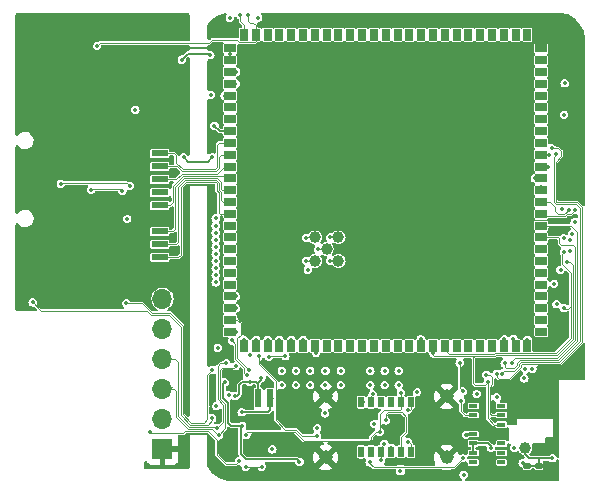
<source format=gbl>
%TF.GenerationSoftware,KiCad,Pcbnew,7.0.1*%
%TF.CreationDate,2024-02-26T17:05:23+01:00*%
%TF.ProjectId,armband,61726d62-616e-4642-9e6b-696361645f70,rev?*%
%TF.SameCoordinates,Original*%
%TF.FileFunction,Copper,L6,Bot*%
%TF.FilePolarity,Positive*%
%FSLAX46Y46*%
G04 Gerber Fmt 4.6, Leading zero omitted, Abs format (unit mm)*
G04 Created by KiCad (PCBNEW 7.0.1) date 2024-02-26 17:05:23*
%MOMM*%
%LPD*%
G01*
G04 APERTURE LIST*
G04 Aperture macros list*
%AMRoundRect*
0 Rectangle with rounded corners*
0 $1 Rounding radius*
0 $2 $3 $4 $5 $6 $7 $8 $9 X,Y pos of 4 corners*
0 Add a 4 corners polygon primitive as box body*
4,1,4,$2,$3,$4,$5,$6,$7,$8,$9,$2,$3,0*
0 Add four circle primitives for the rounded corners*
1,1,$1+$1,$2,$3*
1,1,$1+$1,$4,$5*
1,1,$1+$1,$6,$7*
1,1,$1+$1,$8,$9*
0 Add four rect primitives between the rounded corners*
20,1,$1+$1,$2,$3,$4,$5,0*
20,1,$1+$1,$4,$5,$6,$7,0*
20,1,$1+$1,$6,$7,$8,$9,0*
20,1,$1+$1,$8,$9,$2,$3,0*%
G04 Aperture macros list end*
%TA.AperFunction,ComponentPad*%
%ADD10R,1.700000X1.700000*%
%TD*%
%TA.AperFunction,ComponentPad*%
%ADD11O,1.700000X1.700000*%
%TD*%
%TA.AperFunction,SMDPad,CuDef*%
%ADD12C,1.000000*%
%TD*%
%TA.AperFunction,SMDPad,CuDef*%
%ADD13RoundRect,0.140000X-0.170000X0.140000X-0.170000X-0.140000X0.170000X-0.140000X0.170000X0.140000X0*%
%TD*%
%TA.AperFunction,SMDPad,CuDef*%
%ADD14R,0.650000X1.000000*%
%TD*%
%TA.AperFunction,SMDPad,CuDef*%
%ADD15R,1.000000X0.650000*%
%TD*%
%TA.AperFunction,SMDPad,CuDef*%
%ADD16R,4.300000X4.300000*%
%TD*%
%TA.AperFunction,SMDPad,CuDef*%
%ADD17R,2.400000X1.100000*%
%TD*%
%TA.AperFunction,SMDPad,CuDef*%
%ADD18R,1.400000X0.620000*%
%TD*%
%TA.AperFunction,SMDPad,CuDef*%
%ADD19R,0.500000X0.900000*%
%TD*%
%TA.AperFunction,ComponentPad*%
%ADD20C,1.150000*%
%TD*%
%TA.AperFunction,SMDPad,CuDef*%
%ADD21R,0.750000X0.350000*%
%TD*%
%TA.AperFunction,SMDPad,CuDef*%
%ADD22R,0.600000X1.550000*%
%TD*%
%TA.AperFunction,SMDPad,CuDef*%
%ADD23R,1.200000X1.800000*%
%TD*%
%TA.AperFunction,ViaPad*%
%ADD24C,0.350000*%
%TD*%
%TA.AperFunction,Conductor*%
%ADD25C,0.200000*%
%TD*%
%TA.AperFunction,Conductor*%
%ADD26C,0.090000*%
%TD*%
%TA.AperFunction,Conductor*%
%ADD27C,0.250000*%
%TD*%
G04 APERTURE END LIST*
D10*
%TO.P,J7,1,Pin_1*%
%TO.N,GND*%
X122700000Y-84900000D03*
D11*
%TO.P,J7,2,Pin_2*%
%TO.N,+3V3*%
X122700000Y-82360000D03*
%TO.P,J7,3,Pin_3*%
%TO.N,QSMP_SCL*%
X122700000Y-79820000D03*
%TO.P,J7,4,Pin_4*%
%TO.N,QSMP_SDA*%
X122700000Y-77280000D03*
%TO.P,J7,5,Pin_5*%
%TO.N,QSMP_RXD_DEBUG*%
X122700000Y-74740000D03*
%TO.P,J7,6,Pin_6*%
%TO.N,QSMP_TXD_DEBUG*%
X122700000Y-72200000D03*
%TD*%
D12*
%TO.P,TP5,1,1*%
%TO.N,+1V8*%
X153416000Y-84836000D03*
%TD*%
D13*
%TO.P,C25,1*%
%TO.N,+1V8*%
X153600000Y-86320000D03*
%TO.P,C25,2*%
%TO.N,GND*%
X153600000Y-87280000D03*
%TD*%
D14*
%TO.P,IC1,1,SPIA_NSS*%
%TO.N,QSMP_SS*%
X153600000Y-76175000D03*
%TO.P,IC1,2,SPIA_MISO*%
%TO.N,QSMP_MISO*%
X152600000Y-76175000D03*
%TO.P,IC1,3,SPIA_MOSI*%
%TO.N,QSMP_MOSI*%
X151600000Y-76175000D03*
%TO.P,IC1,4,SPIA_SCK*%
%TO.N,QSMP_SCK*%
X150600000Y-76175000D03*
%TO.P,IC1,5,I2CA_SCL*%
%TO.N,unconnected-(IC1-I2CA_SCL-Pad5)*%
X149600000Y-76175000D03*
%TO.P,IC1,6,I2CA_SDA*%
%TO.N,unconnected-(IC1-I2CA_SDA-Pad6)*%
X148600000Y-76175000D03*
%TO.P,IC1,7,INTA*%
%TO.N,unconnected-(IC1-INTA-Pad7)*%
X147600000Y-76175000D03*
%TO.P,IC1,8,I2CB_SCL*%
%TO.N,QSMP_SCL*%
X146600000Y-76175000D03*
%TO.P,IC1,9,I2CB_SDA*%
%TO.N,QSMP_SDA*%
X145600000Y-76175000D03*
%TO.P,IC1,10,INTB*%
%TO.N,QSMP_DCX*%
X144600000Y-76175000D03*
%TO.P,IC1,11,CANA_RX*%
%TO.N,unconnected-(IC1-CANA_RX-Pad11)*%
X143600000Y-76175000D03*
%TO.P,IC1,12,CANA_TX*%
%TO.N,unconnected-(IC1-CANA_TX-Pad12)*%
X142600000Y-76175000D03*
%TO.P,IC1,13,CANB_RX*%
%TO.N,unconnected-(IC1-CANB_RX-Pad13)*%
X141600000Y-76175000D03*
%TO.P,IC1,14,CANB_TX*%
%TO.N,unconnected-(IC1-CANB_TX-Pad14)*%
X140600000Y-76175000D03*
%TO.P,IC1,15,SAI_TX*%
%TO.N,unconnected-(IC1-SAI_TX-Pad15)*%
X139600000Y-76175000D03*
%TO.P,IC1,16,SAI_RX*%
%TO.N,unconnected-(IC1-SAI_RX-Pad16)*%
X138600000Y-76175000D03*
%TO.P,IC1,17,SAI_SCK*%
%TO.N,unconnected-(IC1-SAI_SCK-Pad17)*%
X137600000Y-76175000D03*
%TO.P,IC1,18,SAI_FS*%
%TO.N,unconnected-(IC1-SAI_FS-Pad18)*%
X136600000Y-76175000D03*
%TO.P,IC1,19,ENET_RST*%
%TO.N,BMM350_INT*%
X135600000Y-76175000D03*
%TO.P,IC1,20,ENET_CK125*%
%TO.N,BMI_INT1*%
X134600000Y-76175000D03*
%TO.P,IC1,21,ENET_INT*%
%TO.N,LCD_TE*%
X133600000Y-76175000D03*
%TO.P,IC1,22,ENET_MDIO*%
%TO.N,LCD_RST*%
X132600000Y-76175000D03*
%TO.P,IC1,23,ENET_MDC*%
%TO.N,TP_INT*%
X131600000Y-76175000D03*
%TO.P,IC1,24,ENET_RXC*%
%TO.N,TP_RST*%
X130600000Y-76175000D03*
%TO.P,IC1,25,ENET_RX_CTL*%
%TO.N,QSMP_LCD_EN*%
X129600000Y-76175000D03*
D15*
%TO.P,IC1,26,ENET_RXD0*%
%TO.N,BMI_INT2*%
X128425000Y-75000000D03*
%TO.P,IC1,27,ENET_RXD1*%
%TO.N,MAX_INT*%
X128425000Y-74000000D03*
%TO.P,IC1,28,ENET_RXD2*%
%TO.N,MP2722_INT*%
X128425000Y-73000000D03*
%TO.P,IC1,29,ENET_RXD3*%
%TO.N,QSMP_BUCK_1V8_EN*%
X128425000Y-72000000D03*
%TO.P,IC1,30,ENET_TX_CTL*%
%TO.N,unconnected-(IC1-ENET_TX_CTL-Pad30)*%
X128425000Y-71000000D03*
%TO.P,IC1,31,ENET_TXC*%
%TO.N,unconnected-(IC1-ENET_TXC-Pad31)*%
X128425000Y-70000000D03*
%TO.P,IC1,32,ENET_TXD3*%
%TO.N,unconnected-(IC1-ENET_TXD3-Pad32)*%
X128425000Y-69000000D03*
%TO.P,IC1,33,ENET_TXD2*%
%TO.N,unconnected-(IC1-ENET_TXD2-Pad33)*%
X128425000Y-68000000D03*
%TO.P,IC1,34,ENET_TXD1*%
%TO.N,unconnected-(IC1-ENET_TXD1-Pad34)*%
X128425000Y-67000000D03*
%TO.P,IC1,35,ENET_TXD0*%
%TO.N,unconnected-(IC1-ENET_TXD0-Pad35)*%
X128425000Y-66000000D03*
%TO.P,IC1,36,SD_CD*%
%TO.N,SD_CD*%
X128425000Y-65000000D03*
%TO.P,IC1,37,SD_D1*%
%TO.N,SD_D1*%
X128425000Y-64000000D03*
%TO.P,IC1,38,SD_D0*%
%TO.N,SD_D0*%
X128425000Y-63000000D03*
%TO.P,IC1,39,SD_CLK*%
%TO.N,SD_CLK*%
X128425000Y-62000000D03*
%TO.P,IC1,40,SD_CMD*%
%TO.N,SD_CMD*%
X128425000Y-61000000D03*
%TO.P,IC1,41,SD_D3*%
%TO.N,SD_D3*%
X128425000Y-60000000D03*
%TO.P,IC1,42,SD_D2*%
%TO.N,SD_D2*%
X128425000Y-59000000D03*
%TO.P,IC1,43,USBA_VBUS*%
%TO.N,Net-(IC1-USBA_VBUS)*%
X128425000Y-58000000D03*
%TO.P,IC1,44,USBA_DN*%
%TO.N,unconnected-(IC1-USBA_DN-Pad44)*%
X128425000Y-57000000D03*
%TO.P,IC1,45,USBA_DP*%
%TO.N,unconnected-(IC1-USBA_DP-Pad45)*%
X128425000Y-56000000D03*
%TO.P,IC1,46,USBB_VBUS*%
%TO.N,QSMP_VBUS*%
X128425000Y-55000000D03*
%TO.P,IC1,47,USBB_DN*%
%TO.N,QSMP_USB_DN*%
X128425000Y-54000000D03*
%TO.P,IC1,48,USBB_DP*%
%TO.N,QSMP_USB_DP*%
X128425000Y-53000000D03*
%TO.P,IC1,49,VIN_1*%
%TO.N,+3V3*%
X128425000Y-52000000D03*
%TO.P,IC1,50,VIN_2*%
X128425000Y-51000000D03*
D14*
%TO.P,IC1,51,NRST_PWREN*%
%TO.N,QSMP_NRST*%
X129600000Y-49825000D03*
%TO.P,IC1,52,BOOT_MODE*%
%TO.N,QSMP_BOOT*%
X130600000Y-49825000D03*
%TO.P,IC1,53,LCD_DE_CSI_DP2_LVDS1_TX2P*%
%TO.N,unconnected-(IC1-LCD_DE_CSI_DP2_LVDS1_TX2P-Pad53)*%
X131600000Y-49825000D03*
%TO.P,IC1,54,LCD_VSYNC_CSI_DN2_LVDS1_TX2N*%
%TO.N,unconnected-(IC1-LCD_VSYNC_CSI_DN2_LVDS1_TX2N-Pad54)*%
X132600000Y-49825000D03*
%TO.P,IC1,55,LCD_HSYNC_CSI_DP0_LVDS1_TX0P*%
%TO.N,unconnected-(IC1-LCD_HSYNC_CSI_DP0_LVDS1_TX0P-Pad55)*%
X133600000Y-49825000D03*
%TO.P,IC1,56,LCD_CLK_CSI_DN0_LVDS1_TX0N*%
%TO.N,unconnected-(IC1-LCD_CLK_CSI_DN0_LVDS1_TX0N-Pad56)*%
X134600000Y-49825000D03*
%TO.P,IC1,57,LCD_R1_CSI_CKN_LVDS1_CLKN*%
%TO.N,unconnected-(IC1-LCD_R1_CSI_CKN_LVDS1_CLKN-Pad57)*%
X135600000Y-49825000D03*
%TO.P,IC1,58,LCD_R2_CSI_DP1_LVDS1_TX1P*%
%TO.N,unconnected-(IC1-LCD_R2_CSI_DP1_LVDS1_TX1P-Pad58)*%
X136600000Y-49825000D03*
%TO.P,IC1,59,LCD_R3_CSI_DN1_LVDS1_TX1N*%
%TO.N,unconnected-(IC1-LCD_R3_CSI_DN1_LVDS1_TX1N-Pad59)*%
X137600000Y-49825000D03*
%TO.P,IC1,60,LCD_R4_CSI_DP3_LVDS1_TX3P*%
%TO.N,unconnected-(IC1-LCD_R4_CSI_DP3_LVDS1_TX3P-Pad60)*%
X138600000Y-49825000D03*
%TO.P,IC1,61,LCD_R5_CSI_DN3_LVDS1_TX3N*%
%TO.N,unconnected-(IC1-LCD_R5_CSI_DN3_LVDS1_TX3N-Pad61)*%
X139600000Y-49825000D03*
%TO.P,IC1,62,LCD_R6_DSI_DP2_LVDS0_TX2P*%
%TO.N,unconnected-(IC1-LCD_R6_DSI_DP2_LVDS0_TX2P-Pad62)*%
X140600000Y-49825000D03*
%TO.P,IC1,63,LCD_R7_DSI_DN2_LVDS0_TX2N*%
%TO.N,unconnected-(IC1-LCD_R7_DSI_DN2_LVDS0_TX2N-Pad63)*%
X141600000Y-49825000D03*
%TO.P,IC1,64,LCD_G2*%
%TO.N,unconnected-(IC1-LCD_G2-Pad64)*%
X142600000Y-49825000D03*
%TO.P,IC1,65,LCD_G3*%
%TO.N,unconnected-(IC1-LCD_G3-Pad65)*%
X143600000Y-49825000D03*
%TO.P,IC1,66,LCD_G4*%
%TO.N,unconnected-(IC1-LCD_G4-Pad66)*%
X144600000Y-49825000D03*
%TO.P,IC1,67,LCD_G5*%
%TO.N,unconnected-(IC1-LCD_G5-Pad67)*%
X145600000Y-49825000D03*
%TO.P,IC1,68,LCD_G6*%
%TO.N,unconnected-(IC1-LCD_G6-Pad68)*%
X146600000Y-49825000D03*
%TO.P,IC1,69,LCD_G7*%
%TO.N,unconnected-(IC1-LCD_G7-Pad69)*%
X147600000Y-49825000D03*
%TO.P,IC1,70,LCD_B1*%
%TO.N,unconnected-(IC1-LCD_B1-Pad70)*%
X148600000Y-49825000D03*
%TO.P,IC1,71,LCD_B2*%
%TO.N,unconnected-(IC1-LCD_B2-Pad71)*%
X149600000Y-49825000D03*
%TO.P,IC1,72,LCD_B3*%
%TO.N,unconnected-(IC1-LCD_B3-Pad72)*%
X150600000Y-49825000D03*
%TO.P,IC1,73,LCD_B4*%
%TO.N,unconnected-(IC1-LCD_B4-Pad73)*%
X151600000Y-49825000D03*
%TO.P,IC1,74,LCD_B5*%
%TO.N,unconnected-(IC1-LCD_B5-Pad74)*%
X152600000Y-49825000D03*
%TO.P,IC1,75,LCD_B6*%
%TO.N,unconnected-(IC1-LCD_B6-Pad75)*%
X153600000Y-49825000D03*
D15*
%TO.P,IC1,76,LCD_B7*%
%TO.N,unconnected-(IC1-LCD_B7-Pad76)*%
X154775000Y-51000000D03*
%TO.P,IC1,77,LCD_EN*%
%TO.N,unconnected-(IC1-LCD_EN-Pad77)*%
X154775000Y-52000000D03*
%TO.P,IC1,78,LCD_BL*%
%TO.N,unconnected-(IC1-LCD_BL-Pad78)*%
X154775000Y-53000000D03*
%TO.P,IC1,79,LCD_R0_CSI_CKP_LVDS1_CLKP*%
%TO.N,unconnected-(IC1-LCD_R0_CSI_CKP_LVDS1_CLKP-Pad79)*%
X154775000Y-54000000D03*
%TO.P,IC1,80,LCD_G0_DSI_DP3_LVDS0_TX3P*%
%TO.N,unconnected-(IC1-LCD_G0_DSI_DP3_LVDS0_TX3P-Pad80)*%
X154775000Y-55000000D03*
%TO.P,IC1,81,LCD_G1_DSI_DN3_LVDS0_TX3N*%
%TO.N,unconnected-(IC1-LCD_G1_DSI_DN3_LVDS0_TX3N-Pad81)*%
X154775000Y-56000000D03*
%TO.P,IC1,82,LCD_B0*%
%TO.N,unconnected-(IC1-LCD_B0-Pad82)*%
X154775000Y-57000000D03*
%TO.P,IC1,83,DSI_DP1_LVDS0_TX1P*%
%TO.N,unconnected-(IC1-DSI_DP1_LVDS0_TX1P-Pad83)*%
X154775000Y-58000000D03*
%TO.P,IC1,84,DSI_DN1_LVDS0_TX1N*%
%TO.N,unconnected-(IC1-DSI_DN1_LVDS0_TX1N-Pad84)*%
X154775000Y-59000000D03*
%TO.P,IC1,85,DSI_DP0_LVDS0_TX0P*%
%TO.N,QSMP_DSI_D0P*%
X154775000Y-60000000D03*
%TO.P,IC1,86,DSI_DN0_LVDS0_TX0N*%
%TO.N,QSMP_DSI_D0N*%
X154775000Y-61000000D03*
%TO.P,IC1,87,DSI_CKP_LVDS0_CLKP*%
%TO.N,QSMP_DSI_CLKP*%
X154775000Y-62000000D03*
%TO.P,IC1,88,DSI_CKN_LVDS0_CLKN*%
%TO.N,QSMP_DSI_CLKN*%
X154775000Y-63000000D03*
%TO.P,IC1,89,UARTA_RXD*%
%TO.N,QSMP_RXD_DEBUG*%
X154775000Y-64000000D03*
%TO.P,IC1,90,UARTA_TXD*%
%TO.N,QSMP_TXD_DEBUG*%
X154775000Y-65000000D03*
%TO.P,IC1,91,UARTB_RXD*%
%TO.N,QSMP_RXD_NRF*%
X154775000Y-66000000D03*
%TO.P,IC1,92,UARTB_TXD*%
%TO.N,QSMP_TXD_NRF*%
X154775000Y-67000000D03*
%TO.P,IC1,93,UARTC_RXD*%
%TO.N,unconnected-(IC1-UARTC_RXD-Pad93)*%
X154775000Y-68000000D03*
%TO.P,IC1,94,UARTC_TXD*%
%TO.N,unconnected-(IC1-UARTC_TXD-Pad94)*%
X154775000Y-69000000D03*
%TO.P,IC1,95,UARTC_CTS*%
%TO.N,unconnected-(IC1-UARTC_CTS-Pad95)*%
X154775000Y-70000000D03*
%TO.P,IC1,96,UARTC_RTS*%
%TO.N,unconnected-(IC1-UARTC_RTS-Pad96)*%
X154775000Y-71000000D03*
%TO.P,IC1,97,SPIB_NSS*%
%TO.N,unconnected-(IC1-SPIB_NSS-Pad97)*%
X154775000Y-72000000D03*
%TO.P,IC1,98,SPIB_MISO*%
%TO.N,unconnected-(IC1-SPIB_MISO-Pad98)*%
X154775000Y-73000000D03*
%TO.P,IC1,99,SPIB_MOSI*%
%TO.N,unconnected-(IC1-SPIB_MOSI-Pad99)*%
X154775000Y-74000000D03*
%TO.P,IC1,100,SPIB_SCK*%
%TO.N,unconnected-(IC1-SPIB_SCK-Pad100)*%
X154775000Y-75000000D03*
D16*
%TO.P,IC1,101,EP_1*%
%TO.N,GND*%
X151600000Y-73000000D03*
X151600000Y-68000000D03*
X151600000Y-63000000D03*
X151600000Y-58000000D03*
X151600000Y-53000000D03*
X146600000Y-73000000D03*
X146600000Y-68000000D03*
X146600000Y-63000000D03*
X146600000Y-58000000D03*
X146600000Y-53000000D03*
X141600000Y-73000000D03*
X141600000Y-68000000D03*
X141600000Y-63000000D03*
X141600000Y-58000000D03*
X141600000Y-53000000D03*
X136600000Y-73000000D03*
X136600000Y-63000000D03*
X136600000Y-58000000D03*
X136600000Y-53000000D03*
X131600000Y-73000000D03*
X131600000Y-68000000D03*
X131600000Y-63000000D03*
X131600000Y-58000000D03*
X131600000Y-53000000D03*
D12*
%TO.P,IC1,A1,JTAG_TRST_B*%
%TO.N,JTAG_NRST*%
X137600000Y-69000000D03*
%TO.P,IC1,A3,JTAG_TMS*%
%TO.N,JTAG_TMS*%
X135600000Y-69000000D03*
%TO.P,IC1,B2,JTAG_TDO*%
%TO.N,JTAG_TDO*%
X136600000Y-68000000D03*
%TO.P,IC1,C1,JTAG_TDI*%
%TO.N,JTAG_TDI*%
X137600000Y-67000000D03*
%TO.P,IC1,C3,JTAG_TCK*%
%TO.N,JTAG_TCK*%
X135600000Y-67000000D03*
%TD*%
D17*
%TO.P,J1,MP1,MP1*%
%TO.N,GND*%
X120475000Y-70075000D03*
%TO.P,J1,MP2,MP2*%
X111475000Y-70075000D03*
%TO.P,J1,MP3,MP3*%
X111475000Y-53925000D03*
%TO.P,J1,MP4,MP*%
X120475000Y-53925000D03*
D18*
%TO.P,J1,P1,DAT2*%
%TO.N,SD_D2*%
X122475000Y-59895000D03*
%TO.P,J1,P2,CD/DAT3*%
%TO.N,SD_D3*%
X122475000Y-60995000D03*
%TO.P,J1,P3,CMD*%
%TO.N,SD_CMD*%
X122475000Y-62095000D03*
%TO.P,J1,P4,VDD*%
%TO.N,+3V3*%
X122475000Y-63195000D03*
%TO.P,J1,P5,CLK*%
%TO.N,SD_CLK*%
X122475000Y-64295000D03*
%TO.P,J1,P6,VSS*%
%TO.N,GND*%
X122475000Y-65395000D03*
%TO.P,J1,P7,DAT0*%
%TO.N,SD_D0*%
X122475000Y-66495000D03*
%TO.P,J1,P8,DAT1*%
%TO.N,SD_D1*%
X122475000Y-67595000D03*
%TO.P,J1,P9,CD*%
%TO.N,SD_CD*%
X122475000Y-68695000D03*
%TD*%
D19*
%TO.P,J4,A1,GND_1*%
%TO.N,GND*%
X144604998Y-80947500D03*
%TO.P,J4,A4,VBUS_1*%
%TO.N,Net-(IC3-IN_1)*%
X143754998Y-80947500D03*
%TO.P,J4,A5,CC1*%
%TO.N,Net-(IC4-IO1)*%
X142904998Y-80947500D03*
%TO.P,J4,A6,DP1*%
%TO.N,QSMP_USB_DP*%
X142054998Y-80947500D03*
%TO.P,J4,A7,DN1*%
%TO.N,QSMP_USB_DN*%
X141204998Y-80947500D03*
%TO.P,J4,A8,SBU1*%
%TO.N,Net-(IC4-IO5)*%
X140354998Y-80947500D03*
%TO.P,J4,A9,VBUS_2*%
%TO.N,Net-(IC3-IN_1)*%
X139504998Y-80947500D03*
%TO.P,J4,A12,GND_2*%
%TO.N,GND*%
X138654998Y-80947500D03*
%TO.P,J4,B1,GND_3*%
X138654998Y-85147500D03*
%TO.P,J4,B4,VBUS_3*%
%TO.N,Net-(IC3-IN_1)*%
X139504998Y-85147500D03*
%TO.P,J4,B5,CC2*%
%TO.N,Net-(IC4-IO2)*%
X140354998Y-85147500D03*
%TO.P,J4,B6,DP2*%
%TO.N,QSMP_USB_DP*%
X141204998Y-85147500D03*
%TO.P,J4,B7,DN2*%
%TO.N,QSMP_USB_DN*%
X142054998Y-85147500D03*
%TO.P,J4,B8,SBU2*%
%TO.N,Net-(IC4-IO6)*%
X142904998Y-85147500D03*
%TO.P,J4,B9,VBUS_4*%
%TO.N,Net-(IC3-IN_1)*%
X143754998Y-85147500D03*
%TO.P,J4,B12,GND_4*%
%TO.N,GND*%
X144604998Y-85147500D03*
D20*
%TO.P,J4,MH1,MH1*%
X146749998Y-80467500D03*
%TO.P,J4,MH2,MH2*%
X136509998Y-80467500D03*
%TO.P,J4,MH3,MH3*%
X136509998Y-85627500D03*
%TO.P,J4,MH4,MH4*%
X146749998Y-85627500D03*
%TD*%
D13*
%TO.P,C24,1*%
%TO.N,+1V8*%
X154550000Y-86320000D03*
%TO.P,C24,2*%
%TO.N,GND*%
X154550000Y-87280000D03*
%TD*%
D21*
%TO.P,U1,1,NC*%
%TO.N,unconnected-(U1-NC-Pad1)*%
X151400000Y-81250000D03*
%TO.P,U1,2,SCL*%
%TO.N,QSMP_SCL*%
X151400000Y-82050000D03*
%TO.P,U1,3,SDA*%
%TO.N,QSMP_SDA*%
X151400000Y-82850000D03*
%TO.P,U1,4,PGND*%
%TO.N,GND*%
X151400000Y-83650000D03*
%TO.P,U1,5,NC*%
%TO.N,unconnected-(U1-NC-Pad5)*%
X151400000Y-84450000D03*
%TO.P,U1,6,NC*%
%TO.N,unconnected-(U1-NC-Pad6)*%
X151400000Y-85250000D03*
%TO.P,U1,7,NC*%
%TO.N,unconnected-(U1-NC-Pad7)*%
X151400000Y-86050000D03*
%TO.P,U1,8,NC*%
%TO.N,unconnected-(U1-NC-Pad8)*%
X149000000Y-86050000D03*
%TO.P,U1,9,VLED+*%
%TO.N,+3V3*%
X149000000Y-85250000D03*
%TO.P,U1,10,VLED+*%
X149000000Y-84450000D03*
%TO.P,U1,11,VDD*%
%TO.N,+1V8*%
X149000000Y-83650000D03*
%TO.P,U1,12,GND*%
%TO.N,GND*%
X149000000Y-82850000D03*
%TO.P,U1,13,~{INT}*%
%TO.N,MAX_INT*%
X149000000Y-82050000D03*
%TO.P,U1,14,NC*%
%TO.N,unconnected-(U1-NC-Pad14)*%
X149000000Y-81250000D03*
%TD*%
D22*
%TO.P,J5,1,VCC*%
%TO.N,VBAT+*%
X131800000Y-80621500D03*
%TO.P,J5,2,TH*%
%TO.N,TH_BAT*%
X130800000Y-80621500D03*
%TO.P,J5,3,GND*%
%TO.N,GND*%
X129800000Y-80621500D03*
D23*
%TO.P,J5,MP1,MP*%
X133100000Y-84497500D03*
%TO.P,J5,MP2,MP*%
X128500000Y-84497500D03*
%TD*%
D12*
%TO.P,TP7,1,1*%
%TO.N,GND*%
X155448000Y-84836000D03*
%TD*%
D24*
%TO.N,VBAT+*%
X129400000Y-81797500D03*
X131800000Y-80621500D03*
X127381000Y-76327000D03*
%TO.N,QSMP_NRST*%
X129300000Y-48200000D03*
%TO.N,QSMP_BOOT*%
X129900000Y-48200000D03*
X117150000Y-50800000D03*
%TO.N,Net-(IC3-IN_1)*%
X143449998Y-84297500D03*
X143449998Y-81597500D03*
X139654998Y-80897500D03*
X140649998Y-82797500D03*
X139504998Y-85397500D03*
%TO.N,QSMP_VBUS*%
X136454998Y-81897500D03*
X132000000Y-84950000D03*
X126796800Y-54914800D03*
X127965200Y-54988400D03*
%TO.N,+3V3*%
X141500000Y-79500000D03*
X156750000Y-53950000D03*
X128425000Y-51485200D03*
X156700000Y-56600000D03*
X156060000Y-72650000D03*
X137800000Y-78300000D03*
X126746000Y-51562000D03*
X155850000Y-70925000D03*
X124480000Y-60230000D03*
X150500000Y-84800000D03*
X142700000Y-78300000D03*
X130800000Y-48400000D03*
X119710000Y-65440000D03*
X124333000Y-51943000D03*
X136500000Y-78300000D03*
X142700000Y-79500000D03*
X135200000Y-79500000D03*
X135200000Y-78300000D03*
X134000000Y-78300000D03*
X136500000Y-79500000D03*
X132800000Y-78300000D03*
X156687500Y-67087500D03*
X135800000Y-83150000D03*
X141500000Y-78300000D03*
X120400000Y-56200000D03*
X144249998Y-80097500D03*
X140300000Y-78300000D03*
X126920000Y-60230000D03*
X122950000Y-63200000D03*
X152500000Y-84800000D03*
X132800000Y-79500000D03*
X128400000Y-48400000D03*
X134000000Y-79500000D03*
X137800000Y-79500000D03*
X140300000Y-79500000D03*
%TO.N,+1V8*%
X130100000Y-77000000D03*
X153200000Y-86100000D03*
X148400000Y-83700000D03*
X135000000Y-69750000D03*
X156560000Y-64610000D03*
X155700000Y-85700000D03*
%TO.N,VSYS*%
X142849998Y-86797500D03*
X129450000Y-82947500D03*
X148200000Y-87100000D03*
X134300000Y-85997500D03*
X127975000Y-79275000D03*
%TO.N,Net-(IC5-VCC)*%
X129170000Y-85940000D03*
X121670000Y-83490000D03*
%TO.N,QSMP_SS*%
X153600000Y-75650000D03*
%TO.N,QSMP_MISO*%
X152400000Y-75575000D03*
%TO.N,QSMP_MOSI*%
X151625000Y-75625000D03*
%TO.N,QSMP_SCK*%
X150600000Y-76500000D03*
%TO.N,QSMP_SCL*%
X156681761Y-68253647D03*
X128900000Y-77900000D03*
X156700000Y-73000000D03*
X131710000Y-77100000D03*
X150125000Y-78625000D03*
X146625000Y-76525000D03*
X133100000Y-77050000D03*
X127450000Y-83750000D03*
%TO.N,QSMP_SDA*%
X150225000Y-79250000D03*
X145600000Y-76800000D03*
X156950000Y-69100000D03*
X127350000Y-83147500D03*
X128100000Y-77647500D03*
%TO.N,QSMP_DCX*%
X144575000Y-75600000D03*
%TO.N,MP2722_INT*%
X129837750Y-78688273D03*
X128610000Y-75730000D03*
X128925000Y-73000000D03*
%TO.N,BMI_INT1*%
X134600000Y-75675000D03*
%TO.N,BMI_INT2*%
X128900000Y-75000000D03*
%TO.N,MAX_INT*%
X130040000Y-78200000D03*
X147975000Y-80825000D03*
%TO.N,TP_INT*%
X157225000Y-67200000D03*
X131600000Y-75675000D03*
%TO.N,TP_RST*%
X130625000Y-75675000D03*
X157200000Y-68150000D03*
%TO.N,LCD_TE*%
X157597447Y-65692387D03*
X133600000Y-75675000D03*
%TO.N,LCD_RST*%
X132600000Y-75675000D03*
X157398232Y-66684928D03*
%TO.N,QSMP_LCD_EN*%
X129600000Y-75650000D03*
X156400000Y-69750000D03*
%TO.N,BMM350_INT*%
X135700000Y-76800000D03*
%TO.N,Net-(IC1-USBA_VBUS)*%
X127101600Y-57556400D03*
%TO.N,QSMP_USB_DN*%
X142074998Y-84797500D03*
X141204998Y-80947500D03*
X128879600Y-54000400D03*
%TO.N,QSMP_USB_DP*%
X141480000Y-84480000D03*
X141220000Y-85870000D03*
X142049998Y-81197500D03*
X128930400Y-52984400D03*
X131090000Y-86410000D03*
X129740000Y-86410000D03*
%TO.N,QSMP_DSI_D0P*%
X155400000Y-60000000D03*
%TO.N,QSMP_DSI_D0N*%
X155350000Y-61025000D03*
%TO.N,QSMP_DSI_CLKP*%
X154225000Y-62000000D03*
%TO.N,QSMP_DSI_CLKN*%
X154750000Y-62700000D03*
%TO.N,QSMP_RXD_DEBUG*%
X127200000Y-65400000D03*
X157086598Y-64654817D03*
%TO.N,QSMP_TXD_DEBUG*%
X127200000Y-66000000D03*
X157620000Y-64690000D03*
%TO.N,QSMP_RXD_NRF*%
X151675000Y-77650000D03*
%TO.N,QSMP_TXD_NRF*%
X152312114Y-77625000D03*
%TO.N,JTAG_NRST*%
X136910000Y-69000000D03*
X114090000Y-62460000D03*
X127200000Y-70200000D03*
X119930000Y-62640000D03*
%TO.N,JTAG_TMS*%
X134870000Y-68990000D03*
X127200000Y-70800000D03*
%TO.N,JTAG_TDO*%
X135900000Y-68000000D03*
X127200000Y-69600000D03*
X119300000Y-63060000D03*
X116660000Y-62950000D03*
%TO.N,JTAG_TDI*%
X136910000Y-67000000D03*
X127200000Y-68400000D03*
%TO.N,JTAG_TCK*%
X134880000Y-67020000D03*
X127200000Y-69000000D03*
%TO.N,Net-(IC9-VDD_1)*%
X148130000Y-80040000D03*
X147860000Y-77630000D03*
%TO.N,QSMP_BUCK_1V8_EN*%
X135760000Y-83800000D03*
X130860000Y-77070000D03*
X140230000Y-86050000D03*
X128925000Y-72000000D03*
X148150000Y-85680000D03*
%TO.N,Net-(IC4-IO1)*%
X129800000Y-83700000D03*
X142875000Y-80150000D03*
X141099998Y-83472500D03*
%TO.N,Net-(IC4-IO2)*%
X140354998Y-85147500D03*
%TO.N,Net-(IC4-IO5)*%
X140500000Y-80300000D03*
%TO.N,Net-(IC4-IO6)*%
X141599998Y-82497500D03*
%TO.N,Net-(IC9-DCC)*%
X149300000Y-80257500D03*
X151012114Y-80539052D03*
%TO.N,NRF_SWCLK*%
X127200000Y-67800000D03*
X153339052Y-78939052D03*
%TO.N,NRF_SWDIO*%
X127200000Y-67200000D03*
X154020000Y-78120000D03*
%TO.N,NRF_NRST*%
X153430000Y-78120000D03*
X127200000Y-66600000D03*
%TO.N,Net-(D1-K)*%
X126930000Y-78220000D03*
X127230000Y-81290000D03*
X119650000Y-72570000D03*
%TO.N,TH_BAT*%
X128823800Y-80450000D03*
X131080000Y-78900000D03*
X130067500Y-79227500D03*
%TO.N,Net-(D2-K)*%
X126910000Y-82300000D03*
X128303620Y-80349168D03*
X111710000Y-72510000D03*
%TO.N,NFC_ANT2*%
X151413350Y-78537922D03*
X156025000Y-59975000D03*
%TO.N,NFC_ANT1*%
X151010083Y-78537922D03*
X155650000Y-59450000D03*
%TO.N,GND*%
X131830000Y-69600000D03*
X155400000Y-84100000D03*
X156050000Y-84380000D03*
X155700000Y-78800000D03*
X138649998Y-80697500D03*
X156050000Y-81380000D03*
X156050000Y-82380000D03*
X127254000Y-50800000D03*
X154000000Y-80400000D03*
X155700000Y-86600000D03*
X158200000Y-78800000D03*
X134600000Y-79500000D03*
X152620000Y-79740000D03*
X124700000Y-62880000D03*
X120300000Y-51750000D03*
X131600000Y-71400000D03*
X149400000Y-79100000D03*
X151300000Y-87300000D03*
X137100000Y-78300000D03*
X155550000Y-80400000D03*
X155050000Y-80400000D03*
X156680000Y-63430000D03*
X138400000Y-78300000D03*
X154200000Y-78800000D03*
X156700000Y-78800000D03*
X126900000Y-78900000D03*
X132750000Y-69600000D03*
X124333000Y-51181000D03*
X142100000Y-79500000D03*
X155200000Y-78800000D03*
X138300000Y-84700000D03*
X133020000Y-84700000D03*
X130032500Y-79867500D03*
X155800000Y-53950000D03*
X143290000Y-78300000D03*
X133400000Y-79500000D03*
X114525000Y-51700000D03*
X152600000Y-86600000D03*
X137400000Y-84600000D03*
X135100000Y-71700000D03*
X140900000Y-79500000D03*
X142899998Y-82797500D03*
X143449998Y-85997500D03*
X154700000Y-78800000D03*
X139949998Y-83797500D03*
X156200000Y-78800000D03*
X154550000Y-80400000D03*
X156050000Y-80400000D03*
X127000000Y-63660000D03*
X157700000Y-78800000D03*
X156050000Y-84850000D03*
X137049998Y-83597500D03*
X148100000Y-83000000D03*
X123148000Y-65372000D03*
X153850000Y-62925000D03*
X145185998Y-81046500D03*
X156050000Y-83380000D03*
X126950000Y-79850000D03*
X142090000Y-78300000D03*
X131600000Y-79400000D03*
X141500000Y-80100000D03*
X127840000Y-48760000D03*
X156877602Y-66594048D03*
X156100000Y-57900000D03*
X148400000Y-78200000D03*
X156050000Y-83880000D03*
X127355600Y-54203600D03*
X127800000Y-85280000D03*
X138400000Y-79500000D03*
X151620000Y-79530000D03*
X138100000Y-83400000D03*
X128650000Y-79950000D03*
X156050000Y-82880000D03*
X156730000Y-59380000D03*
X126900000Y-84415368D03*
X143300000Y-79500000D03*
X137100000Y-79500000D03*
X153900000Y-60770000D03*
X157121867Y-65461867D03*
X134800000Y-73880000D03*
X124700000Y-83910000D03*
X133400000Y-78300000D03*
X135800000Y-78300000D03*
X134600000Y-78300000D03*
X156050000Y-80900000D03*
X140971832Y-84334809D03*
X156050000Y-81880000D03*
X139319000Y-77089000D03*
X117250000Y-65460000D03*
X138649998Y-85397500D03*
X140890000Y-78300000D03*
X152400000Y-82700000D03*
X135800000Y-79500000D03*
X157200000Y-78800000D03*
X138100000Y-73760000D03*
X144604998Y-85397500D03*
%TD*%
D25*
%TO.N,VBAT+*%
X131800000Y-81600000D02*
X131720000Y-81680000D01*
X131800000Y-80621500D02*
X131800000Y-81600000D01*
X129400000Y-81797500D02*
X131602500Y-81797500D01*
D26*
X132026000Y-80621500D02*
X132050000Y-80597500D01*
D25*
X131602500Y-81797500D02*
X131720000Y-81680000D01*
D26*
X131800000Y-80621500D02*
X132026000Y-80621500D01*
D25*
%TO.N,QSMP_NRST*%
X129600000Y-50232000D02*
X129590800Y-50241200D01*
X129600000Y-49825000D02*
X129600000Y-50232000D01*
D26*
X129300000Y-48680400D02*
X129300000Y-48200000D01*
X129600000Y-48980400D02*
X129300000Y-48680400D01*
X129600000Y-49825000D02*
X129600000Y-48980400D01*
%TO.N,QSMP_BOOT*%
X130600000Y-49825000D02*
X130600000Y-50400000D01*
X130098800Y-48818800D02*
X129931600Y-48651600D01*
X130403600Y-48818800D02*
X130098800Y-48818800D01*
X129931600Y-48651600D02*
X129931600Y-48231600D01*
X129013000Y-50292000D02*
X126873000Y-50292000D01*
X117404000Y-50546000D02*
X117150000Y-50800000D01*
X129931600Y-48231600D02*
X129900000Y-48200000D01*
X126873000Y-50292000D02*
X126619000Y-50546000D01*
X130523800Y-50476200D02*
X129197200Y-50476200D01*
X129197200Y-50476200D02*
X129013000Y-50292000D01*
D25*
X130600000Y-50234400D02*
X130606800Y-50241200D01*
X130600000Y-49825000D02*
X130600000Y-50234400D01*
D26*
X126619000Y-50546000D02*
X117404000Y-50546000D01*
X130600000Y-50400000D02*
X130523800Y-50476200D01*
X130600000Y-49825000D02*
X130600000Y-49015200D01*
X130600000Y-49015200D02*
X130403600Y-48818800D01*
%TO.N,Net-(IC3-IN_1)*%
X143649998Y-81597500D02*
X143449998Y-81597500D01*
X143754998Y-81492500D02*
X143649998Y-81597500D01*
X143449998Y-84297500D02*
X143599998Y-84297500D01*
X143599998Y-84297500D02*
X143754998Y-84452500D01*
X139504998Y-85147500D02*
X139504998Y-85397500D01*
X139504998Y-85397500D02*
X139504998Y-85447500D01*
X143754998Y-80947500D02*
X143754998Y-81492500D01*
X139554998Y-80897500D02*
X139504998Y-80947500D01*
X143754998Y-84452500D02*
X143754998Y-85147500D01*
X139654998Y-80897500D02*
X139554998Y-80897500D01*
X139504998Y-84797500D02*
X139504998Y-85147500D01*
X139504998Y-80947500D02*
X139504998Y-81297500D01*
X139504998Y-80947500D02*
X139504998Y-80647500D01*
X143754998Y-85147500D02*
X143754998Y-84797500D01*
D25*
%TO.N,QSMP_VBUS*%
X128425000Y-55000000D02*
X127976800Y-55000000D01*
X127976800Y-55000000D02*
X127965200Y-54988400D01*
%TO.N,+3V3*%
X128425000Y-52000000D02*
X128425000Y-51000000D01*
X124480000Y-60220000D02*
X124858000Y-60598000D01*
X122475000Y-63195000D02*
X122945000Y-63195000D01*
X126619000Y-51435000D02*
X124841000Y-51435000D01*
X150500000Y-84700000D02*
X150250000Y-84450000D01*
X126746000Y-51562000D02*
X126619000Y-51435000D01*
X126552000Y-60598000D02*
X126920000Y-60230000D01*
X122945000Y-63195000D02*
X122950000Y-63200000D01*
D26*
X122870000Y-82220000D02*
X122700000Y-82220000D01*
D25*
X124841000Y-51435000D02*
X124333000Y-51943000D01*
X124858000Y-60598000D02*
X126552000Y-60598000D01*
X150500000Y-84800000D02*
X150500000Y-84700000D01*
X149000000Y-84450000D02*
X149000000Y-85250000D01*
X150250000Y-84450000D02*
X149000000Y-84450000D01*
%TO.N,+1V8*%
X153420000Y-86320000D02*
X153600000Y-86320000D01*
X154600000Y-86270000D02*
X154550000Y-86320000D01*
X154550000Y-86320000D02*
X153600000Y-86320000D01*
D27*
X148450000Y-83650000D02*
X149000000Y-83650000D01*
D25*
X153416000Y-85344000D02*
X153416000Y-84836000D01*
X155700000Y-85700000D02*
X154600000Y-85700000D01*
X154600000Y-85700000D02*
X154600000Y-86270000D01*
X153200000Y-86100000D02*
X153420000Y-86320000D01*
D27*
X148400000Y-83700000D02*
X148450000Y-83650000D01*
D25*
X154600000Y-85700000D02*
X153772000Y-85700000D01*
X153772000Y-85700000D02*
X153416000Y-85344000D01*
%TO.N,VSYS*%
X128265000Y-81005000D02*
X128265000Y-82685000D01*
X127975000Y-79275000D02*
X127850000Y-79400000D01*
X127850000Y-80590000D02*
X128265000Y-81005000D01*
X134102500Y-85800000D02*
X134300000Y-85997500D01*
X127850000Y-79400000D02*
X127850000Y-80590000D01*
X129450000Y-82947500D02*
X129322500Y-83075000D01*
X129800000Y-85800000D02*
X134102500Y-85800000D01*
X128265000Y-82685000D02*
X128527500Y-82947500D01*
X129322500Y-83075000D02*
X129322500Y-85322500D01*
X129322500Y-85322500D02*
X129800000Y-85800000D01*
X128527500Y-82947500D02*
X129450000Y-82947500D01*
D26*
%TO.N,Net-(IC5-VCC)*%
X124475728Y-83570000D02*
X124634728Y-83411000D01*
X124634728Y-83411000D02*
X126546728Y-83411000D01*
X121670000Y-83490000D02*
X121750000Y-83570000D01*
X127300000Y-84164272D02*
X127300000Y-85430000D01*
X128930000Y-86180000D02*
X129170000Y-85940000D01*
X121750000Y-83570000D02*
X124475728Y-83570000D01*
X128050000Y-86180000D02*
X128930000Y-86180000D01*
X126546728Y-83411000D02*
X127300000Y-84164272D01*
X127300000Y-85430000D02*
X128050000Y-86180000D01*
%TO.N,QSMP_SS*%
X153600000Y-76175000D02*
X153600000Y-75650000D01*
%TO.N,QSMP_MISO*%
X152600000Y-76175000D02*
X152600000Y-75775000D01*
X152600000Y-75775000D02*
X152400000Y-75575000D01*
%TO.N,QSMP_MOSI*%
X151600000Y-76175000D02*
X151600000Y-75650000D01*
X151600000Y-75650000D02*
X151625000Y-75625000D01*
%TO.N,QSMP_SCK*%
X150575000Y-76200000D02*
X150600000Y-76175000D01*
X150600000Y-76175000D02*
X150600000Y-76500000D01*
%TO.N,QSMP_SCL*%
X146999000Y-76899000D02*
X146625000Y-76525000D01*
X156750000Y-73050000D02*
X157064998Y-73050000D01*
X150550000Y-82050000D02*
X150405000Y-81905000D01*
X128030000Y-83170000D02*
X128030000Y-81102340D01*
X123872941Y-80000000D02*
X123692941Y-79820000D01*
X128752500Y-78047500D02*
X128900000Y-77900000D01*
X131760000Y-77050000D02*
X131710000Y-77100000D01*
X127750000Y-78047500D02*
X128752500Y-78047500D01*
X155990000Y-76810000D02*
X150854272Y-76810000D01*
X123872941Y-82207499D02*
X123872941Y-80000000D01*
X157264998Y-72850000D02*
X157264998Y-69984998D01*
X126869228Y-83231000D02*
X124896442Y-83231000D01*
X128030000Y-81102340D02*
X127576000Y-80648340D01*
X127450000Y-83750000D02*
X127388228Y-83750000D01*
X151400000Y-82050000D02*
X150550000Y-82050000D01*
X157264998Y-75535002D02*
X155990000Y-76810000D01*
X146600000Y-76175000D02*
X146600000Y-76500000D01*
X146450000Y-76350000D02*
X146425000Y-76325000D01*
X123692941Y-79820000D02*
X122700000Y-79820000D01*
X156700000Y-73000000D02*
X156750000Y-73050000D01*
X146600000Y-76500000D02*
X146625000Y-76525000D01*
X127388228Y-83750000D02*
X126869228Y-83231000D01*
X156681761Y-68253647D02*
X156656353Y-68253647D01*
X150405000Y-81905000D02*
X150405000Y-79634272D01*
X150624000Y-79415272D02*
X150624000Y-78799000D01*
X127450000Y-83750000D02*
X128030000Y-83170000D01*
X156551000Y-69271000D02*
X156551000Y-68384408D01*
X157064998Y-73050000D02*
X157264998Y-72850000D01*
X150405000Y-79634272D02*
X150624000Y-79415272D01*
X133100000Y-77050000D02*
X131760000Y-77050000D01*
X150765272Y-76899000D02*
X146999000Y-76899000D01*
X127576000Y-78221500D02*
X127750000Y-78047500D01*
X150624000Y-78799000D02*
X150450000Y-78625000D01*
X156551000Y-68384408D02*
X156681761Y-68253647D01*
X123480000Y-79680000D02*
X122700000Y-79680000D01*
X124896442Y-83231000D02*
X123872941Y-82207499D01*
X150450000Y-78625000D02*
X150125000Y-78625000D01*
X157264998Y-72850000D02*
X157264998Y-75535002D01*
X150854272Y-76810000D02*
X150765272Y-76899000D01*
X157264998Y-69984998D02*
X156551000Y-69271000D01*
X127576000Y-80648340D02*
X127576000Y-78221500D01*
%TO.N,QSMP_SDA*%
X127396000Y-77851500D02*
X127600000Y-77647500D01*
X157444997Y-69340439D02*
X157444997Y-75609561D01*
X127253500Y-83051000D02*
X127350000Y-83147500D01*
X145600000Y-77000000D02*
X145679000Y-77079000D01*
X127850000Y-81176898D02*
X127396000Y-80722898D01*
X156064558Y-76990000D02*
X150928830Y-76990000D01*
X149001000Y-79361000D02*
X149001000Y-77178000D01*
X151400000Y-82850000D02*
X150750000Y-82850000D01*
X123780000Y-77280000D02*
X124052941Y-77552941D01*
X124052941Y-82132941D02*
X124971000Y-83051000D01*
X156950000Y-69100000D02*
X157204558Y-69100000D01*
X127600000Y-77647500D02*
X128100000Y-77647500D01*
X145600000Y-76800000D02*
X145600000Y-76175000D01*
X122700000Y-77280000D02*
X123780000Y-77280000D01*
X150750000Y-82850000D02*
X150225000Y-82325000D01*
X127396000Y-80722898D02*
X127396000Y-77851500D01*
X127350000Y-83147500D02*
X127287500Y-83147500D01*
X150225000Y-79250000D02*
X149976000Y-79499000D01*
X127350000Y-83147500D02*
X127850000Y-82647500D01*
X124052941Y-77552941D02*
X124052941Y-82132941D01*
X149976000Y-79499000D02*
X149139000Y-79499000D01*
X127850000Y-82647500D02*
X127850000Y-81176898D01*
X145600000Y-76800000D02*
X145600000Y-77000000D01*
X124971000Y-83051000D02*
X127253500Y-83051000D01*
X150839830Y-77079000D02*
X149100000Y-77079000D01*
X157444997Y-75609561D02*
X156064558Y-76990000D01*
X150225000Y-82325000D02*
X150225000Y-79250000D01*
X157204558Y-69100000D02*
X157444997Y-69340439D01*
X149139000Y-79499000D02*
X149001000Y-79361000D01*
X150928830Y-76990000D02*
X150839830Y-77079000D01*
X149001000Y-77178000D02*
X149100000Y-77079000D01*
X145679000Y-77079000D02*
X149100000Y-77079000D01*
%TO.N,QSMP_DCX*%
X144575000Y-76150000D02*
X144600000Y-76175000D01*
X144575000Y-75600000D02*
X144575000Y-76150000D01*
%TO.N,MP2722_INT*%
X128870000Y-75990000D02*
X128610000Y-75730000D01*
X129874728Y-78599000D02*
X129837864Y-78562136D01*
X129837864Y-78562136D02*
X129837750Y-78562250D01*
X129837750Y-78688273D02*
X129641000Y-78491523D01*
X128870000Y-77284558D02*
X128870000Y-75990000D01*
X129641000Y-78055558D02*
X128870000Y-77284558D01*
X129837750Y-78562250D02*
X129837750Y-78688273D01*
X128425000Y-73000000D02*
X128925000Y-73000000D01*
X129641000Y-78491523D02*
X129641000Y-78055558D01*
%TO.N,BMI_INT1*%
X134600000Y-76175000D02*
X134600000Y-75675000D01*
%TO.N,SD_CMD*%
X123882768Y-62095000D02*
X122475000Y-62095000D01*
X128425000Y-61000000D02*
X127875600Y-61000000D01*
X127284600Y-61591000D02*
X124386768Y-61591000D01*
X127875600Y-61000000D02*
X127284600Y-61591000D01*
X124386768Y-61591000D02*
X123882768Y-62095000D01*
%TO.N,BMI_INT2*%
X128425000Y-75000000D02*
X128900000Y-75000000D01*
%TO.N,MAX_INT*%
X129050000Y-75550000D02*
X129315000Y-75285000D01*
X129050000Y-74000000D02*
X128425000Y-74000000D01*
X130040000Y-78200000D02*
X129050000Y-77210000D01*
X129050000Y-77210000D02*
X129050000Y-75550000D01*
X129315000Y-75285000D02*
X129315000Y-74265000D01*
X148300000Y-82050000D02*
X147975000Y-81725000D01*
X147975000Y-81725000D02*
X147975000Y-80825000D01*
X149000000Y-82050000D02*
X148300000Y-82050000D01*
X129315000Y-74265000D02*
X129050000Y-74000000D01*
%TO.N,TP_INT*%
X131600000Y-76175000D02*
X131600000Y-75650000D01*
%TO.N,TP_RST*%
X130600000Y-76175000D02*
X130600000Y-75675000D01*
%TO.N,LCD_TE*%
X133600000Y-76175000D02*
X133600000Y-75700000D01*
%TO.N,LCD_RST*%
X132600000Y-75700000D02*
X132625000Y-75675000D01*
X132600000Y-76175000D02*
X132600000Y-75650000D01*
%TO.N,SD_CLK*%
X123603001Y-62629325D02*
X124461326Y-61771000D01*
X128196000Y-61771000D02*
X128425000Y-62000000D01*
X123603000Y-64028000D02*
X123603001Y-62629325D01*
X124461326Y-61771000D02*
X128196000Y-61771000D01*
X122475000Y-64295000D02*
X123336000Y-64295000D01*
X123336000Y-64295000D02*
X123603000Y-64028000D01*
%TO.N,BMM350_INT*%
X135700000Y-76275000D02*
X135600000Y-76175000D01*
X135700000Y-76800000D02*
X135700000Y-76275000D01*
%TO.N,SD_CD*%
X127310000Y-62430000D02*
X127310000Y-63059116D01*
X127450000Y-63199116D02*
X127450000Y-64898000D01*
X124055000Y-68695000D02*
X124291000Y-68459000D01*
X127552000Y-65000000D02*
X128425000Y-65000000D01*
X124291000Y-62705000D02*
X124685000Y-62311000D01*
X127450000Y-64898000D02*
X127552000Y-65000000D01*
X124291000Y-68459000D02*
X124291000Y-62705000D01*
X124685000Y-62311000D02*
X127191000Y-62311000D01*
X127191000Y-62311000D02*
X127310000Y-62430000D01*
X127310000Y-63059116D02*
X127450000Y-63199116D01*
X122475000Y-68695000D02*
X124055000Y-68695000D01*
%TO.N,SD_D1*%
X127630000Y-63840000D02*
X127630000Y-63124558D01*
X124037000Y-62704442D02*
X124037000Y-67413000D01*
X127265558Y-62131000D02*
X124610442Y-62131000D01*
X127790000Y-64000000D02*
X127630000Y-63840000D01*
X127490000Y-62984558D02*
X127490000Y-62355442D01*
X124037000Y-67413000D02*
X123855000Y-67595000D01*
X124610442Y-62131000D02*
X124037000Y-62704442D01*
X127630000Y-63124558D02*
X127490000Y-62984558D01*
X127490000Y-62355442D02*
X127265558Y-62131000D01*
X128425000Y-64000000D02*
X127790000Y-64000000D01*
X123855000Y-67595000D02*
X122475000Y-67595000D01*
%TO.N,SD_D0*%
X127670000Y-62910000D02*
X127670000Y-62280884D01*
X127670000Y-62280884D02*
X127340116Y-61951000D01*
X123549000Y-66495000D02*
X122475000Y-66495000D01*
X124535884Y-61951000D02*
X123783000Y-62703884D01*
X128425000Y-63000000D02*
X127760000Y-63000000D01*
X123783000Y-62703884D02*
X123783000Y-66261000D01*
X127760000Y-63000000D02*
X127670000Y-62910000D01*
X127340116Y-61951000D02*
X124535884Y-61951000D01*
X123783000Y-66261000D02*
X123549000Y-66495000D01*
%TO.N,SD_D3*%
X127210042Y-61411000D02*
X127519000Y-61102042D01*
X127519000Y-60171000D02*
X127690000Y-60000000D01*
X124326442Y-61411000D02*
X127210042Y-61411000D01*
X127519000Y-61102042D02*
X127519000Y-60171000D01*
X123910442Y-60995000D02*
X124326442Y-61411000D01*
X127690000Y-60000000D02*
X128425000Y-60000000D01*
X122475000Y-60995000D02*
X123910442Y-60995000D01*
%TO.N,SD_D2*%
X127488000Y-59000000D02*
X128425000Y-59000000D01*
X127339000Y-59149000D02*
X127488000Y-59000000D01*
X123840000Y-60670000D02*
X124401000Y-61231000D01*
X123685000Y-59895000D02*
X123840000Y-60050000D01*
X123840000Y-60050000D02*
X123840000Y-60670000D01*
X122475000Y-59895000D02*
X123685000Y-59895000D01*
X124401000Y-61231000D02*
X127135484Y-61231000D01*
X127135484Y-61231000D02*
X127339000Y-61027484D01*
X127339000Y-61027484D02*
X127339000Y-59149000D01*
D25*
%TO.N,Net-(IC1-USBA_VBUS)*%
X127101600Y-57556400D02*
X127545200Y-58000000D01*
X127545200Y-58000000D02*
X128425000Y-58000000D01*
%TO.N,QSMP_USB_DN*%
X128425000Y-54000000D02*
X128879200Y-54000000D01*
D26*
X142054998Y-85147500D02*
X142054998Y-84817500D01*
D25*
X128879200Y-54000000D02*
X128879600Y-54000400D01*
D26*
X142054998Y-84817500D02*
X142074998Y-84797500D01*
D25*
%TO.N,QSMP_USB_DP*%
X128914800Y-53000000D02*
X128930400Y-52984400D01*
D26*
X141204998Y-85147500D02*
X141204998Y-84745002D01*
X142054998Y-81192500D02*
X142049998Y-81197500D01*
D25*
X128425000Y-53000000D02*
X128914800Y-53000000D01*
D26*
X141204998Y-84745002D02*
X141480000Y-84470000D01*
X142054998Y-80947500D02*
X142054998Y-81192500D01*
X141220000Y-85162502D02*
X141204998Y-85147500D01*
X141220000Y-85870000D02*
X141220000Y-85162502D01*
X129740000Y-86410000D02*
X131070000Y-86410000D01*
%TO.N,QSMP_DSI_D0P*%
X155400000Y-60000000D02*
X154775000Y-60000000D01*
%TO.N,QSMP_DSI_D0N*%
X154800000Y-61025000D02*
X154775000Y-61000000D01*
X155350000Y-61025000D02*
X154800000Y-61025000D01*
%TO.N,QSMP_DSI_CLKP*%
X154225000Y-62000000D02*
X154775000Y-62000000D01*
%TO.N,QSMP_DSI_CLKN*%
X154775000Y-63000000D02*
X154775000Y-62725000D01*
%TO.N,QSMP_RXD_DEBUG*%
X156199000Y-65009000D02*
X155916441Y-64726441D01*
X156732415Y-65009000D02*
X156199000Y-65009000D01*
X155525442Y-64000000D02*
X154775000Y-64000000D01*
X155916441Y-64726441D02*
X155916441Y-64390999D01*
X157086598Y-64654817D02*
X156732415Y-65009000D01*
X155916441Y-64390999D02*
X155525442Y-64000000D01*
%TO.N,QSMP_TXD_DEBUG*%
X157256183Y-65053817D02*
X156942156Y-65053817D01*
X154975000Y-65200000D02*
X154775000Y-65000000D01*
X156942156Y-65053817D02*
X156795973Y-65200000D01*
X156795973Y-65200000D02*
X154975000Y-65200000D01*
X157620000Y-64690000D02*
X157256183Y-65053817D01*
%TO.N,QSMP_RXD_NRF*%
X157805000Y-66527424D02*
X157805000Y-75758674D01*
X151675000Y-77975000D02*
X151675000Y-77650000D01*
X152711114Y-77618886D02*
X152711114Y-77790272D01*
X156213674Y-77350000D02*
X152980000Y-77350000D01*
X154835000Y-65940000D02*
X154775000Y-66000000D01*
X154775000Y-66000000D02*
X157277576Y-66000000D01*
X157805000Y-75758674D02*
X156213674Y-77350000D01*
X152426386Y-78075000D02*
X151775000Y-78075000D01*
X157277576Y-66000000D02*
X157805000Y-66527424D01*
X152980000Y-77350000D02*
X152711114Y-77618886D01*
X152711114Y-77790272D02*
X152426386Y-78075000D01*
X151775000Y-78075000D02*
X151675000Y-77975000D01*
%TO.N,QSMP_TXD_NRF*%
X156288500Y-67088500D02*
X156288500Y-67508500D01*
X157625000Y-75684116D02*
X156139116Y-77170000D01*
X152312114Y-77437886D02*
X152312114Y-77625000D01*
X156139116Y-77170000D02*
X152580000Y-77170000D01*
X157490000Y-67640000D02*
X157625000Y-67775000D01*
X156420000Y-67640000D02*
X157490000Y-67640000D01*
X157625000Y-67775000D02*
X157625000Y-75684116D01*
X152580000Y-77170000D02*
X152312114Y-77437886D01*
X156200000Y-67000000D02*
X156288500Y-67088500D01*
X154775000Y-67000000D02*
X156200000Y-67000000D01*
X156288500Y-67508500D02*
X156420000Y-67640000D01*
%TO.N,JTAG_NRST*%
X136910000Y-69000000D02*
X137600000Y-69000000D01*
X119930000Y-62640000D02*
X119690000Y-62400000D01*
X114150000Y-62400000D02*
X114090000Y-62460000D01*
X119690000Y-62400000D02*
X114150000Y-62400000D01*
%TO.N,JTAG_TMS*%
X134880000Y-69000000D02*
X135600000Y-69000000D01*
X134870000Y-68990000D02*
X134880000Y-69000000D01*
%TO.N,JTAG_TDO*%
X136600000Y-68000000D02*
X135900000Y-68000000D01*
X119130000Y-62900000D02*
X116710000Y-62900000D01*
X119300000Y-63070000D02*
X119130000Y-62900000D01*
X116710000Y-62900000D02*
X116660000Y-62950000D01*
%TO.N,JTAG_TDI*%
X137600000Y-67000000D02*
X136910000Y-67000000D01*
%TO.N,JTAG_TCK*%
X134880000Y-67020000D02*
X134900000Y-67000000D01*
X134900000Y-67000000D02*
X135600000Y-67000000D01*
%TO.N,Net-(IC9-VDD_1)*%
X147850000Y-79760000D02*
X147850000Y-77600000D01*
X148130000Y-80040000D02*
X147850000Y-79760000D01*
%TO.N,unconnected-(IC1-INTA-Pad7)*%
X147450000Y-76350000D02*
X147425000Y-76325000D01*
%TO.N,QSMP_BUCK_1V8_EN*%
X140190000Y-86070000D02*
X140570000Y-86450000D01*
X142633226Y-86450000D02*
X142684726Y-86398500D01*
X132300000Y-79200000D02*
X132300000Y-82500000D01*
X142684726Y-86398500D02*
X143015270Y-86398500D01*
X128425000Y-72000000D02*
X128925000Y-72000000D01*
X133082500Y-83282500D02*
X133982500Y-83282500D01*
X147380000Y-86450000D02*
X148150000Y-85680000D01*
X133982500Y-83282500D02*
X134500000Y-83800000D01*
X143066770Y-86450000D02*
X147380000Y-86450000D01*
X134500000Y-83800000D02*
X135760000Y-83800000D01*
X130860000Y-77070000D02*
X130974558Y-77070000D01*
X143015270Y-86398500D02*
X143066770Y-86450000D01*
X132300000Y-82500000D02*
X133082500Y-83282500D01*
X130860000Y-77070000D02*
X130860000Y-77760000D01*
X130860000Y-77760000D02*
X132300000Y-79200000D01*
X140570000Y-86450000D02*
X142633226Y-86450000D01*
%TO.N,Net-(IC4-IO1)*%
X140230000Y-84200000D02*
X140348998Y-84081002D01*
X142875000Y-80917502D02*
X142904998Y-80947500D01*
X141099998Y-83472500D02*
X141099998Y-81947500D01*
X134645442Y-84200000D02*
X140230000Y-84200000D01*
X141449998Y-81597500D02*
X142804998Y-81597500D01*
X140348998Y-84081002D02*
X140348998Y-83861002D01*
X129875000Y-83462500D02*
X133907942Y-83462500D01*
X140737500Y-83472500D02*
X141099998Y-83472500D01*
X142804998Y-81597500D02*
X142904998Y-81497500D01*
X129800000Y-83700000D02*
X129800000Y-83537500D01*
X133907942Y-83462500D02*
X134645442Y-84200000D01*
X142904998Y-81497500D02*
X142904998Y-80947500D01*
X142875000Y-80150000D02*
X142875000Y-80917502D01*
X141099998Y-81947500D02*
X141449998Y-81597500D01*
X140348998Y-83861002D02*
X140737500Y-83472500D01*
X129800000Y-83537500D02*
X129875000Y-83462500D01*
%TO.N,Net-(IC4-IO5)*%
X140500000Y-80300000D02*
X140354998Y-80445002D01*
X140354998Y-80445002D02*
X140354998Y-80947500D01*
%TO.N,Net-(IC4-IO6)*%
X142904998Y-83942500D02*
X142904998Y-85147500D01*
X141599998Y-81947500D02*
X141769998Y-81777500D01*
X142942498Y-81777500D02*
X143349998Y-82185000D01*
X141599998Y-82497500D02*
X141599998Y-81947500D01*
X143349998Y-82185000D02*
X143349998Y-83497500D01*
X141769998Y-81777500D02*
X142942498Y-81777500D01*
X143349998Y-83497500D02*
X142904998Y-83942500D01*
X143049998Y-85002500D02*
X142904998Y-85147500D01*
%TO.N,Net-(IC9-DCC)*%
X151012114Y-80539052D02*
X151012114Y-80438000D01*
%TO.N,Net-(D1-K)*%
X121820000Y-73390000D02*
X123310001Y-73390001D01*
X125118116Y-82689000D02*
X126221000Y-82689000D01*
X123310001Y-73390001D02*
X124412941Y-74492941D01*
X126501000Y-82409000D02*
X126501000Y-78649000D01*
X121000000Y-72570000D02*
X121820000Y-73390000D01*
X124412941Y-81983825D02*
X125118116Y-82689000D01*
X124412941Y-74492941D02*
X124412941Y-81983825D01*
X119650000Y-72570000D02*
X121000000Y-72570000D01*
X126501000Y-78649000D02*
X126930000Y-78220000D01*
X126221000Y-82689000D02*
X126501000Y-82409000D01*
D25*
%TO.N,TH_BAT*%
X130067500Y-79227500D02*
X129472500Y-79227500D01*
X129200000Y-80300000D02*
X129050000Y-80450000D01*
X130800000Y-79377500D02*
X130800000Y-79510000D01*
X130800000Y-79340000D02*
X130800000Y-79510000D01*
X131080000Y-78900000D02*
X131080000Y-79060000D01*
X130650000Y-79227500D02*
X130067500Y-79227500D01*
X130650000Y-79227500D02*
X130800000Y-79377500D01*
X131080000Y-79060000D02*
X130800000Y-79340000D01*
X129472500Y-79227500D02*
X129200000Y-79500000D01*
X129200000Y-79500000D02*
X129200000Y-80300000D01*
X130800000Y-79510000D02*
X130800000Y-80621500D01*
X129050000Y-80450000D02*
X128823800Y-80450000D01*
D26*
%TO.N,Net-(D2-K)*%
X125045558Y-82871000D02*
X124232941Y-82058383D01*
X124232941Y-74567499D02*
X123235442Y-73570000D01*
X126540000Y-82871000D02*
X126910000Y-82501000D01*
X121745442Y-73570000D02*
X121375442Y-73200000D01*
X124232941Y-82058383D02*
X124232941Y-74567499D01*
X126910000Y-82501000D02*
X126910000Y-82300000D01*
X121375442Y-73200000D02*
X112400000Y-73200000D01*
X126540000Y-82871000D02*
X125045558Y-82871000D01*
X123235442Y-73570000D02*
X121745442Y-73570000D01*
X112400000Y-73200000D02*
X111710000Y-72510000D01*
%TO.N,NFC_ANT2*%
X151413350Y-78537922D02*
X151656272Y-78295000D01*
X155991000Y-64211000D02*
X155825000Y-64045000D01*
X151656272Y-78295000D02*
X152460944Y-78295000D01*
X157706442Y-64211000D02*
X155991000Y-64211000D01*
X158030000Y-75788232D02*
X158030000Y-64534558D01*
X155825000Y-60175000D02*
X156025000Y-59975000D01*
X152460944Y-78295000D02*
X152891114Y-77864830D01*
X152891114Y-77693444D02*
X153054559Y-77529999D01*
X155825000Y-64045000D02*
X155825000Y-60175000D01*
X158030000Y-64534558D02*
X157706442Y-64211000D01*
X153054559Y-77529999D02*
X156288233Y-77529999D01*
X156288233Y-77529999D02*
X158030000Y-75788232D01*
X152891114Y-77864830D02*
X152891114Y-77693444D01*
%TO.N,NFC_ANT1*%
X156450000Y-60150000D02*
X156005000Y-60595000D01*
X156450000Y-59700000D02*
X156450000Y-60150000D01*
X156200000Y-59450000D02*
X156450000Y-59700000D01*
X156362791Y-77709999D02*
X153129117Y-77709999D01*
X152060502Y-78950000D02*
X151175000Y-78950000D01*
X157781000Y-64031000D02*
X158210000Y-64460000D01*
X155650000Y-59450000D02*
X156200000Y-59450000D01*
X156005000Y-63970442D02*
X156065558Y-64031000D01*
X156065558Y-64031000D02*
X157781000Y-64031000D01*
X153129117Y-77709999D02*
X153071114Y-77768002D01*
X153071113Y-77939389D02*
X152060502Y-78950000D01*
X151175000Y-78950000D02*
X151010083Y-78785083D01*
X158210000Y-64460000D02*
X158210000Y-75862790D01*
X156005000Y-60595000D02*
X156005000Y-63970442D01*
X158210000Y-75862790D02*
X156362791Y-77709999D01*
X151010083Y-78785083D02*
X151010083Y-78537922D01*
X153071114Y-77768002D02*
X153071113Y-77939389D01*
%TO.N,GND*%
X155370000Y-65500000D02*
X153720000Y-65500000D01*
X138654998Y-80702500D02*
X138649998Y-80697500D01*
D25*
X126900000Y-84415368D02*
X126900000Y-84096612D01*
X129800000Y-80100000D02*
X129800000Y-80621500D01*
D26*
X138654998Y-80747500D02*
X138704998Y-80697500D01*
X138654998Y-80947500D02*
X138654998Y-80702500D01*
D25*
X127127000Y-50927000D02*
X124587000Y-50927000D01*
D26*
X123125000Y-65395000D02*
X123148000Y-65372000D01*
X145086998Y-80947500D02*
X145185998Y-81046500D01*
X144604998Y-80947500D02*
X145086998Y-80947500D01*
D25*
X126900000Y-84096612D02*
X126449388Y-83646000D01*
X124690000Y-62860000D02*
X124690000Y-62870000D01*
X127000000Y-63000000D02*
X127000000Y-63660000D01*
X127254000Y-50800000D02*
X127127000Y-50927000D01*
X125004000Y-62546000D02*
X126546000Y-62546000D01*
X124690000Y-62870000D02*
X124700000Y-62880000D01*
D26*
X138654998Y-85147500D02*
X138654998Y-85392500D01*
D25*
X126449388Y-83646000D02*
X124964000Y-83646000D01*
D26*
X138654998Y-85392500D02*
X138649998Y-85397500D01*
D25*
X124690000Y-62860000D02*
X125004000Y-62546000D01*
D26*
X144604998Y-85147500D02*
X144604998Y-85397500D01*
D25*
X126546000Y-62546000D02*
X127000000Y-63000000D01*
X124587000Y-50927000D02*
X124333000Y-51181000D01*
X130032500Y-79867500D02*
X129800000Y-80100000D01*
D26*
X138654998Y-80947500D02*
X138654998Y-80747500D01*
D25*
X124350000Y-51164000D02*
X124333000Y-51181000D01*
D26*
X122475000Y-65395000D02*
X123125000Y-65395000D01*
D25*
X124964000Y-83646000D02*
X124700000Y-83910000D01*
%TO.N,unconnected-(U1-NC-Pad5)*%
X151250000Y-84500000D02*
X151300000Y-84450000D01*
%TD*%
%TA.AperFunction,Conductor*%
%TO.N,GND*%
G36*
X142882463Y-81922439D02*
G01*
X142922691Y-81949319D01*
X143178179Y-82204807D01*
X143205059Y-82245035D01*
X143214498Y-82292488D01*
X143214498Y-83390012D01*
X143205059Y-83437465D01*
X143178178Y-83477693D01*
X142834858Y-83821014D01*
X142821959Y-83833913D01*
X142783512Y-83872359D01*
X142783510Y-83872363D01*
X142782954Y-83874439D01*
X142770573Y-83904328D01*
X142769498Y-83906189D01*
X142769498Y-84483001D01*
X142752885Y-84545001D01*
X142707498Y-84590388D01*
X142657876Y-84603684D01*
X142658062Y-84604619D01*
X142619687Y-84612250D01*
X142579694Y-84638972D01*
X142545304Y-84669230D01*
X142482797Y-84681981D01*
X142422223Y-84661969D01*
X142379615Y-84614490D01*
X142365369Y-84586531D01*
X142285965Y-84507127D01*
X142185910Y-84456147D01*
X142074997Y-84438580D01*
X141960768Y-84456672D01*
X141896925Y-84449960D01*
X141844994Y-84412222D01*
X141832972Y-84385208D01*
X141830268Y-84386586D01*
X141770372Y-84269032D01*
X141690967Y-84189627D01*
X141590912Y-84138647D01*
X141480000Y-84121080D01*
X141369087Y-84138647D01*
X141269032Y-84189627D01*
X141189627Y-84269032D01*
X141138647Y-84369087D01*
X141118008Y-84499398D01*
X141116387Y-84499141D01*
X141115353Y-84516663D01*
X141090299Y-84563533D01*
X141047924Y-84595610D01*
X140996012Y-84607000D01*
X140946085Y-84607000D01*
X140919687Y-84612250D01*
X140889750Y-84632253D01*
X140883098Y-84642209D01*
X140838448Y-84682676D01*
X140779994Y-84697316D01*
X140721541Y-84682673D01*
X140676895Y-84642205D01*
X140670245Y-84632253D01*
X140640309Y-84612251D01*
X140613911Y-84607000D01*
X140096084Y-84607000D01*
X140069687Y-84612250D01*
X140039750Y-84632253D01*
X140033098Y-84642209D01*
X139988448Y-84682676D01*
X139929994Y-84697316D01*
X139871541Y-84682673D01*
X139826895Y-84642205D01*
X139820245Y-84632253D01*
X139790309Y-84612251D01*
X139763911Y-84607000D01*
X139246084Y-84607000D01*
X139219687Y-84612250D01*
X139189751Y-84632253D01*
X139169749Y-84662188D01*
X139164498Y-84688586D01*
X139164498Y-85271451D01*
X139162971Y-85290850D01*
X139146078Y-85397500D01*
X139162971Y-85504153D01*
X139164498Y-85523550D01*
X139164498Y-85606412D01*
X139169748Y-85632810D01*
X139174427Y-85639812D01*
X139189751Y-85662747D01*
X139219687Y-85682749D01*
X139246085Y-85688000D01*
X139264510Y-85687999D01*
X139320806Y-85701513D01*
X139394086Y-85738852D01*
X139504998Y-85756419D01*
X139615910Y-85738852D01*
X139689190Y-85701513D01*
X139745485Y-85687999D01*
X139763909Y-85687999D01*
X139763910Y-85687999D01*
X139790309Y-85682749D01*
X139790310Y-85682748D01*
X139794343Y-85681946D01*
X139862591Y-85687656D01*
X139917399Y-85728724D01*
X139942047Y-85792622D01*
X139929016Y-85859858D01*
X139888647Y-85939087D01*
X139871080Y-86050000D01*
X139888647Y-86160912D01*
X139939627Y-86260967D01*
X140019032Y-86340372D01*
X140119087Y-86391352D01*
X140229997Y-86408919D01*
X140229998Y-86408918D01*
X140230000Y-86408919D01*
X140260219Y-86404132D01*
X140317933Y-86408673D01*
X140367298Y-86438924D01*
X140448514Y-86520140D01*
X140499860Y-86571486D01*
X140501923Y-86572038D01*
X140531838Y-86584428D01*
X140533693Y-86585500D01*
X140552161Y-86585500D01*
X140606307Y-86585500D01*
X142379471Y-86585500D01*
X142431385Y-86596890D01*
X142473761Y-86628969D01*
X142498815Y-86675842D01*
X142501944Y-86728898D01*
X142491078Y-86797499D01*
X142508645Y-86908412D01*
X142559625Y-87008467D01*
X142639030Y-87087872D01*
X142739085Y-87138852D01*
X142849998Y-87156419D01*
X142960910Y-87138852D01*
X143060965Y-87087872D01*
X143140370Y-87008467D01*
X143191350Y-86908412D01*
X143208917Y-86797500D01*
X143208917Y-86797499D01*
X143198052Y-86728898D01*
X143201181Y-86675842D01*
X143226235Y-86628969D01*
X143268611Y-86596890D01*
X143320525Y-86585500D01*
X146223855Y-86585500D01*
X146268649Y-86593873D01*
X146454550Y-86665891D01*
X146650387Y-86702500D01*
X146849609Y-86702500D01*
X147045445Y-86665891D01*
X147231347Y-86593873D01*
X147276141Y-86585500D01*
X147416305Y-86585500D01*
X147416307Y-86585500D01*
X147418157Y-86584431D01*
X147448077Y-86572038D01*
X147450140Y-86571486D01*
X147501486Y-86520140D01*
X147501485Y-86520140D01*
X147960905Y-86060719D01*
X148010266Y-86030471D01*
X148067982Y-86025929D01*
X148149999Y-86038919D01*
X148149999Y-86038918D01*
X148150000Y-86038919D01*
X148260912Y-86021352D01*
X148354206Y-85973816D01*
X148415368Y-85960398D01*
X148475290Y-85978574D01*
X148518689Y-86023713D01*
X148534500Y-86084301D01*
X148534500Y-86233913D01*
X148539750Y-86260310D01*
X148546387Y-86270243D01*
X148559753Y-86290247D01*
X148589689Y-86310249D01*
X148616087Y-86315500D01*
X149383912Y-86315499D01*
X149383913Y-86315499D01*
X149397111Y-86312874D01*
X149410311Y-86310249D01*
X149440247Y-86290247D01*
X149460249Y-86260311D01*
X149465500Y-86233913D01*
X150934500Y-86233913D01*
X150939750Y-86260310D01*
X150946387Y-86270243D01*
X150959753Y-86290247D01*
X150989689Y-86310249D01*
X151016087Y-86315500D01*
X151783912Y-86315499D01*
X151783913Y-86315499D01*
X151797111Y-86312874D01*
X151810311Y-86310249D01*
X151840247Y-86290247D01*
X151860249Y-86260311D01*
X151865500Y-86233913D01*
X151865499Y-85866088D01*
X151863766Y-85857375D01*
X151860249Y-85839689D01*
X151859811Y-85839033D01*
X151840247Y-85809753D01*
X151810311Y-85789751D01*
X151783913Y-85784500D01*
X151016086Y-85784500D01*
X150989689Y-85789750D01*
X150959753Y-85809753D01*
X150939751Y-85839688D01*
X150934500Y-85866086D01*
X150934500Y-86233913D01*
X149465500Y-86233913D01*
X149465499Y-85866088D01*
X149463766Y-85857375D01*
X149460249Y-85839689D01*
X149459811Y-85839033D01*
X149440247Y-85809753D01*
X149410311Y-85789751D01*
X149410306Y-85789750D01*
X149383914Y-85784500D01*
X148631376Y-85784500D01*
X148575081Y-85770985D01*
X148531057Y-85733385D01*
X148508903Y-85679899D01*
X148505576Y-85658894D01*
X148508706Y-85605839D01*
X148533760Y-85558967D01*
X148576136Y-85526889D01*
X148628045Y-85515499D01*
X149383912Y-85515499D01*
X149383913Y-85515499D01*
X149397111Y-85512874D01*
X149410311Y-85510249D01*
X149440247Y-85490247D01*
X149460249Y-85460311D01*
X149465500Y-85433913D01*
X149465499Y-85066088D01*
X149464651Y-85061826D01*
X149460249Y-85039689D01*
X149457059Y-85034915D01*
X149440247Y-85009753D01*
X149410311Y-84989751D01*
X149410310Y-84989750D01*
X149383914Y-84984500D01*
X149383913Y-84984500D01*
X149314500Y-84984500D01*
X149252500Y-84967887D01*
X149207113Y-84922500D01*
X149190500Y-84860500D01*
X149190500Y-84839499D01*
X149207113Y-84777499D01*
X149252500Y-84732112D01*
X149314500Y-84715499D01*
X149383914Y-84715499D01*
X149401511Y-84711999D01*
X149410311Y-84710249D01*
X149440247Y-84690247D01*
X149440247Y-84690245D01*
X149449124Y-84684315D01*
X149481312Y-84655142D01*
X149539766Y-84640500D01*
X150021158Y-84640500D01*
X150073072Y-84651890D01*
X150115449Y-84683969D01*
X150140503Y-84730842D01*
X150143631Y-84783899D01*
X150141080Y-84800000D01*
X150158647Y-84910912D01*
X150209627Y-85010967D01*
X150289032Y-85090372D01*
X150389087Y-85141352D01*
X150500000Y-85158919D01*
X150610912Y-85141352D01*
X150710967Y-85090372D01*
X150722819Y-85078519D01*
X150772180Y-85048271D01*
X150829896Y-85043727D01*
X150883384Y-85065882D01*
X150920984Y-85109905D01*
X150934500Y-85166201D01*
X150934500Y-85433913D01*
X150939750Y-85460309D01*
X150939750Y-85460310D01*
X150939751Y-85460311D01*
X150959753Y-85490247D01*
X150989689Y-85510249D01*
X151016087Y-85515500D01*
X151783912Y-85515499D01*
X151783913Y-85515499D01*
X151797111Y-85512874D01*
X151810311Y-85510249D01*
X151840247Y-85490247D01*
X151860249Y-85460311D01*
X151865500Y-85433913D01*
X151865499Y-85066088D01*
X151864651Y-85061826D01*
X151860249Y-85039689D01*
X151857059Y-85034915D01*
X151840247Y-85009753D01*
X151810311Y-84989751D01*
X151783913Y-84984500D01*
X151016085Y-84984500D01*
X150998122Y-84988073D01*
X150939105Y-84985461D01*
X150887993Y-84955837D01*
X150856389Y-84905926D01*
X150851466Y-84847056D01*
X150856519Y-84815152D01*
X150883656Y-84755259D01*
X150937602Y-84717662D01*
X151003183Y-84712933D01*
X151016087Y-84715500D01*
X151783912Y-84715499D01*
X151783913Y-84715499D01*
X151801506Y-84712000D01*
X151810311Y-84710249D01*
X151840247Y-84690247D01*
X151860249Y-84660311D01*
X151865500Y-84633913D01*
X151865499Y-84560744D01*
X151879014Y-84504453D01*
X151916613Y-84460429D01*
X151970101Y-84438274D01*
X152027817Y-84442816D01*
X152032827Y-84445886D01*
X152050000Y-84445886D01*
X152080215Y-84445886D01*
X152140804Y-84461696D01*
X152185942Y-84505096D01*
X152204119Y-84565017D01*
X152190700Y-84626180D01*
X152158647Y-84689087D01*
X152141080Y-84799999D01*
X152158647Y-84910912D01*
X152209627Y-85010967D01*
X152289032Y-85090372D01*
X152389087Y-85141352D01*
X152500000Y-85158919D01*
X152610912Y-85141352D01*
X152625742Y-85133796D01*
X152728467Y-85081456D01*
X152729437Y-85083361D01*
X152752503Y-85069533D01*
X152812691Y-85066569D01*
X152867169Y-85092329D01*
X152889025Y-85121794D01*
X152890262Y-85120846D01*
X152900199Y-85133796D01*
X152900200Y-85133798D01*
X152994851Y-85257149D01*
X153118202Y-85351800D01*
X153178786Y-85376894D01*
X153228282Y-85414145D01*
X153256058Y-85448978D01*
X153264098Y-85460309D01*
X153266120Y-85463527D01*
X153268804Y-85466211D01*
X153278070Y-85476579D01*
X153297926Y-85501478D01*
X153319082Y-85516489D01*
X153338495Y-85535902D01*
X153369890Y-85588988D01*
X153371828Y-85650633D01*
X153343828Y-85705586D01*
X153292818Y-85740252D01*
X153231416Y-85746056D01*
X153200000Y-85741080D01*
X153089087Y-85758647D01*
X152989032Y-85809627D01*
X152909627Y-85889032D01*
X152858647Y-85989087D01*
X152841080Y-86099999D01*
X152858647Y-86210912D01*
X152909627Y-86310967D01*
X152989031Y-86390371D01*
X152989033Y-86390372D01*
X153089088Y-86441352D01*
X153109242Y-86444544D01*
X153156009Y-86462145D01*
X153192034Y-86496782D01*
X153211459Y-86542826D01*
X153212874Y-86549936D01*
X153212874Y-86549937D01*
X153255345Y-86613500D01*
X153263819Y-86626181D01*
X153340063Y-86677126D01*
X153407297Y-86690500D01*
X153792702Y-86690499D01*
X153859937Y-86677126D01*
X153936181Y-86626181D01*
X153971899Y-86572724D01*
X154016545Y-86532260D01*
X154074998Y-86517618D01*
X154133451Y-86532259D01*
X154178100Y-86572726D01*
X154213817Y-86626180D01*
X154273249Y-86665891D01*
X154290063Y-86677126D01*
X154357297Y-86690500D01*
X154742702Y-86690499D01*
X154809937Y-86677126D01*
X154886181Y-86626181D01*
X154937126Y-86549937D01*
X154950500Y-86482703D01*
X154950499Y-86157298D01*
X154937126Y-86090063D01*
X154932668Y-86083391D01*
X154911919Y-86020585D01*
X154926412Y-85956047D01*
X154972021Y-85908142D01*
X155035770Y-85890500D01*
X155337799Y-85890500D01*
X155385252Y-85899939D01*
X155425477Y-85926816D01*
X155457669Y-85959008D01*
X155489034Y-85990373D01*
X155589087Y-86041352D01*
X155700000Y-86058919D01*
X155810912Y-86041352D01*
X155910967Y-85990372D01*
X155990372Y-85910967D01*
X155995991Y-85899939D01*
X156040515Y-85812556D01*
X156084557Y-85764154D01*
X156147105Y-85744911D01*
X156210737Y-85760188D01*
X156257732Y-85805729D01*
X156275000Y-85868850D01*
X156275000Y-87501160D01*
X156259614Y-87560985D01*
X156217274Y-87605964D01*
X156158487Y-87624933D01*
X156090900Y-87629022D01*
X156086736Y-87629274D01*
X156079249Y-87629500D01*
X148458150Y-87629500D01*
X148395029Y-87612232D01*
X148349488Y-87565237D01*
X148334211Y-87501605D01*
X148353453Y-87439058D01*
X148401855Y-87395015D01*
X148404979Y-87393422D01*
X148410967Y-87390372D01*
X148490372Y-87310967D01*
X148541352Y-87210912D01*
X148558919Y-87100000D01*
X148544421Y-87008467D01*
X148541352Y-86989087D01*
X148490372Y-86889032D01*
X148410967Y-86809627D01*
X148310912Y-86758647D01*
X148200000Y-86741080D01*
X148089087Y-86758647D01*
X147989032Y-86809627D01*
X147909627Y-86889032D01*
X147858647Y-86989087D01*
X147841080Y-87099999D01*
X147858647Y-87210912D01*
X147909627Y-87310967D01*
X147989031Y-87390371D01*
X147998145Y-87395015D01*
X148046547Y-87439058D01*
X148065789Y-87501605D01*
X148050512Y-87565237D01*
X148004971Y-87612232D01*
X147941850Y-87629500D01*
X128545810Y-87629500D01*
X128538321Y-87629274D01*
X128271875Y-87613152D01*
X128257010Y-87611346D01*
X127998164Y-87563906D01*
X127983626Y-87560323D01*
X127732368Y-87482025D01*
X127718368Y-87476715D01*
X127478388Y-87368707D01*
X127465129Y-87361748D01*
X127239918Y-87225601D01*
X127227596Y-87217096D01*
X127020429Y-87054790D01*
X127009221Y-87044860D01*
X126823139Y-86858778D01*
X126813209Y-86847570D01*
X126773981Y-86797499D01*
X126650901Y-86640401D01*
X126642402Y-86628088D01*
X126517882Y-86422110D01*
X126500000Y-86357961D01*
X126500000Y-83855260D01*
X126513515Y-83798965D01*
X126551115Y-83754942D01*
X126604602Y-83732787D01*
X126662318Y-83737329D01*
X126711681Y-83767579D01*
X127128181Y-84184079D01*
X127155061Y-84224307D01*
X127164500Y-84271760D01*
X127164500Y-85466308D01*
X127165571Y-85468163D01*
X127177958Y-85498067D01*
X127178513Y-85500139D01*
X127178513Y-85500140D01*
X127186786Y-85508412D01*
X127191573Y-85513199D01*
X127928514Y-86250140D01*
X127979860Y-86301486D01*
X127981923Y-86302038D01*
X128011838Y-86314428D01*
X128013693Y-86315500D01*
X128032161Y-86315500D01*
X128086307Y-86315500D01*
X128893693Y-86315500D01*
X128947839Y-86315500D01*
X128966305Y-86315500D01*
X128966307Y-86315500D01*
X128968157Y-86314431D01*
X128998077Y-86302038D01*
X129000140Y-86301486D01*
X129000142Y-86301483D01*
X129002166Y-86300316D01*
X129041569Y-86285778D01*
X129083566Y-86285229D01*
X129169999Y-86298919D01*
X129169999Y-86298918D01*
X129170000Y-86298919D01*
X129236278Y-86288421D01*
X129300112Y-86295129D01*
X129352041Y-86332857D01*
X129378149Y-86391495D01*
X129398647Y-86520912D01*
X129449627Y-86620967D01*
X129529032Y-86700372D01*
X129629087Y-86751352D01*
X129740000Y-86768919D01*
X129850912Y-86751352D01*
X129950967Y-86700372D01*
X130030372Y-86620967D01*
X130034177Y-86613500D01*
X130034327Y-86613206D01*
X130080022Y-86563773D01*
X130144812Y-86545500D01*
X130685188Y-86545500D01*
X130749978Y-86563773D01*
X130795673Y-86613206D01*
X130799627Y-86620967D01*
X130879032Y-86700372D01*
X130979087Y-86751352D01*
X131090000Y-86768919D01*
X131200912Y-86751352D01*
X131300967Y-86700372D01*
X131380372Y-86620967D01*
X131419803Y-86543579D01*
X135947470Y-86543579D01*
X136028776Y-86593922D01*
X136214550Y-86665891D01*
X136410387Y-86702500D01*
X136609609Y-86702500D01*
X136805445Y-86665891D01*
X136991221Y-86593922D01*
X137072523Y-86543580D01*
X137072523Y-86543579D01*
X136509999Y-85981053D01*
X136509998Y-85981053D01*
X135947470Y-86543579D01*
X131419803Y-86543579D01*
X131431352Y-86520912D01*
X131448919Y-86410000D01*
X131440677Y-86357961D01*
X131431352Y-86299087D01*
X131374357Y-86187228D01*
X131353271Y-86152818D01*
X131348729Y-86095102D01*
X131370884Y-86041615D01*
X131414907Y-86004015D01*
X131471202Y-85990500D01*
X133834067Y-85990500D01*
X133890362Y-86004015D01*
X133934386Y-86041616D01*
X133956539Y-86095100D01*
X133958648Y-86108412D01*
X133958648Y-86108413D01*
X133958649Y-86108414D01*
X134009627Y-86208467D01*
X134089032Y-86287872D01*
X134189087Y-86338852D01*
X134300000Y-86356419D01*
X134410912Y-86338852D01*
X134510967Y-86287872D01*
X134590372Y-86208467D01*
X134641352Y-86108412D01*
X134658919Y-85997500D01*
X134657587Y-85989088D01*
X134641352Y-85886587D01*
X134590372Y-85786532D01*
X134510967Y-85707127D01*
X134410912Y-85656147D01*
X134300001Y-85638580D01*
X134275240Y-85642502D01*
X134224200Y-85639922D01*
X134199475Y-85627499D01*
X135430393Y-85627499D01*
X135448775Y-85825878D01*
X135503294Y-86017496D01*
X135590771Y-86193172D01*
X136156444Y-85627501D01*
X136863551Y-85627501D01*
X137429223Y-86193172D01*
X137429224Y-86193172D01*
X137516701Y-86017495D01*
X137571220Y-85825878D01*
X137589602Y-85627499D01*
X137571220Y-85429121D01*
X137516701Y-85237503D01*
X137429223Y-85061827D01*
X136863551Y-85627500D01*
X136863551Y-85627501D01*
X136156444Y-85627501D01*
X136156444Y-85627500D01*
X135590771Y-85061826D01*
X135590770Y-85061826D01*
X135503295Y-85237501D01*
X135448775Y-85429121D01*
X135430393Y-85627499D01*
X134199475Y-85627499D01*
X134196088Y-85625797D01*
X134173017Y-85616240D01*
X134141377Y-85612675D01*
X134127681Y-85610348D01*
X134123964Y-85609500D01*
X134123963Y-85609500D01*
X134120155Y-85609500D01*
X134106271Y-85608720D01*
X134074635Y-85605155D01*
X134049066Y-85609500D01*
X129930269Y-85609500D01*
X129882816Y-85600061D01*
X129842588Y-85573181D01*
X129549319Y-85279912D01*
X129522439Y-85239684D01*
X129513000Y-85192231D01*
X129513000Y-84949999D01*
X131641080Y-84949999D01*
X131658647Y-85060912D01*
X131709627Y-85160967D01*
X131789032Y-85240372D01*
X131889087Y-85291352D01*
X132000000Y-85308919D01*
X132110912Y-85291352D01*
X132210967Y-85240372D01*
X132290372Y-85160967D01*
X132341352Y-85060912D01*
X132358919Y-84950000D01*
X132354563Y-84922500D01*
X132341352Y-84839087D01*
X132290372Y-84739032D01*
X132210967Y-84659627D01*
X132110912Y-84608647D01*
X131999999Y-84591080D01*
X131889087Y-84608647D01*
X131789032Y-84659627D01*
X131709627Y-84739032D01*
X131658647Y-84839087D01*
X131641080Y-84949999D01*
X129513000Y-84949999D01*
X129513000Y-84153980D01*
X129528811Y-84093390D01*
X129572211Y-84048252D01*
X129632134Y-84030076D01*
X129669684Y-84038315D01*
X129669690Y-84038280D01*
X129800000Y-84058919D01*
X129910912Y-84041352D01*
X130010967Y-83990372D01*
X130090372Y-83910967D01*
X130141352Y-83810912D01*
X130158506Y-83702602D01*
X130180662Y-83649115D01*
X130224685Y-83611515D01*
X130280980Y-83598000D01*
X133800454Y-83598000D01*
X133847907Y-83607439D01*
X133888135Y-83634319D01*
X134523956Y-84270140D01*
X134575302Y-84321486D01*
X134577365Y-84322038D01*
X134607280Y-84334428D01*
X134609135Y-84335500D01*
X134609136Y-84335500D01*
X136233061Y-84335500D01*
X136291725Y-84350254D01*
X136336428Y-84391007D01*
X136356532Y-84448059D01*
X136347253Y-84507833D01*
X136310800Y-84556106D01*
X136255846Y-84581389D01*
X136214550Y-84589108D01*
X136028773Y-84661078D01*
X135947471Y-84711418D01*
X135947470Y-84711419D01*
X136509998Y-85273946D01*
X136509999Y-85273946D01*
X137072524Y-84711419D01*
X136991219Y-84661077D01*
X136805445Y-84589108D01*
X136764150Y-84581389D01*
X136709196Y-84556106D01*
X136672743Y-84507833D01*
X136663464Y-84448059D01*
X136683568Y-84391007D01*
X136728271Y-84350254D01*
X136786935Y-84335500D01*
X140266305Y-84335500D01*
X140266307Y-84335500D01*
X140268157Y-84334431D01*
X140298077Y-84322038D01*
X140300140Y-84321486D01*
X140351486Y-84270140D01*
X140351486Y-84270139D01*
X140457425Y-84164201D01*
X140457424Y-84164201D01*
X140470484Y-84151142D01*
X140470484Y-84151139D01*
X140478253Y-84143371D01*
X140481294Y-84133351D01*
X140480272Y-84133078D01*
X140484498Y-84117309D01*
X140484498Y-83968490D01*
X140493937Y-83921038D01*
X140520814Y-83880811D01*
X140676214Y-83725410D01*
X140731797Y-83693320D01*
X140795984Y-83693320D01*
X140851572Y-83725414D01*
X140889030Y-83762872D01*
X140989085Y-83813852D01*
X141099998Y-83831419D01*
X141210910Y-83813852D01*
X141310965Y-83762872D01*
X141390370Y-83683467D01*
X141441350Y-83583412D01*
X141458917Y-83472500D01*
X141457901Y-83466088D01*
X141441350Y-83361587D01*
X141390370Y-83261532D01*
X141310965Y-83182127D01*
X141303204Y-83178173D01*
X141253771Y-83132478D01*
X141235498Y-83067688D01*
X141235498Y-82911993D01*
X141251308Y-82851404D01*
X141294708Y-82806266D01*
X141354629Y-82788089D01*
X141415792Y-82801508D01*
X141489085Y-82838852D01*
X141599997Y-82856419D01*
X141599997Y-82856418D01*
X141599998Y-82856419D01*
X141710910Y-82838852D01*
X141810965Y-82787872D01*
X141890370Y-82708467D01*
X141941350Y-82608412D01*
X141958917Y-82497500D01*
X141958077Y-82492199D01*
X141941350Y-82386587D01*
X141890370Y-82286532D01*
X141810965Y-82207127D01*
X141803204Y-82203173D01*
X141753771Y-82157478D01*
X141735498Y-82092688D01*
X141735498Y-82054988D01*
X141744937Y-82007535D01*
X141771817Y-81967307D01*
X141789805Y-81949319D01*
X141830033Y-81922439D01*
X141877486Y-81913000D01*
X142835010Y-81913000D01*
X142882463Y-81922439D01*
G37*
%TD.AperFunction*%
%TA.AperFunction,Conductor*%
G36*
X124938000Y-83563113D02*
G01*
X124983387Y-83608500D01*
X125000000Y-83670500D01*
X125000000Y-86489500D01*
X124983387Y-86551500D01*
X124938000Y-86596887D01*
X124876000Y-86613500D01*
X121282500Y-86613500D01*
X121220500Y-86596887D01*
X121175113Y-86551500D01*
X121158500Y-86489500D01*
X121158500Y-86014066D01*
X121177238Y-85948523D01*
X121227789Y-85902789D01*
X121294874Y-85890685D01*
X121358220Y-85915870D01*
X121398682Y-85970732D01*
X121406647Y-85992089D01*
X121492811Y-86107188D01*
X121607910Y-86193352D01*
X121742624Y-86243597D01*
X121802176Y-86250000D01*
X122450000Y-86250000D01*
X122450000Y-85150000D01*
X122950000Y-85150000D01*
X122950000Y-86250000D01*
X123597824Y-86250000D01*
X123657375Y-86243597D01*
X123792089Y-86193352D01*
X123907188Y-86107188D01*
X123993352Y-85992089D01*
X124043597Y-85857375D01*
X124050000Y-85797824D01*
X124050000Y-85150000D01*
X122950000Y-85150000D01*
X122450000Y-85150000D01*
X122450000Y-84774000D01*
X122466613Y-84712000D01*
X122512000Y-84666613D01*
X122574000Y-84650000D01*
X124050000Y-84650000D01*
X124050000Y-84002176D01*
X124043597Y-83942624D01*
X124017567Y-83872834D01*
X124010716Y-83814047D01*
X124031893Y-83758780D01*
X124076274Y-83719624D01*
X124133749Y-83705500D01*
X124512033Y-83705500D01*
X124512035Y-83705500D01*
X124513885Y-83704431D01*
X124543805Y-83692038D01*
X124545868Y-83691486D01*
X124597214Y-83640140D01*
X124654534Y-83582819D01*
X124694763Y-83555939D01*
X124742216Y-83546500D01*
X124876000Y-83546500D01*
X124938000Y-83563113D01*
G37*
%TD.AperFunction*%
%TA.AperFunction,Conductor*%
G36*
X145158453Y-76689825D02*
G01*
X145203100Y-76730291D01*
X145209753Y-76740247D01*
X145209754Y-76740248D01*
X145223295Y-76760513D01*
X145242665Y-76810005D01*
X145258647Y-76910912D01*
X145309627Y-77010967D01*
X145389031Y-77090371D01*
X145389033Y-77090372D01*
X145489088Y-77141352D01*
X145521346Y-77146460D01*
X145558238Y-77158448D01*
X145589625Y-77181252D01*
X145608857Y-77200484D01*
X145608858Y-77200484D01*
X145608860Y-77200486D01*
X145610923Y-77201038D01*
X145640838Y-77213428D01*
X145642693Y-77214500D01*
X145661161Y-77214500D01*
X145715307Y-77214500D01*
X147474798Y-77214500D01*
X147531093Y-77228015D01*
X147575116Y-77265615D01*
X147597271Y-77319102D01*
X147592729Y-77376818D01*
X147577812Y-77401160D01*
X147578544Y-77401533D01*
X147518647Y-77519087D01*
X147501080Y-77630000D01*
X147518647Y-77740912D01*
X147569627Y-77840967D01*
X147661306Y-77932646D01*
X147696228Y-77964928D01*
X147714500Y-78029717D01*
X147714500Y-79805189D01*
X147705061Y-79852642D01*
X147678181Y-79892870D01*
X147103551Y-80467500D01*
X147103551Y-80467501D01*
X147692561Y-81056510D01*
X147724996Y-81076335D01*
X147764032Y-81115372D01*
X147771794Y-81119327D01*
X147821227Y-81165022D01*
X147839500Y-81229812D01*
X147839500Y-81761308D01*
X147840571Y-81763163D01*
X147852958Y-81793067D01*
X147853513Y-81795139D01*
X147853513Y-81795140D01*
X147862516Y-81804142D01*
X147866573Y-81808199D01*
X148022392Y-81964018D01*
X148161072Y-82102697D01*
X148161073Y-82102699D01*
X148178514Y-82120140D01*
X148229860Y-82171486D01*
X148231923Y-82172038D01*
X148261838Y-82184428D01*
X148263693Y-82185500D01*
X148282161Y-82185500D01*
X148336307Y-82185500D01*
X148423485Y-82185500D01*
X148481939Y-82200142D01*
X148526588Y-82240610D01*
X148539750Y-82260309D01*
X148539751Y-82260311D01*
X148559753Y-82290247D01*
X148589689Y-82310249D01*
X148616087Y-82315500D01*
X149383912Y-82315499D01*
X149383913Y-82315499D01*
X149397111Y-82312874D01*
X149410311Y-82310249D01*
X149440247Y-82290247D01*
X149460249Y-82260311D01*
X149465500Y-82233913D01*
X149465499Y-81866088D01*
X149460249Y-81839689D01*
X149440247Y-81809753D01*
X149410311Y-81789751D01*
X149383913Y-81784500D01*
X148616086Y-81784500D01*
X148589689Y-81789750D01*
X148561676Y-81808468D01*
X148559753Y-81809753D01*
X148540069Y-81839214D01*
X148526588Y-81859390D01*
X148481939Y-81899858D01*
X148423485Y-81914500D01*
X148407488Y-81914500D01*
X148360035Y-81905061D01*
X148319807Y-81878181D01*
X148146819Y-81705193D01*
X148119939Y-81664965D01*
X148110500Y-81617512D01*
X148110500Y-81433913D01*
X148534500Y-81433913D01*
X148539750Y-81460310D01*
X148546387Y-81470244D01*
X148559753Y-81490247D01*
X148589689Y-81510249D01*
X148616087Y-81515500D01*
X149383912Y-81515499D01*
X149383913Y-81515499D01*
X149397111Y-81512874D01*
X149410311Y-81510249D01*
X149440247Y-81490247D01*
X149460249Y-81460311D01*
X149465500Y-81433913D01*
X149465499Y-81066088D01*
X149465498Y-81066084D01*
X149460249Y-81039689D01*
X149457762Y-81035967D01*
X149440247Y-81009753D01*
X149410311Y-80989751D01*
X149383913Y-80984500D01*
X148616086Y-80984500D01*
X148589689Y-80989750D01*
X148559753Y-81009752D01*
X148539750Y-81039690D01*
X148534500Y-81066084D01*
X148534500Y-81433913D01*
X148110500Y-81433913D01*
X148110500Y-81229812D01*
X148128773Y-81165022D01*
X148178206Y-81119327D01*
X148185967Y-81115372D01*
X148265371Y-81035968D01*
X148266953Y-81032865D01*
X148309675Y-80949015D01*
X148315315Y-80942455D01*
X148316351Y-80935913D01*
X148316352Y-80935912D01*
X148333919Y-80825000D01*
X148331835Y-80811845D01*
X148316352Y-80714087D01*
X148265372Y-80614032D01*
X148223657Y-80572317D01*
X148193407Y-80522954D01*
X148188865Y-80465237D01*
X148211021Y-80411750D01*
X148255042Y-80374152D01*
X148340967Y-80330372D01*
X148413839Y-80257500D01*
X148941080Y-80257500D01*
X148958647Y-80368412D01*
X149009627Y-80468467D01*
X149089032Y-80547872D01*
X149189087Y-80598852D01*
X149300000Y-80616419D01*
X149410912Y-80598852D01*
X149510967Y-80547872D01*
X149590372Y-80468467D01*
X149641352Y-80368412D01*
X149658919Y-80257500D01*
X149650547Y-80204643D01*
X149641352Y-80146587D01*
X149590372Y-80046532D01*
X149510967Y-79967127D01*
X149410912Y-79916147D01*
X149300000Y-79898580D01*
X149189087Y-79916147D01*
X149089032Y-79967127D01*
X149009627Y-80046532D01*
X148958647Y-80146587D01*
X148941080Y-80257500D01*
X148413839Y-80257500D01*
X148420372Y-80250967D01*
X148471352Y-80150912D01*
X148488919Y-80040000D01*
X148488774Y-80039087D01*
X148471352Y-79929087D01*
X148420372Y-79829032D01*
X148340967Y-79749627D01*
X148240912Y-79698647D01*
X148130000Y-79681080D01*
X148128899Y-79681255D01*
X148075842Y-79678127D01*
X148028969Y-79653073D01*
X147996890Y-79610696D01*
X147985500Y-79558782D01*
X147985500Y-78039907D01*
X148003773Y-77975117D01*
X148053206Y-77929422D01*
X148061661Y-77925113D01*
X148070967Y-77920372D01*
X148150372Y-77840967D01*
X148201352Y-77740912D01*
X148218919Y-77630000D01*
X148215692Y-77609627D01*
X148201352Y-77519087D01*
X148141456Y-77401533D01*
X148142187Y-77401160D01*
X148127271Y-77376818D01*
X148122729Y-77319102D01*
X148144884Y-77265615D01*
X148188907Y-77228015D01*
X148245202Y-77214500D01*
X148741500Y-77214500D01*
X148803500Y-77231113D01*
X148848887Y-77276500D01*
X148865500Y-77338500D01*
X148865500Y-79397308D01*
X148866571Y-79399163D01*
X148878958Y-79429067D01*
X148879513Y-79431139D01*
X148879513Y-79431140D01*
X148886841Y-79438467D01*
X148892573Y-79444199D01*
X149017514Y-79569140D01*
X149068860Y-79620486D01*
X149070923Y-79621038D01*
X149100838Y-79633428D01*
X149102693Y-79634500D01*
X149102694Y-79634500D01*
X149965500Y-79634500D01*
X150027500Y-79651113D01*
X150072887Y-79696500D01*
X150089500Y-79758500D01*
X150089500Y-82361308D01*
X150090571Y-82363163D01*
X150102958Y-82393067D01*
X150103513Y-82395139D01*
X150103513Y-82395140D01*
X150116570Y-82408196D01*
X150116573Y-82408199D01*
X150628514Y-82920140D01*
X150679860Y-82971486D01*
X150681923Y-82972038D01*
X150711838Y-82984428D01*
X150713693Y-82985500D01*
X150732161Y-82985500D01*
X150786307Y-82985500D01*
X150823485Y-82985500D01*
X150881939Y-83000142D01*
X150926588Y-83040610D01*
X150939750Y-83060309D01*
X150939751Y-83060311D01*
X150959753Y-83090247D01*
X150989689Y-83110249D01*
X151016087Y-83115500D01*
X151783912Y-83115499D01*
X151783913Y-83115499D01*
X151792711Y-83113748D01*
X151810311Y-83110249D01*
X151840247Y-83090247D01*
X151840248Y-83090245D01*
X151857110Y-83078979D01*
X151919917Y-83058231D01*
X151984454Y-83072724D01*
X152032359Y-83118334D01*
X152050000Y-83182082D01*
X152050000Y-84117918D01*
X152032359Y-84181666D01*
X151984454Y-84227276D01*
X151919917Y-84241769D01*
X151857110Y-84221021D01*
X151840247Y-84209754D01*
X151840247Y-84209753D01*
X151810311Y-84189751D01*
X151810310Y-84189750D01*
X151810309Y-84189750D01*
X151783913Y-84184500D01*
X151016086Y-84184500D01*
X150989689Y-84189750D01*
X150959753Y-84209753D01*
X150939751Y-84239688D01*
X150934500Y-84266086D01*
X150934500Y-84433798D01*
X150920985Y-84490093D01*
X150883385Y-84534116D01*
X150829898Y-84556271D01*
X150772182Y-84551729D01*
X150722819Y-84521479D01*
X150710967Y-84509627D01*
X150610912Y-84458647D01*
X150552252Y-84449356D01*
X150515356Y-84437367D01*
X150483971Y-84414564D01*
X150422489Y-84353082D01*
X150407478Y-84331926D01*
X150382579Y-84312070D01*
X150372211Y-84302804D01*
X150369527Y-84300120D01*
X150366309Y-84298098D01*
X150354977Y-84290057D01*
X150330076Y-84270200D01*
X150320517Y-84266240D01*
X150288877Y-84262675D01*
X150275181Y-84260348D01*
X150271464Y-84259500D01*
X150271463Y-84259500D01*
X150267655Y-84259500D01*
X150253771Y-84258720D01*
X150222135Y-84255155D01*
X150196566Y-84259500D01*
X149539766Y-84259500D01*
X149481312Y-84244858D01*
X149449124Y-84215684D01*
X149410311Y-84189751D01*
X149383914Y-84184500D01*
X148716200Y-84184500D01*
X148659905Y-84170985D01*
X148615881Y-84133384D01*
X148593726Y-84079896D01*
X148598270Y-84022180D01*
X148628519Y-83972818D01*
X148645192Y-83956147D01*
X148649523Y-83951816D01*
X148689751Y-83924937D01*
X148737202Y-83915499D01*
X149383914Y-83915499D01*
X149401511Y-83911999D01*
X149410311Y-83910249D01*
X149440247Y-83890247D01*
X149460249Y-83860311D01*
X149465500Y-83833913D01*
X149465499Y-83466088D01*
X149460249Y-83439689D01*
X149440247Y-83409753D01*
X149410311Y-83389751D01*
X149383913Y-83384500D01*
X148603877Y-83384501D01*
X148603877Y-83384349D01*
X148577922Y-83385112D01*
X148538624Y-83372767D01*
X148510912Y-83358647D01*
X148399999Y-83341080D01*
X148289087Y-83358647D01*
X148189032Y-83409627D01*
X148109627Y-83489032D01*
X148058647Y-83589087D01*
X148041080Y-83699999D01*
X148058647Y-83810912D01*
X148109627Y-83910967D01*
X148189032Y-83990372D01*
X148289087Y-84041352D01*
X148399996Y-84058919D01*
X148399997Y-84058918D01*
X148400000Y-84058919D01*
X148411375Y-84057117D01*
X148468161Y-84061360D01*
X148517063Y-84090539D01*
X148547768Y-84138498D01*
X148553797Y-84195125D01*
X148542706Y-84224831D01*
X148534500Y-84266086D01*
X148534500Y-84633913D01*
X148539750Y-84660310D01*
X148539751Y-84660311D01*
X148559753Y-84690247D01*
X148589689Y-84710249D01*
X148610835Y-84714455D01*
X148616086Y-84715500D01*
X148616087Y-84715500D01*
X148685500Y-84715500D01*
X148747500Y-84732113D01*
X148792887Y-84777500D01*
X148809500Y-84839500D01*
X148809500Y-84860501D01*
X148792887Y-84922501D01*
X148747500Y-84967888D01*
X148685500Y-84984501D01*
X148616086Y-84984501D01*
X148589689Y-84989750D01*
X148559753Y-85009753D01*
X148539751Y-85039688D01*
X148534500Y-85066086D01*
X148534500Y-85275697D01*
X148518690Y-85336286D01*
X148475290Y-85381424D01*
X148415369Y-85399601D01*
X148354206Y-85386182D01*
X148260912Y-85338647D01*
X148150000Y-85321080D01*
X148039087Y-85338647D01*
X147951898Y-85383072D01*
X147899326Y-85396531D01*
X147846042Y-85386251D01*
X147802250Y-85354202D01*
X147776338Y-85306521D01*
X147756701Y-85237503D01*
X147669223Y-85061827D01*
X146837679Y-85893372D01*
X146782092Y-85925466D01*
X146717904Y-85925466D01*
X146662317Y-85893372D01*
X145830771Y-85061826D01*
X145830770Y-85061826D01*
X145743295Y-85237501D01*
X145688775Y-85429121D01*
X145670393Y-85627499D01*
X145688775Y-85825878D01*
X145743295Y-86017498D01*
X145801918Y-86135229D01*
X145814786Y-86196227D01*
X145796345Y-86255778D01*
X145751257Y-86298829D01*
X145690918Y-86314500D01*
X143174258Y-86314500D01*
X143126803Y-86305060D01*
X143086576Y-86278180D01*
X143085410Y-86277014D01*
X143085409Y-86277013D01*
X143085408Y-86277012D01*
X143083337Y-86276458D01*
X143053433Y-86264071D01*
X143051578Y-86263000D01*
X143051577Y-86263000D01*
X143033109Y-86263000D01*
X142721033Y-86263000D01*
X142648419Y-86263000D01*
X142648417Y-86263000D01*
X142646558Y-86264073D01*
X142616659Y-86276458D01*
X142614587Y-86277013D01*
X142614586Y-86277013D01*
X142613415Y-86278185D01*
X142573187Y-86305062D01*
X142525737Y-86314500D01*
X141576202Y-86314500D01*
X141519907Y-86300985D01*
X141475884Y-86263385D01*
X141453729Y-86209898D01*
X141458271Y-86152182D01*
X141488521Y-86102819D01*
X141510372Y-86080967D01*
X141561352Y-85980912D01*
X141578919Y-85870000D01*
X141567520Y-85798031D01*
X141571764Y-85741242D01*
X141600945Y-85692339D01*
X141648907Y-85661637D01*
X141705534Y-85655610D01*
X141758881Y-85675528D01*
X141769687Y-85682749D01*
X141796085Y-85688000D01*
X142313910Y-85687999D01*
X142313911Y-85687999D01*
X142327109Y-85685373D01*
X142340309Y-85682749D01*
X142370245Y-85662747D01*
X142376895Y-85652793D01*
X142421544Y-85612325D01*
X142479998Y-85597683D01*
X142538452Y-85612325D01*
X142583100Y-85652793D01*
X142589751Y-85662747D01*
X142619687Y-85682749D01*
X142646085Y-85688000D01*
X143163910Y-85687999D01*
X143163911Y-85687999D01*
X143177109Y-85685373D01*
X143190309Y-85682749D01*
X143220245Y-85662747D01*
X143226895Y-85652793D01*
X143271544Y-85612325D01*
X143329998Y-85597683D01*
X143388452Y-85612325D01*
X143433100Y-85652793D01*
X143439751Y-85662747D01*
X143469687Y-85682749D01*
X143496085Y-85688000D01*
X144013910Y-85687999D01*
X144013911Y-85687999D01*
X144027109Y-85685373D01*
X144040309Y-85682749D01*
X144070245Y-85662747D01*
X144090247Y-85632811D01*
X144095498Y-85606413D01*
X144095497Y-84711419D01*
X146187470Y-84711419D01*
X146749998Y-85273946D01*
X146749999Y-85273946D01*
X147312524Y-84711419D01*
X147231219Y-84661077D01*
X147045445Y-84589108D01*
X146849609Y-84552500D01*
X146650387Y-84552500D01*
X146454550Y-84589108D01*
X146268773Y-84661078D01*
X146187471Y-84711418D01*
X146187470Y-84711419D01*
X144095497Y-84711419D01*
X144095497Y-84688588D01*
X144095099Y-84686588D01*
X144090247Y-84662189D01*
X144088992Y-84660311D01*
X144070245Y-84632253D01*
X144040309Y-84612251D01*
X144022191Y-84608647D01*
X144001932Y-84604617D01*
X144002117Y-84603682D01*
X143952498Y-84590387D01*
X143907111Y-84545000D01*
X143890498Y-84483000D01*
X143890498Y-84416194D01*
X143890498Y-84416193D01*
X143889426Y-84414338D01*
X143877036Y-84384423D01*
X143876484Y-84382360D01*
X143876483Y-84382359D01*
X143876483Y-84382358D01*
X143840661Y-84346537D01*
X143817856Y-84315150D01*
X143805868Y-84278252D01*
X143804583Y-84270140D01*
X143791851Y-84189750D01*
X143791350Y-84186587D01*
X143740370Y-84086532D01*
X143660965Y-84007127D01*
X143560910Y-83956147D01*
X143449996Y-83938580D01*
X143411711Y-83944644D01*
X143350310Y-83938840D01*
X143299300Y-83904173D01*
X143271300Y-83849220D01*
X143273238Y-83787576D01*
X143304630Y-83734493D01*
X143458425Y-83580699D01*
X143471484Y-83567640D01*
X143472036Y-83565577D01*
X143484429Y-83535657D01*
X143485498Y-83533807D01*
X143485498Y-83461193D01*
X143485498Y-82167161D01*
X143485498Y-82148693D01*
X143484426Y-82146838D01*
X143472036Y-82116923D01*
X143471484Y-82114860D01*
X143471483Y-82114859D01*
X143467258Y-82099084D01*
X143469078Y-82098596D01*
X143459565Y-82065692D01*
X143471549Y-82007439D01*
X143509279Y-81961467D01*
X143551404Y-81943695D01*
X143560908Y-81938852D01*
X143560910Y-81938852D01*
X143660965Y-81887872D01*
X143740370Y-81808467D01*
X143791350Y-81708412D01*
X143794473Y-81688693D01*
X143796459Y-81676156D01*
X143808447Y-81639259D01*
X143831252Y-81607872D01*
X143876481Y-81562643D01*
X143876481Y-81562642D01*
X143876484Y-81562640D01*
X143876485Y-81562635D01*
X143883781Y-81550000D01*
X143929168Y-81504612D01*
X143991169Y-81487999D01*
X144013912Y-81487999D01*
X144035381Y-81483729D01*
X144040309Y-81482749D01*
X144070245Y-81462747D01*
X144090247Y-81432811D01*
X144095498Y-81406413D01*
X144095498Y-81383579D01*
X146187470Y-81383579D01*
X146268776Y-81433922D01*
X146454550Y-81505891D01*
X146650387Y-81542500D01*
X146849609Y-81542500D01*
X147045445Y-81505891D01*
X147231221Y-81433922D01*
X147312523Y-81383580D01*
X147312523Y-81383579D01*
X146749999Y-80821053D01*
X146749998Y-80821053D01*
X146187470Y-81383579D01*
X144095498Y-81383579D01*
X144095497Y-80577133D01*
X144106887Y-80525220D01*
X144138966Y-80482844D01*
X144167673Y-80467499D01*
X145670393Y-80467499D01*
X145688775Y-80665878D01*
X145743294Y-80857496D01*
X145830771Y-81033172D01*
X146396444Y-80467501D01*
X146396444Y-80467500D01*
X145830771Y-79901826D01*
X145830770Y-79901826D01*
X145743295Y-80077501D01*
X145688775Y-80269121D01*
X145670393Y-80467499D01*
X144167673Y-80467499D01*
X144185839Y-80457789D01*
X144238895Y-80454661D01*
X144249997Y-80456419D01*
X144249997Y-80456418D01*
X144249998Y-80456419D01*
X144360910Y-80438852D01*
X144460965Y-80387872D01*
X144540370Y-80308467D01*
X144591350Y-80208412D01*
X144608917Y-80097500D01*
X144605749Y-80077501D01*
X144591350Y-79986587D01*
X144540370Y-79886532D01*
X144460965Y-79807127D01*
X144360910Y-79756147D01*
X144249998Y-79738580D01*
X144139085Y-79756147D01*
X144039030Y-79807127D01*
X143959625Y-79886532D01*
X143908645Y-79986587D01*
X143891078Y-80097499D01*
X143908645Y-80208411D01*
X143917967Y-80226707D01*
X143931385Y-80287870D01*
X143913208Y-80347791D01*
X143868070Y-80391190D01*
X143807481Y-80407000D01*
X143496084Y-80407000D01*
X143469687Y-80412250D01*
X143439750Y-80432253D01*
X143433098Y-80442209D01*
X143388448Y-80482676D01*
X143329994Y-80497316D01*
X143271541Y-80482673D01*
X143226895Y-80442205D01*
X143220245Y-80432253D01*
X143220243Y-80432252D01*
X143208880Y-80415244D01*
X143188199Y-80353654D01*
X143201499Y-80290061D01*
X143216352Y-80260912D01*
X143233919Y-80150000D01*
X143224263Y-80089033D01*
X143216352Y-80039087D01*
X143165372Y-79939032D01*
X143085968Y-79859628D01*
X143060424Y-79846613D01*
X143012724Y-79803663D01*
X142992889Y-79742617D01*
X143006234Y-79679835D01*
X143041352Y-79610912D01*
X143050775Y-79551419D01*
X146187470Y-79551419D01*
X146749998Y-80113946D01*
X146749999Y-80113946D01*
X147312524Y-79551419D01*
X147231219Y-79501077D01*
X147045445Y-79429108D01*
X146849609Y-79392500D01*
X146650387Y-79392500D01*
X146454550Y-79429108D01*
X146268773Y-79501078D01*
X146187471Y-79551418D01*
X146187470Y-79551419D01*
X143050775Y-79551419D01*
X143058919Y-79500000D01*
X143052761Y-79461122D01*
X143041352Y-79389087D01*
X142990372Y-79289032D01*
X142910967Y-79209627D01*
X142810912Y-79158647D01*
X142700000Y-79141080D01*
X142589087Y-79158647D01*
X142489032Y-79209627D01*
X142409627Y-79289032D01*
X142358647Y-79389087D01*
X142341080Y-79500000D01*
X142358647Y-79610912D01*
X142409627Y-79710967D01*
X142489031Y-79790371D01*
X142514574Y-79803386D01*
X142562275Y-79846335D01*
X142582110Y-79907380D01*
X142568765Y-79970165D01*
X142533647Y-80039087D01*
X142516080Y-80149999D01*
X142533647Y-80260913D01*
X142534631Y-80262843D01*
X142547958Y-80325951D01*
X142527785Y-80387215D01*
X142479570Y-80430059D01*
X142416360Y-80442890D01*
X142355256Y-80422238D01*
X142340309Y-80412251D01*
X142313911Y-80407000D01*
X141796084Y-80407000D01*
X141769687Y-80412250D01*
X141739750Y-80432253D01*
X141733098Y-80442209D01*
X141688448Y-80482676D01*
X141629994Y-80497316D01*
X141571541Y-80482673D01*
X141526895Y-80442205D01*
X141520245Y-80432253D01*
X141490309Y-80412251D01*
X141476776Y-80409559D01*
X141463912Y-80407000D01*
X140981772Y-80407000D01*
X140925477Y-80393485D01*
X140881454Y-80355885D01*
X140859299Y-80302398D01*
X140841352Y-80189087D01*
X140790372Y-80089032D01*
X140710967Y-80009627D01*
X140593414Y-79949732D01*
X140594164Y-79948258D01*
X140558594Y-79931858D01*
X140521198Y-79875885D01*
X140518557Y-79808621D01*
X140551450Y-79749889D01*
X140590372Y-79710967D01*
X140641352Y-79610912D01*
X140658919Y-79500000D01*
X141141080Y-79500000D01*
X141158647Y-79610912D01*
X141209627Y-79710967D01*
X141289032Y-79790372D01*
X141389087Y-79841352D01*
X141500000Y-79858919D01*
X141610912Y-79841352D01*
X141710967Y-79790372D01*
X141790372Y-79710967D01*
X141841352Y-79610912D01*
X141858919Y-79500000D01*
X141852761Y-79461122D01*
X141841352Y-79389087D01*
X141790372Y-79289032D01*
X141710967Y-79209627D01*
X141610912Y-79158647D01*
X141500000Y-79141080D01*
X141389087Y-79158647D01*
X141289032Y-79209627D01*
X141209627Y-79289032D01*
X141158647Y-79389087D01*
X141141080Y-79500000D01*
X140658919Y-79500000D01*
X140641352Y-79389087D01*
X140590372Y-79289032D01*
X140510967Y-79209627D01*
X140410912Y-79158647D01*
X140300000Y-79141080D01*
X140189087Y-79158647D01*
X140089032Y-79209627D01*
X140009627Y-79289032D01*
X139958647Y-79389087D01*
X139941080Y-79500000D01*
X139958647Y-79610912D01*
X140009627Y-79710967D01*
X140089032Y-79790372D01*
X140206586Y-79850268D01*
X140205835Y-79851741D01*
X140241399Y-79868136D01*
X140278799Y-79924108D01*
X140281443Y-79991374D01*
X140248551Y-80050108D01*
X140209628Y-80089031D01*
X140158647Y-80189087D01*
X140138131Y-80318617D01*
X140120093Y-80366072D01*
X140084549Y-80402320D01*
X140039750Y-80432253D01*
X140033098Y-80442209D01*
X139988448Y-80482676D01*
X139929994Y-80497316D01*
X139871541Y-80482673D01*
X139826895Y-80442205D01*
X139820245Y-80432253D01*
X139790309Y-80412251D01*
X139763911Y-80407000D01*
X139246084Y-80407000D01*
X139219687Y-80412250D01*
X139189751Y-80432253D01*
X139169749Y-80462188D01*
X139164498Y-80488586D01*
X139164498Y-81406413D01*
X139169748Y-81432810D01*
X139173604Y-81438581D01*
X139189751Y-81462747D01*
X139219687Y-81482749D01*
X139246085Y-81488000D01*
X139763910Y-81487999D01*
X139763911Y-81487999D01*
X139785381Y-81483729D01*
X139790309Y-81482749D01*
X139820245Y-81462747D01*
X139826895Y-81452793D01*
X139871544Y-81412325D01*
X139929998Y-81397683D01*
X139988452Y-81412325D01*
X140033100Y-81452793D01*
X140039751Y-81462747D01*
X140069687Y-81482749D01*
X140096085Y-81488000D01*
X140613910Y-81487999D01*
X140613911Y-81487999D01*
X140635381Y-81483729D01*
X140640309Y-81482749D01*
X140670245Y-81462747D01*
X140676895Y-81452793D01*
X140721544Y-81412325D01*
X140779998Y-81397683D01*
X140838452Y-81412325D01*
X140883100Y-81452793D01*
X140889751Y-81462747D01*
X140919687Y-81482749D01*
X140946085Y-81488000D01*
X141068511Y-81487999D01*
X141124804Y-81501514D01*
X141168828Y-81539113D01*
X141190983Y-81592600D01*
X141186441Y-81650317D01*
X141156192Y-81699680D01*
X141029858Y-81826014D01*
X141016658Y-81839214D01*
X140978512Y-81877359D01*
X140978510Y-81877363D01*
X140977954Y-81879439D01*
X140965573Y-81909328D01*
X140964498Y-81911189D01*
X140964498Y-82357531D01*
X140948688Y-82418120D01*
X140905288Y-82463258D01*
X140845367Y-82481435D01*
X140784204Y-82468016D01*
X140760910Y-82456147D01*
X140649998Y-82438580D01*
X140539085Y-82456147D01*
X140439030Y-82507127D01*
X140359625Y-82586532D01*
X140308645Y-82686587D01*
X140291078Y-82797499D01*
X140308645Y-82908412D01*
X140359625Y-83008467D01*
X140439030Y-83087872D01*
X140539085Y-83138852D01*
X140592606Y-83147329D01*
X140653739Y-83175510D01*
X140691138Y-83231479D01*
X140693785Y-83298742D01*
X140660897Y-83357476D01*
X140654301Y-83364073D01*
X140278858Y-83739516D01*
X140263432Y-83754942D01*
X140227512Y-83790861D01*
X140227510Y-83790865D01*
X140226954Y-83792941D01*
X140214573Y-83822830D01*
X140213498Y-83824691D01*
X140213498Y-83940500D01*
X140196885Y-84002500D01*
X140151498Y-84047887D01*
X140089498Y-84064500D01*
X136222211Y-84064500D01*
X136170297Y-84053110D01*
X136127920Y-84021031D01*
X136102866Y-83974158D01*
X136099738Y-83921101D01*
X136104633Y-83890199D01*
X136118919Y-83800000D01*
X136113038Y-83762872D01*
X136101352Y-83689087D01*
X136050372Y-83589032D01*
X136044020Y-83582680D01*
X136011926Y-83527092D01*
X136011927Y-83462904D01*
X136044018Y-83407320D01*
X136090372Y-83360967D01*
X136141352Y-83260912D01*
X136158919Y-83150000D01*
X136158613Y-83148071D01*
X136141352Y-83039087D01*
X136090372Y-82939032D01*
X136010967Y-82859627D01*
X135910912Y-82808647D01*
X135800000Y-82791080D01*
X135689087Y-82808647D01*
X135589032Y-82859627D01*
X135509627Y-82939032D01*
X135458647Y-83039087D01*
X135441080Y-83149999D01*
X135458647Y-83260912D01*
X135509627Y-83360966D01*
X135515977Y-83367316D01*
X135548072Y-83422903D01*
X135548073Y-83487091D01*
X135515980Y-83542680D01*
X135469626Y-83589033D01*
X135465673Y-83596794D01*
X135419978Y-83646227D01*
X135355188Y-83664500D01*
X134607488Y-83664500D01*
X134560035Y-83655061D01*
X134519807Y-83628181D01*
X134065697Y-83174071D01*
X134052640Y-83161013D01*
X134050567Y-83160458D01*
X134020663Y-83148071D01*
X134018808Y-83147000D01*
X134018807Y-83147000D01*
X134000339Y-83147000D01*
X133189988Y-83147000D01*
X133142535Y-83137561D01*
X133102307Y-83110681D01*
X132471819Y-82480193D01*
X132444939Y-82439965D01*
X132435500Y-82392512D01*
X132435500Y-81383579D01*
X135947470Y-81383579D01*
X136028777Y-81433923D01*
X136131315Y-81473646D01*
X136180997Y-81508959D01*
X136207852Y-81563677D01*
X136205389Y-81624580D01*
X136174205Y-81676952D01*
X136164626Y-81686530D01*
X136113645Y-81786587D01*
X136096078Y-81897500D01*
X136113645Y-82008412D01*
X136164625Y-82108467D01*
X136244030Y-82187872D01*
X136344085Y-82238852D01*
X136454998Y-82256419D01*
X136565910Y-82238852D01*
X136665965Y-82187872D01*
X136745370Y-82108467D01*
X136796350Y-82008412D01*
X136813917Y-81897500D01*
X136806215Y-81848874D01*
X136796350Y-81786587D01*
X136740734Y-81677433D01*
X136727680Y-81610458D01*
X136752035Y-81546717D01*
X136806425Y-81505512D01*
X136991221Y-81433922D01*
X137072523Y-81383580D01*
X137072523Y-81383579D01*
X136509999Y-80821053D01*
X136509998Y-80821053D01*
X135947470Y-81383579D01*
X132435500Y-81383579D01*
X132435500Y-80467499D01*
X135430393Y-80467499D01*
X135448775Y-80665878D01*
X135503294Y-80857496D01*
X135590771Y-81033172D01*
X136156444Y-80467501D01*
X136863551Y-80467501D01*
X137429223Y-81033172D01*
X137429224Y-81033172D01*
X137516701Y-80857495D01*
X137571220Y-80665878D01*
X137589602Y-80467499D01*
X137571220Y-80269121D01*
X137516701Y-80077504D01*
X137468000Y-79979700D01*
X137455093Y-79919617D01*
X137470019Y-79869452D01*
X137448436Y-79886368D01*
X137444198Y-79886852D01*
X136863551Y-80467500D01*
X136863551Y-80467501D01*
X136156444Y-80467501D01*
X136156444Y-80467500D01*
X135582628Y-79893683D01*
X135567530Y-79891958D01*
X135571699Y-79905966D01*
X135558793Y-79966048D01*
X135503294Y-80077505D01*
X135448775Y-80269121D01*
X135430393Y-80467499D01*
X132435500Y-80467499D01*
X132435500Y-79914493D01*
X132451310Y-79853904D01*
X132494710Y-79808766D01*
X132554631Y-79790589D01*
X132615794Y-79804008D01*
X132689087Y-79841352D01*
X132800000Y-79858919D01*
X132910912Y-79841352D01*
X133010967Y-79790372D01*
X133090372Y-79710967D01*
X133141352Y-79610912D01*
X133158919Y-79500000D01*
X133641080Y-79500000D01*
X133658647Y-79610912D01*
X133709627Y-79710967D01*
X133789032Y-79790372D01*
X133889087Y-79841352D01*
X134000000Y-79858919D01*
X134110912Y-79841352D01*
X134210967Y-79790372D01*
X134290372Y-79710967D01*
X134341352Y-79610912D01*
X134358919Y-79500000D01*
X134841080Y-79500000D01*
X134858647Y-79610912D01*
X134909627Y-79710967D01*
X134989032Y-79790372D01*
X135089087Y-79841352D01*
X135200000Y-79858919D01*
X135310912Y-79841352D01*
X135391498Y-79800291D01*
X135451458Y-79786831D01*
X135476530Y-79794039D01*
X135473205Y-79785074D01*
X135486326Y-79718907D01*
X135495997Y-79699927D01*
X135541352Y-79610912D01*
X135550775Y-79551419D01*
X135947470Y-79551419D01*
X136509998Y-80113946D01*
X136509999Y-80113946D01*
X137072524Y-79551419D01*
X136991215Y-79501074D01*
X136988443Y-79500000D01*
X137441080Y-79500000D01*
X137458647Y-79610912D01*
X137511861Y-79715351D01*
X137524983Y-79781516D01*
X137508964Y-79824706D01*
X137516274Y-79817464D01*
X137575334Y-79800482D01*
X137635293Y-79813942D01*
X137689088Y-79841352D01*
X137800000Y-79858919D01*
X137910912Y-79841352D01*
X138010967Y-79790372D01*
X138090372Y-79710967D01*
X138141352Y-79610912D01*
X138158919Y-79500000D01*
X138141352Y-79389087D01*
X138090372Y-79289032D01*
X138010967Y-79209627D01*
X137910912Y-79158647D01*
X137800000Y-79141080D01*
X137689087Y-79158647D01*
X137589032Y-79209627D01*
X137509627Y-79289032D01*
X137458647Y-79389087D01*
X137441080Y-79500000D01*
X136988443Y-79500000D01*
X136916971Y-79472312D01*
X136865275Y-79434569D01*
X136852369Y-79405516D01*
X136850268Y-79406587D01*
X136790371Y-79289031D01*
X136710967Y-79209627D01*
X136610912Y-79158647D01*
X136500000Y-79141080D01*
X136389087Y-79158647D01*
X136289032Y-79209627D01*
X136209627Y-79289032D01*
X136149732Y-79406586D01*
X136149555Y-79406495D01*
X136133410Y-79442829D01*
X136081722Y-79480565D01*
X136028775Y-79501077D01*
X135947471Y-79551418D01*
X135947470Y-79551419D01*
X135550775Y-79551419D01*
X135558919Y-79500000D01*
X135552761Y-79461122D01*
X135541352Y-79389087D01*
X135490372Y-79289032D01*
X135410967Y-79209627D01*
X135310912Y-79158647D01*
X135200000Y-79141080D01*
X135089087Y-79158647D01*
X134989032Y-79209627D01*
X134909627Y-79289032D01*
X134858647Y-79389087D01*
X134841080Y-79500000D01*
X134358919Y-79500000D01*
X134352761Y-79461122D01*
X134341352Y-79389087D01*
X134290372Y-79289032D01*
X134210967Y-79209627D01*
X134110912Y-79158647D01*
X134000000Y-79141080D01*
X133889087Y-79158647D01*
X133789032Y-79209627D01*
X133709627Y-79289032D01*
X133658647Y-79389087D01*
X133641080Y-79500000D01*
X133158919Y-79500000D01*
X133152761Y-79461122D01*
X133141352Y-79389087D01*
X133090372Y-79289032D01*
X133010967Y-79209627D01*
X132910912Y-79158647D01*
X132800000Y-79141080D01*
X132689088Y-79158647D01*
X132596854Y-79205642D01*
X132543802Y-79219114D01*
X132490119Y-79208432D01*
X132446264Y-79175679D01*
X132429101Y-79143050D01*
X132421486Y-79129861D01*
X132421486Y-79129860D01*
X132370140Y-79078514D01*
X131591625Y-78299999D01*
X132441080Y-78299999D01*
X132458647Y-78410912D01*
X132509627Y-78510967D01*
X132589032Y-78590372D01*
X132689087Y-78641352D01*
X132800000Y-78658919D01*
X132910912Y-78641352D01*
X133010967Y-78590372D01*
X133090372Y-78510967D01*
X133141352Y-78410912D01*
X133158919Y-78300000D01*
X133158919Y-78299999D01*
X133641080Y-78299999D01*
X133658647Y-78410912D01*
X133709627Y-78510967D01*
X133789032Y-78590372D01*
X133889087Y-78641352D01*
X134000000Y-78658919D01*
X134110912Y-78641352D01*
X134210967Y-78590372D01*
X134290372Y-78510967D01*
X134341352Y-78410912D01*
X134358919Y-78300000D01*
X134358919Y-78299999D01*
X134841080Y-78299999D01*
X134858647Y-78410912D01*
X134909627Y-78510967D01*
X134989032Y-78590372D01*
X135089087Y-78641352D01*
X135200000Y-78658919D01*
X135310912Y-78641352D01*
X135410967Y-78590372D01*
X135490372Y-78510967D01*
X135541352Y-78410912D01*
X135558919Y-78300000D01*
X135558919Y-78299999D01*
X136141080Y-78299999D01*
X136158647Y-78410912D01*
X136209627Y-78510967D01*
X136289032Y-78590372D01*
X136389087Y-78641352D01*
X136500000Y-78658919D01*
X136610912Y-78641352D01*
X136710967Y-78590372D01*
X136790372Y-78510967D01*
X136841352Y-78410912D01*
X136858919Y-78300000D01*
X136858919Y-78299999D01*
X137441080Y-78299999D01*
X137458647Y-78410912D01*
X137509627Y-78510967D01*
X137589032Y-78590372D01*
X137689087Y-78641352D01*
X137800000Y-78658919D01*
X137910912Y-78641352D01*
X138010967Y-78590372D01*
X138090372Y-78510967D01*
X138141352Y-78410912D01*
X138158919Y-78300000D01*
X138158919Y-78299999D01*
X139941080Y-78299999D01*
X139958647Y-78410912D01*
X140009627Y-78510967D01*
X140089032Y-78590372D01*
X140189087Y-78641352D01*
X140300000Y-78658919D01*
X140410912Y-78641352D01*
X140510967Y-78590372D01*
X140590372Y-78510967D01*
X140641352Y-78410912D01*
X140658919Y-78300000D01*
X140658919Y-78299999D01*
X141141080Y-78299999D01*
X141158647Y-78410912D01*
X141209627Y-78510967D01*
X141289032Y-78590372D01*
X141389087Y-78641352D01*
X141500000Y-78658919D01*
X141610912Y-78641352D01*
X141710967Y-78590372D01*
X141790372Y-78510967D01*
X141841352Y-78410912D01*
X141858919Y-78300000D01*
X141858919Y-78299999D01*
X142341080Y-78299999D01*
X142358647Y-78410912D01*
X142409627Y-78510967D01*
X142489032Y-78590372D01*
X142589087Y-78641352D01*
X142700000Y-78658919D01*
X142810912Y-78641352D01*
X142910967Y-78590372D01*
X142990372Y-78510967D01*
X143041352Y-78410912D01*
X143058919Y-78300000D01*
X143055994Y-78281535D01*
X143041352Y-78189087D01*
X142990372Y-78089032D01*
X142910967Y-78009627D01*
X142810912Y-77958647D01*
X142700000Y-77941080D01*
X142589087Y-77958647D01*
X142489032Y-78009627D01*
X142409627Y-78089032D01*
X142358647Y-78189087D01*
X142341080Y-78299999D01*
X141858919Y-78299999D01*
X141855994Y-78281535D01*
X141841352Y-78189087D01*
X141790372Y-78089032D01*
X141710967Y-78009627D01*
X141610912Y-77958647D01*
X141500000Y-77941080D01*
X141389087Y-77958647D01*
X141289032Y-78009627D01*
X141209627Y-78089032D01*
X141158647Y-78189087D01*
X141141080Y-78299999D01*
X140658919Y-78299999D01*
X140655994Y-78281535D01*
X140641352Y-78189087D01*
X140590372Y-78089032D01*
X140510967Y-78009627D01*
X140410912Y-77958647D01*
X140300000Y-77941080D01*
X140189087Y-77958647D01*
X140089032Y-78009627D01*
X140009627Y-78089032D01*
X139958647Y-78189087D01*
X139941080Y-78299999D01*
X138158919Y-78299999D01*
X138155994Y-78281535D01*
X138141352Y-78189087D01*
X138090372Y-78089032D01*
X138010967Y-78009627D01*
X137910912Y-77958647D01*
X137800000Y-77941080D01*
X137689087Y-77958647D01*
X137589032Y-78009627D01*
X137509627Y-78089032D01*
X137458647Y-78189087D01*
X137441080Y-78299999D01*
X136858919Y-78299999D01*
X136855994Y-78281535D01*
X136841352Y-78189087D01*
X136790372Y-78089032D01*
X136710967Y-78009627D01*
X136610912Y-77958647D01*
X136500000Y-77941080D01*
X136389087Y-77958647D01*
X136289032Y-78009627D01*
X136209627Y-78089032D01*
X136158647Y-78189087D01*
X136141080Y-78299999D01*
X135558919Y-78299999D01*
X135555994Y-78281535D01*
X135541352Y-78189087D01*
X135490372Y-78089032D01*
X135410967Y-78009627D01*
X135310912Y-77958647D01*
X135200000Y-77941080D01*
X135089087Y-77958647D01*
X134989032Y-78009627D01*
X134909627Y-78089032D01*
X134858647Y-78189087D01*
X134841080Y-78299999D01*
X134358919Y-78299999D01*
X134355994Y-78281535D01*
X134341352Y-78189087D01*
X134290372Y-78089032D01*
X134210967Y-78009627D01*
X134110912Y-77958647D01*
X134000000Y-77941080D01*
X133889087Y-77958647D01*
X133789032Y-78009627D01*
X133709627Y-78089032D01*
X133658647Y-78189087D01*
X133641080Y-78299999D01*
X133158919Y-78299999D01*
X133155994Y-78281535D01*
X133141352Y-78189087D01*
X133090372Y-78089032D01*
X133010967Y-78009627D01*
X132910912Y-77958647D01*
X132800000Y-77941080D01*
X132689087Y-77958647D01*
X132589032Y-78009627D01*
X132509627Y-78089032D01*
X132458647Y-78189087D01*
X132441080Y-78299999D01*
X131591625Y-78299999D01*
X131031818Y-77740192D01*
X131004939Y-77699965D01*
X130995500Y-77652512D01*
X130995500Y-77474812D01*
X131013773Y-77410022D01*
X131063206Y-77364327D01*
X131070967Y-77360372D01*
X131150371Y-77280968D01*
X131150865Y-77280000D01*
X131161738Y-77258658D01*
X131166872Y-77248584D01*
X131212566Y-77199151D01*
X131277357Y-77180878D01*
X131342147Y-77199151D01*
X131387842Y-77248584D01*
X131419627Y-77310967D01*
X131499032Y-77390372D01*
X131599087Y-77441352D01*
X131709999Y-77458919D01*
X131709999Y-77458918D01*
X131710000Y-77458919D01*
X131820912Y-77441352D01*
X131920967Y-77390372D01*
X132000372Y-77310967D01*
X132003158Y-77305500D01*
X132029803Y-77253206D01*
X132075498Y-77203773D01*
X132140288Y-77185500D01*
X132695188Y-77185500D01*
X132759978Y-77203773D01*
X132805673Y-77253206D01*
X132809627Y-77260967D01*
X132889032Y-77340372D01*
X132989087Y-77391352D01*
X133100000Y-77408919D01*
X133210912Y-77391352D01*
X133310967Y-77340372D01*
X133390372Y-77260967D01*
X133441352Y-77160912D01*
X133458919Y-77050000D01*
X133451000Y-76999999D01*
X133438280Y-76919690D01*
X133439016Y-76919573D01*
X133431350Y-76884629D01*
X133449527Y-76824708D01*
X133494666Y-76781309D01*
X133555254Y-76765499D01*
X133933914Y-76765499D01*
X133952859Y-76761731D01*
X133960311Y-76760249D01*
X133990247Y-76740247D01*
X133996897Y-76730293D01*
X134041546Y-76689825D01*
X134100000Y-76675183D01*
X134158454Y-76689825D01*
X134203102Y-76730293D01*
X134209753Y-76740247D01*
X134239689Y-76760249D01*
X134266087Y-76765500D01*
X134933912Y-76765499D01*
X134933913Y-76765499D01*
X134952859Y-76761731D01*
X134960311Y-76760249D01*
X134990247Y-76740247D01*
X134996897Y-76730293D01*
X135041546Y-76689825D01*
X135100000Y-76675183D01*
X135158454Y-76689825D01*
X135203102Y-76730293D01*
X135209753Y-76740247D01*
X135239689Y-76760249D01*
X135253120Y-76762920D01*
X135299157Y-76782344D01*
X135333793Y-76818367D01*
X135351397Y-76865137D01*
X135358647Y-76910912D01*
X135409627Y-77010967D01*
X135489032Y-77090372D01*
X135589087Y-77141352D01*
X135699999Y-77158919D01*
X135699999Y-77158918D01*
X135700000Y-77158919D01*
X135810912Y-77141352D01*
X135910967Y-77090372D01*
X135990372Y-77010967D01*
X136041352Y-76910912D01*
X136051609Y-76846147D01*
X136075955Y-76789737D01*
X136124391Y-76751937D01*
X136185026Y-76742029D01*
X136232924Y-76758903D01*
X136239688Y-76760248D01*
X136239689Y-76760249D01*
X136266087Y-76765500D01*
X136933912Y-76765499D01*
X136933913Y-76765499D01*
X136952859Y-76761731D01*
X136960311Y-76760249D01*
X136990247Y-76740247D01*
X136996897Y-76730293D01*
X137041546Y-76689825D01*
X137100000Y-76675183D01*
X137158454Y-76689825D01*
X137203102Y-76730293D01*
X137209753Y-76740247D01*
X137239689Y-76760249D01*
X137266087Y-76765500D01*
X137933912Y-76765499D01*
X137933913Y-76765499D01*
X137952859Y-76761731D01*
X137960311Y-76760249D01*
X137990247Y-76740247D01*
X137996897Y-76730293D01*
X138041546Y-76689825D01*
X138100000Y-76675183D01*
X138158454Y-76689825D01*
X138203102Y-76730293D01*
X138209753Y-76740247D01*
X138239689Y-76760249D01*
X138266087Y-76765500D01*
X138933912Y-76765499D01*
X138933913Y-76765499D01*
X138952859Y-76761731D01*
X138960311Y-76760249D01*
X138990247Y-76740247D01*
X138996897Y-76730293D01*
X139041546Y-76689825D01*
X139100000Y-76675183D01*
X139158454Y-76689825D01*
X139203102Y-76730293D01*
X139209753Y-76740247D01*
X139239689Y-76760249D01*
X139266087Y-76765500D01*
X139933912Y-76765499D01*
X139933913Y-76765499D01*
X139952859Y-76761731D01*
X139960311Y-76760249D01*
X139990247Y-76740247D01*
X139996897Y-76730293D01*
X140041546Y-76689825D01*
X140100000Y-76675183D01*
X140158454Y-76689825D01*
X140203102Y-76730293D01*
X140209753Y-76740247D01*
X140239689Y-76760249D01*
X140266087Y-76765500D01*
X140933912Y-76765499D01*
X140933913Y-76765499D01*
X140952859Y-76761731D01*
X140960311Y-76760249D01*
X140990247Y-76740247D01*
X140996897Y-76730293D01*
X141041546Y-76689825D01*
X141100000Y-76675183D01*
X141158454Y-76689825D01*
X141203102Y-76730293D01*
X141209753Y-76740247D01*
X141239689Y-76760249D01*
X141266087Y-76765500D01*
X141933912Y-76765499D01*
X141933913Y-76765499D01*
X141952859Y-76761731D01*
X141960311Y-76760249D01*
X141990247Y-76740247D01*
X141996897Y-76730293D01*
X142041546Y-76689825D01*
X142100000Y-76675183D01*
X142158454Y-76689825D01*
X142203102Y-76730293D01*
X142209753Y-76740247D01*
X142239689Y-76760249D01*
X142266087Y-76765500D01*
X142933912Y-76765499D01*
X142933913Y-76765499D01*
X142952859Y-76761731D01*
X142960311Y-76760249D01*
X142990247Y-76740247D01*
X142996897Y-76730293D01*
X143041546Y-76689825D01*
X143100000Y-76675183D01*
X143158454Y-76689825D01*
X143203102Y-76730293D01*
X143209753Y-76740247D01*
X143239689Y-76760249D01*
X143266087Y-76765500D01*
X143933912Y-76765499D01*
X143933913Y-76765499D01*
X143952859Y-76761731D01*
X143960311Y-76760249D01*
X143990247Y-76740247D01*
X143996897Y-76730293D01*
X144041546Y-76689825D01*
X144100000Y-76675183D01*
X144158454Y-76689825D01*
X144203102Y-76730293D01*
X144209753Y-76740247D01*
X144239689Y-76760249D01*
X144266087Y-76765500D01*
X144933912Y-76765499D01*
X144933913Y-76765499D01*
X144952859Y-76761731D01*
X144960311Y-76760249D01*
X144990247Y-76740247D01*
X144996897Y-76730293D01*
X145041546Y-76689825D01*
X145099999Y-76675183D01*
X145158453Y-76689825D01*
G37*
%TD.AperFunction*%
%TA.AperFunction,Conductor*%
G36*
X128366811Y-83063014D02*
G01*
X128394917Y-83085427D01*
X128405281Y-83094688D01*
X128407973Y-83097380D01*
X128411197Y-83099406D01*
X128422519Y-83107439D01*
X128433259Y-83116003D01*
X128447430Y-83127304D01*
X128456977Y-83131258D01*
X128462963Y-83131932D01*
X128462964Y-83131933D01*
X128488616Y-83134823D01*
X128502314Y-83137150D01*
X128506037Y-83138000D01*
X128509845Y-83138000D01*
X128523729Y-83138780D01*
X128549378Y-83141670D01*
X128549378Y-83141669D01*
X128555364Y-83142344D01*
X128580934Y-83138000D01*
X129008000Y-83138000D01*
X129070000Y-83154613D01*
X129115387Y-83200000D01*
X129132000Y-83262000D01*
X129132000Y-85269066D01*
X129127655Y-85294635D01*
X129131220Y-85326271D01*
X129132000Y-85340155D01*
X129132000Y-85343964D01*
X129132848Y-85347681D01*
X129135175Y-85361377D01*
X129138740Y-85393017D01*
X129148664Y-85416973D01*
X129149931Y-85422521D01*
X129165024Y-85457032D01*
X129158039Y-85520610D01*
X129120299Y-85572249D01*
X129061844Y-85598211D01*
X129059087Y-85598647D01*
X128959032Y-85649627D01*
X128879627Y-85729032D01*
X128828647Y-85829087D01*
X128811097Y-85939898D01*
X128788942Y-85993385D01*
X128744919Y-86030985D01*
X128688624Y-86044500D01*
X128157488Y-86044500D01*
X128110035Y-86035061D01*
X128069807Y-86008181D01*
X127471819Y-85410193D01*
X127444939Y-85369965D01*
X127435500Y-85322512D01*
X127435500Y-84217121D01*
X127449015Y-84160826D01*
X127486615Y-84116803D01*
X127540099Y-84094648D01*
X127560912Y-84091352D01*
X127660967Y-84040372D01*
X127740372Y-83960967D01*
X127791352Y-83860912D01*
X127808919Y-83750000D01*
X127807259Y-83739517D01*
X127795929Y-83667983D01*
X127800471Y-83610267D01*
X127830721Y-83560904D01*
X127966565Y-83425061D01*
X128138427Y-83253199D01*
X128159255Y-83232371D01*
X128162296Y-83222349D01*
X128161274Y-83222076D01*
X128165500Y-83206307D01*
X128165500Y-83159962D01*
X128184506Y-83093990D01*
X128235697Y-83048242D01*
X128303382Y-83036742D01*
X128366811Y-83063014D01*
G37*
%TD.AperFunction*%
%TA.AperFunction,Conductor*%
G36*
X158444385Y-75967960D02*
G01*
X158481985Y-76011983D01*
X158495500Y-76068278D01*
X158495500Y-78946000D01*
X158478887Y-79008000D01*
X158433500Y-79053387D01*
X158371500Y-79070000D01*
X156275000Y-79070000D01*
X156275000Y-85531150D01*
X156257732Y-85594271D01*
X156210737Y-85639812D01*
X156147105Y-85655089D01*
X156084557Y-85635846D01*
X156040515Y-85587444D01*
X155990372Y-85489032D01*
X155910967Y-85409627D01*
X155810912Y-85358647D01*
X155700000Y-85341080D01*
X155589087Y-85358647D01*
X155489034Y-85409626D01*
X155469881Y-85428780D01*
X155425477Y-85473183D01*
X155385252Y-85500061D01*
X155337799Y-85509500D01*
X154643480Y-85509500D01*
X154621463Y-85509500D01*
X153902269Y-85509500D01*
X153854816Y-85500061D01*
X153814588Y-85473181D01*
X153802128Y-85460721D01*
X153768748Y-85399878D01*
X153773287Y-85330629D01*
X153814323Y-85274664D01*
X153818510Y-85271451D01*
X153837149Y-85257149D01*
X153931800Y-85133798D01*
X153991301Y-84990151D01*
X154011595Y-84836000D01*
X153991301Y-84681849D01*
X153964580Y-84617339D01*
X153955738Y-84557732D01*
X153976039Y-84500995D01*
X154020688Y-84460528D01*
X154079141Y-84445886D01*
X155100000Y-84445886D01*
X155100000Y-84024000D01*
X155116613Y-83962000D01*
X155162000Y-83916613D01*
X155224000Y-83900000D01*
X155800000Y-83900000D01*
X155800000Y-82370886D01*
X152700000Y-82370886D01*
X152700000Y-82776000D01*
X152683387Y-82838000D01*
X152638000Y-82883387D01*
X152576000Y-82900000D01*
X152032824Y-82900000D01*
X152027812Y-82903071D01*
X151970097Y-82907611D01*
X151916611Y-82885455D01*
X151879014Y-82841432D01*
X151865499Y-82785138D01*
X151865499Y-82666087D01*
X151860249Y-82639689D01*
X151852234Y-82627694D01*
X151840247Y-82609753D01*
X151810311Y-82589751D01*
X151783913Y-82584500D01*
X151016086Y-82584500D01*
X150989689Y-82589750D01*
X150959752Y-82609753D01*
X150940206Y-82639007D01*
X150900853Y-82676474D01*
X150849258Y-82693519D01*
X150795330Y-82686867D01*
X150749423Y-82657797D01*
X150488807Y-82397181D01*
X150458557Y-82347818D01*
X150454015Y-82290102D01*
X150476170Y-82236615D01*
X150520193Y-82199015D01*
X150576488Y-82185500D01*
X150586307Y-82185500D01*
X150823485Y-82185500D01*
X150881939Y-82200142D01*
X150926588Y-82240610D01*
X150939750Y-82260309D01*
X150939751Y-82260311D01*
X150959753Y-82290247D01*
X150989689Y-82310249D01*
X151016087Y-82315500D01*
X151783912Y-82315499D01*
X151783913Y-82315499D01*
X151797111Y-82312874D01*
X151810311Y-82310249D01*
X151840247Y-82290247D01*
X151860249Y-82260311D01*
X151865500Y-82233913D01*
X151865499Y-81866088D01*
X151860249Y-81839689D01*
X151840247Y-81809753D01*
X151810311Y-81789751D01*
X151783913Y-81784500D01*
X151016086Y-81784500D01*
X150989689Y-81789750D01*
X150961676Y-81808468D01*
X150959753Y-81809753D01*
X150940069Y-81839214D01*
X150926588Y-81859390D01*
X150881939Y-81899858D01*
X150823485Y-81914500D01*
X150664500Y-81914500D01*
X150602500Y-81897887D01*
X150557113Y-81852500D01*
X150540500Y-81790500D01*
X150540500Y-80868140D01*
X150554015Y-80811845D01*
X150591615Y-80767822D01*
X150645102Y-80745667D01*
X150702818Y-80750209D01*
X150752181Y-80780459D01*
X150801146Y-80829424D01*
X150885025Y-80872162D01*
X150935295Y-80919242D01*
X150952689Y-80985883D01*
X150943359Y-81015259D01*
X150944563Y-81015499D01*
X150934500Y-81066086D01*
X150934500Y-81433913D01*
X150939750Y-81460310D01*
X150946387Y-81470244D01*
X150959753Y-81490247D01*
X150989689Y-81510249D01*
X151016087Y-81515500D01*
X151783912Y-81515499D01*
X151783913Y-81515499D01*
X151797111Y-81512874D01*
X151810311Y-81510249D01*
X151840247Y-81490247D01*
X151860249Y-81460311D01*
X151865500Y-81433913D01*
X151865499Y-81066088D01*
X151865498Y-81066084D01*
X151860249Y-81039689D01*
X151857762Y-81035967D01*
X151840247Y-81009753D01*
X151810311Y-80989751D01*
X151810306Y-80989750D01*
X151783914Y-80984500D01*
X151367367Y-80984500D01*
X151311072Y-80970985D01*
X151267048Y-80933385D01*
X151244893Y-80879897D01*
X151249436Y-80822181D01*
X151279687Y-80772818D01*
X151302486Y-80750019D01*
X151353466Y-80649964D01*
X151371033Y-80539052D01*
X151353466Y-80428139D01*
X151302486Y-80328084D01*
X151223081Y-80248679D01*
X151123026Y-80197699D01*
X151012114Y-80180132D01*
X150901201Y-80197699D01*
X150801146Y-80248679D01*
X150752181Y-80297645D01*
X150702818Y-80327895D01*
X150645102Y-80332437D01*
X150591615Y-80310282D01*
X150554015Y-80266259D01*
X150540500Y-80209964D01*
X150540500Y-79741760D01*
X150549939Y-79694307D01*
X150576819Y-79654079D01*
X150652648Y-79578250D01*
X150732427Y-79498471D01*
X150745486Y-79485412D01*
X150746038Y-79483349D01*
X150758431Y-79453429D01*
X150759500Y-79451579D01*
X150759500Y-79378965D01*
X150759500Y-79025489D01*
X150773015Y-78969194D01*
X150810614Y-78925171D01*
X150864102Y-78903016D01*
X150921818Y-78907558D01*
X150971181Y-78937807D01*
X151018002Y-78984627D01*
X151053514Y-79020139D01*
X151053514Y-79020140D01*
X151104860Y-79071486D01*
X151106923Y-79072038D01*
X151136838Y-79084428D01*
X151138693Y-79085500D01*
X151157161Y-79085500D01*
X151211307Y-79085500D01*
X152024195Y-79085500D01*
X152078341Y-79085500D01*
X152096807Y-79085500D01*
X152096809Y-79085500D01*
X152098659Y-79084431D01*
X152128579Y-79072038D01*
X152130642Y-79071486D01*
X152181988Y-79020140D01*
X152928329Y-78273798D01*
X152977689Y-78243550D01*
X153035405Y-78239008D01*
X153088893Y-78261163D01*
X153126492Y-78305187D01*
X153139627Y-78330967D01*
X153225520Y-78416860D01*
X153255770Y-78466223D01*
X153260312Y-78523939D01*
X153238157Y-78577426D01*
X153194134Y-78615026D01*
X153128083Y-78648680D01*
X153048679Y-78728084D01*
X152997699Y-78828139D01*
X152980132Y-78939052D01*
X152997699Y-79049964D01*
X153048679Y-79150019D01*
X153128084Y-79229424D01*
X153228139Y-79280404D01*
X153339052Y-79297971D01*
X153449964Y-79280404D01*
X153550019Y-79229424D01*
X153629424Y-79150019D01*
X153680404Y-79049964D01*
X153697971Y-78939052D01*
X153684678Y-78855126D01*
X153680404Y-78828139D01*
X153629424Y-78728084D01*
X153543531Y-78642191D01*
X153513281Y-78592828D01*
X153508739Y-78535111D01*
X153530895Y-78481624D01*
X153574916Y-78444025D01*
X153640967Y-78410372D01*
X153640967Y-78410371D01*
X153658468Y-78401455D01*
X153658607Y-78401729D01*
X153692906Y-78381927D01*
X153757094Y-78381927D01*
X153791393Y-78401730D01*
X153791533Y-78401456D01*
X153909087Y-78461352D01*
X154020000Y-78478919D01*
X154130912Y-78461352D01*
X154230967Y-78410372D01*
X154310372Y-78330967D01*
X154361352Y-78230912D01*
X154378919Y-78120000D01*
X154373817Y-78087790D01*
X154358280Y-77989690D01*
X154361819Y-77989129D01*
X154356445Y-77964626D01*
X154374623Y-77904706D01*
X154419761Y-77861309D01*
X154480349Y-77845499D01*
X156399096Y-77845499D01*
X156399098Y-77845499D01*
X156400948Y-77844430D01*
X156430868Y-77832037D01*
X156432931Y-77831485D01*
X156484277Y-77780139D01*
X156484277Y-77780138D01*
X158283818Y-75980597D01*
X158333182Y-75950347D01*
X158390898Y-75945805D01*
X158444385Y-75967960D01*
G37*
%TD.AperFunction*%
%TA.AperFunction,Conductor*%
G36*
X129752752Y-79427439D02*
G01*
X129792977Y-79454316D01*
X129827198Y-79488537D01*
X129856534Y-79517873D01*
X129956587Y-79568852D01*
X130067500Y-79586419D01*
X130178412Y-79568852D01*
X130278467Y-79517872D01*
X130342022Y-79454316D01*
X130382248Y-79427439D01*
X130429701Y-79418000D01*
X130485500Y-79418000D01*
X130547500Y-79434613D01*
X130592887Y-79480000D01*
X130609500Y-79542000D01*
X130609500Y-79632001D01*
X130592887Y-79694001D01*
X130547500Y-79739388D01*
X130502625Y-79751412D01*
X130503064Y-79753619D01*
X130464689Y-79761250D01*
X130434753Y-79781253D01*
X130414751Y-79811188D01*
X130409500Y-79837586D01*
X130409500Y-81405413D01*
X130419562Y-81456004D01*
X130416937Y-81456525D01*
X130423672Y-81476906D01*
X130409183Y-81541448D01*
X130363573Y-81589357D01*
X130299822Y-81607000D01*
X129762201Y-81607000D01*
X129714748Y-81597561D01*
X129674522Y-81570683D01*
X129610967Y-81507128D01*
X129610966Y-81507127D01*
X129610965Y-81507126D01*
X129510912Y-81456147D01*
X129399999Y-81438580D01*
X129289087Y-81456147D01*
X129189032Y-81507127D01*
X129109627Y-81586532D01*
X129058647Y-81686587D01*
X129041080Y-81797499D01*
X129058647Y-81908412D01*
X129109627Y-82008467D01*
X129189032Y-82087872D01*
X129289087Y-82138852D01*
X129400000Y-82156419D01*
X129510912Y-82138852D01*
X129610967Y-82087872D01*
X129674522Y-82024316D01*
X129714748Y-81997439D01*
X129762201Y-81988000D01*
X131549066Y-81988000D01*
X131574635Y-81992344D01*
X131580620Y-81991669D01*
X131580622Y-81991670D01*
X131606270Y-81988780D01*
X131620155Y-81988000D01*
X131623962Y-81988000D01*
X131623963Y-81988000D01*
X131627680Y-81987151D01*
X131641367Y-81984825D01*
X131667036Y-81981933D01*
X131667039Y-81981930D01*
X131673029Y-81981256D01*
X131682567Y-81977305D01*
X131687277Y-81973548D01*
X131687280Y-81973548D01*
X131707471Y-81957445D01*
X131718810Y-81949401D01*
X131722027Y-81947380D01*
X131724719Y-81944687D01*
X131735077Y-81935430D01*
X131755269Y-81919329D01*
X131755269Y-81919326D01*
X131759980Y-81915571D01*
X131774987Y-81894418D01*
X131869880Y-81799527D01*
X131869879Y-81799527D01*
X131896917Y-81772488D01*
X131918071Y-81757480D01*
X131921826Y-81752769D01*
X131921829Y-81752769D01*
X131937930Y-81732577D01*
X131947192Y-81722214D01*
X131949880Y-81719527D01*
X131949881Y-81719524D01*
X131952834Y-81716573D01*
X132002199Y-81686334D01*
X132059911Y-81681799D01*
X132113393Y-81703957D01*
X132150987Y-81747979D01*
X132164500Y-81804270D01*
X132164500Y-82536308D01*
X132165571Y-82538163D01*
X132177958Y-82568067D01*
X132178513Y-82570139D01*
X132178513Y-82570140D01*
X132191571Y-82583197D01*
X132723693Y-83115319D01*
X132753943Y-83164682D01*
X132758485Y-83222398D01*
X132736330Y-83275885D01*
X132692307Y-83313485D01*
X132636012Y-83327000D01*
X129856850Y-83327000D01*
X129796261Y-83311190D01*
X129751123Y-83267790D01*
X129732946Y-83207869D01*
X129746365Y-83146706D01*
X129791352Y-83058412D01*
X129808919Y-82947499D01*
X129791352Y-82836587D01*
X129740372Y-82736532D01*
X129660967Y-82657127D01*
X129560912Y-82606147D01*
X129450000Y-82588580D01*
X129339087Y-82606147D01*
X129239034Y-82657126D01*
X129219687Y-82676474D01*
X129175477Y-82720683D01*
X129135252Y-82747561D01*
X129087799Y-82757000D01*
X128657769Y-82757000D01*
X128610316Y-82747561D01*
X128570088Y-82720681D01*
X128491819Y-82642412D01*
X128464939Y-82602184D01*
X128455500Y-82554731D01*
X128455500Y-81058435D01*
X128459844Y-81032865D01*
X128457240Y-81009753D01*
X128456280Y-81001227D01*
X128455500Y-80987344D01*
X128455500Y-80983541D01*
X128455500Y-80983537D01*
X128454653Y-80979827D01*
X128452325Y-80966134D01*
X128449434Y-80940464D01*
X128449432Y-80940461D01*
X128448758Y-80934475D01*
X128444806Y-80924933D01*
X128433132Y-80910294D01*
X128407831Y-80853752D01*
X128413037Y-80792026D01*
X128447452Y-80740521D01*
X128502486Y-80712090D01*
X128564407Y-80713827D01*
X128595092Y-80731928D01*
X128595333Y-80731456D01*
X128712887Y-80791352D01*
X128823799Y-80808919D01*
X128823799Y-80808918D01*
X128823800Y-80808919D01*
X128934712Y-80791352D01*
X129034767Y-80740372D01*
X129114172Y-80660967D01*
X129117850Y-80653747D01*
X129151017Y-80613099D01*
X129154966Y-80609949D01*
X129166310Y-80601901D01*
X129169527Y-80599880D01*
X129172219Y-80597187D01*
X129182577Y-80587930D01*
X129202769Y-80571829D01*
X129202769Y-80571827D01*
X129207478Y-80568073D01*
X129222488Y-80546917D01*
X129296917Y-80472488D01*
X129318073Y-80457478D01*
X129321827Y-80452769D01*
X129321829Y-80452769D01*
X129337930Y-80432577D01*
X129347187Y-80422219D01*
X129349880Y-80419527D01*
X129351903Y-80416306D01*
X129359945Y-80404971D01*
X129376048Y-80384780D01*
X129376048Y-80384777D01*
X129379805Y-80380067D01*
X129383756Y-80370529D01*
X129384430Y-80364539D01*
X129384433Y-80364536D01*
X129387325Y-80338867D01*
X129389652Y-80325177D01*
X129390500Y-80321462D01*
X129390500Y-80317655D01*
X129391280Y-80303771D01*
X129392825Y-80290060D01*
X129394170Y-80278122D01*
X129394169Y-80278120D01*
X129394844Y-80272135D01*
X129390500Y-80246566D01*
X129390500Y-79630269D01*
X129399939Y-79582816D01*
X129426819Y-79542588D01*
X129515088Y-79454319D01*
X129555316Y-79427439D01*
X129602769Y-79418000D01*
X129705299Y-79418000D01*
X129752752Y-79427439D01*
G37*
%TD.AperFunction*%
%TA.AperFunction,Conductor*%
G36*
X127201290Y-78546089D02*
G01*
X127244689Y-78591227D01*
X127260500Y-78651816D01*
X127260500Y-80759207D01*
X127264725Y-80774974D01*
X127264178Y-80775120D01*
X127275169Y-80813136D01*
X127263186Y-80871387D01*
X127225458Y-80917360D01*
X127170665Y-80940478D01*
X127119087Y-80948647D01*
X127019032Y-80999627D01*
X126939627Y-81079032D01*
X126888647Y-81179087D01*
X126882973Y-81214915D01*
X126858876Y-81271004D01*
X126834779Y-81290000D01*
X126858876Y-81308996D01*
X126882973Y-81365085D01*
X126888647Y-81400912D01*
X126939627Y-81500967D01*
X127019032Y-81580372D01*
X127119087Y-81631352D01*
X127230000Y-81648919D01*
X127340912Y-81631352D01*
X127440967Y-81580372D01*
X127471539Y-81549800D01*
X127502819Y-81518521D01*
X127552182Y-81488271D01*
X127609898Y-81483729D01*
X127663385Y-81505884D01*
X127700985Y-81549907D01*
X127714500Y-81606202D01*
X127714500Y-82540012D01*
X127705061Y-82587465D01*
X127678183Y-82627690D01*
X127569341Y-82736532D01*
X127539094Y-82766779D01*
X127489731Y-82797028D01*
X127432015Y-82801570D01*
X127350000Y-82788580D01*
X127219690Y-82809220D01*
X127218962Y-82804628D01*
X127187871Y-82810541D01*
X127123566Y-82785047D01*
X127082924Y-82729070D01*
X127078594Y-82660031D01*
X127111923Y-82599415D01*
X127120964Y-82590373D01*
X127120967Y-82590372D01*
X127200372Y-82510967D01*
X127251352Y-82410912D01*
X127268919Y-82300000D01*
X127262016Y-82256419D01*
X127251352Y-82189087D01*
X127200372Y-82089032D01*
X127120967Y-82009627D01*
X127020912Y-81958647D01*
X126909999Y-81941080D01*
X126779898Y-81961687D01*
X126726842Y-81958559D01*
X126679969Y-81933504D01*
X126647890Y-81891128D01*
X126636500Y-81839214D01*
X126636500Y-81384483D01*
X126651527Y-81325315D01*
X126684172Y-81289999D01*
X126651527Y-81254685D01*
X126636500Y-81195517D01*
X126636500Y-78756489D01*
X126645939Y-78709037D01*
X126672818Y-78668808D01*
X126740904Y-78600721D01*
X126790268Y-78570471D01*
X126847985Y-78565929D01*
X126930000Y-78578919D01*
X127040912Y-78561352D01*
X127080206Y-78541330D01*
X127141368Y-78527912D01*
X127201290Y-78546089D01*
G37*
%TD.AperFunction*%
%TA.AperFunction,Conductor*%
G36*
X124938000Y-48023113D02*
G01*
X124983387Y-48068500D01*
X125000000Y-48130500D01*
X125000000Y-50286500D01*
X124983387Y-50348500D01*
X124938000Y-50393887D01*
X124876000Y-50410500D01*
X117367691Y-50410500D01*
X117365832Y-50411573D01*
X117335933Y-50423958D01*
X117333861Y-50424513D01*
X117319722Y-50432676D01*
X117319071Y-50431549D01*
X117289722Y-50449531D01*
X117232015Y-50454070D01*
X117150000Y-50441080D01*
X117039087Y-50458647D01*
X116939032Y-50509627D01*
X116859627Y-50589032D01*
X116808647Y-50689087D01*
X116791080Y-50799999D01*
X116808647Y-50910912D01*
X116859627Y-51010967D01*
X116939032Y-51090372D01*
X117039087Y-51141352D01*
X117150000Y-51158919D01*
X117260912Y-51141352D01*
X117360967Y-51090372D01*
X117440372Y-51010967D01*
X117491352Y-50910912D01*
X117508048Y-50805500D01*
X117511121Y-50786102D01*
X117533276Y-50732614D01*
X117577299Y-50695015D01*
X117633594Y-50681500D01*
X124876000Y-50681500D01*
X124938000Y-50698113D01*
X124983387Y-50743500D01*
X125000000Y-50805500D01*
X125000000Y-51114567D01*
X124985630Y-51172508D01*
X124945852Y-51217020D01*
X124889884Y-51237787D01*
X124837229Y-51243720D01*
X124823345Y-51244500D01*
X124819534Y-51244500D01*
X124815817Y-51245348D01*
X124802122Y-51247675D01*
X124770483Y-51251240D01*
X124760925Y-51255199D01*
X124736028Y-51275053D01*
X124724704Y-51283088D01*
X124721472Y-51285118D01*
X124718773Y-51287818D01*
X124708418Y-51297070D01*
X124683524Y-51316923D01*
X124668514Y-51338076D01*
X124454947Y-51551643D01*
X124405585Y-51581893D01*
X124347869Y-51586435D01*
X124345232Y-51586018D01*
X124332997Y-51584080D01*
X124222087Y-51601647D01*
X124122032Y-51652627D01*
X124042627Y-51732032D01*
X123991647Y-51832087D01*
X123974080Y-51943000D01*
X123991647Y-52053912D01*
X124042627Y-52153967D01*
X124122032Y-52233372D01*
X124222087Y-52284352D01*
X124333000Y-52301919D01*
X124443912Y-52284352D01*
X124543967Y-52233372D01*
X124623372Y-52153967D01*
X124674352Y-52053912D01*
X124691919Y-51943000D01*
X124689563Y-51928130D01*
X124694106Y-51870413D01*
X124724352Y-51821054D01*
X124788322Y-51757084D01*
X124837683Y-51726838D01*
X124895398Y-51722296D01*
X124948886Y-51744451D01*
X124986485Y-51788474D01*
X125000000Y-51844769D01*
X125000000Y-59953205D01*
X124982732Y-60016326D01*
X124935738Y-60061867D01*
X124872106Y-60077144D01*
X124809558Y-60057902D01*
X124785603Y-60031576D01*
X124784260Y-60032920D01*
X124690967Y-59939627D01*
X124590912Y-59888647D01*
X124480000Y-59871080D01*
X124369087Y-59888647D01*
X124269032Y-59939627D01*
X124175740Y-60032920D01*
X124174415Y-60031595D01*
X124150050Y-60058299D01*
X124087133Y-60077383D01*
X124023303Y-60061617D01*
X123976506Y-60015435D01*
X123974434Y-60011847D01*
X123962038Y-59981923D01*
X123961486Y-59979860D01*
X123910140Y-59928514D01*
X123768199Y-59786573D01*
X123768197Y-59786571D01*
X123755140Y-59773513D01*
X123753067Y-59772958D01*
X123723163Y-59760571D01*
X123721308Y-59759500D01*
X123721307Y-59759500D01*
X123702839Y-59759500D01*
X123389499Y-59759500D01*
X123327499Y-59742887D01*
X123282112Y-59697500D01*
X123265499Y-59635500D01*
X123265499Y-59576086D01*
X123260249Y-59549689D01*
X123260248Y-59549688D01*
X123240247Y-59519753D01*
X123210311Y-59499751D01*
X123183913Y-59494500D01*
X121766086Y-59494500D01*
X121739689Y-59499750D01*
X121709753Y-59519753D01*
X121689751Y-59549688D01*
X121684500Y-59576086D01*
X121684500Y-60213913D01*
X121689750Y-60240310D01*
X121689751Y-60240311D01*
X121709753Y-60270247D01*
X121739689Y-60290249D01*
X121766087Y-60295500D01*
X123183912Y-60295499D01*
X123183913Y-60295499D01*
X123197111Y-60292873D01*
X123210311Y-60290249D01*
X123240247Y-60270247D01*
X123260249Y-60240311D01*
X123265500Y-60213913D01*
X123265500Y-60154500D01*
X123282113Y-60092500D01*
X123327500Y-60047113D01*
X123389500Y-60030500D01*
X123577512Y-60030500D01*
X123624965Y-60039939D01*
X123665193Y-60066819D01*
X123668181Y-60069807D01*
X123695061Y-60110035D01*
X123704500Y-60157488D01*
X123704500Y-60722633D01*
X123704352Y-60722633D01*
X123705566Y-60759689D01*
X123682325Y-60810985D01*
X123638792Y-60846712D01*
X123583948Y-60859500D01*
X123389499Y-60859500D01*
X123327499Y-60842887D01*
X123282112Y-60797500D01*
X123265499Y-60735500D01*
X123265499Y-60676086D01*
X123260249Y-60649689D01*
X123253567Y-60639689D01*
X123240247Y-60619753D01*
X123210311Y-60599751D01*
X123183913Y-60594500D01*
X121766086Y-60594500D01*
X121739689Y-60599750D01*
X121709753Y-60619753D01*
X121689751Y-60649688D01*
X121684500Y-60676086D01*
X121684500Y-61313913D01*
X121689750Y-61340310D01*
X121689751Y-61340311D01*
X121709753Y-61370247D01*
X121739689Y-61390249D01*
X121766087Y-61395500D01*
X123183912Y-61395499D01*
X123183913Y-61395499D01*
X123203306Y-61391642D01*
X123210311Y-61390249D01*
X123240247Y-61370247D01*
X123260249Y-61340311D01*
X123265500Y-61313913D01*
X123265500Y-61254500D01*
X123282113Y-61192500D01*
X123327500Y-61147113D01*
X123389500Y-61130500D01*
X123802954Y-61130500D01*
X123850407Y-61139939D01*
X123890635Y-61166819D01*
X124167298Y-61443482D01*
X124199392Y-61499069D01*
X124199392Y-61563257D01*
X124167298Y-61618844D01*
X123862961Y-61923181D01*
X123822733Y-61950061D01*
X123775280Y-61959500D01*
X123389499Y-61959500D01*
X123327499Y-61942887D01*
X123282112Y-61897500D01*
X123265499Y-61835500D01*
X123265499Y-61776086D01*
X123260249Y-61749689D01*
X123260248Y-61749688D01*
X123240247Y-61719753D01*
X123210311Y-61699751D01*
X123183913Y-61694500D01*
X121766086Y-61694500D01*
X121739689Y-61699750D01*
X121709753Y-61719753D01*
X121689751Y-61749688D01*
X121684500Y-61776086D01*
X121684500Y-62413913D01*
X121689750Y-62440310D01*
X121690577Y-62441547D01*
X121709753Y-62470247D01*
X121739689Y-62490249D01*
X121766087Y-62495500D01*
X123183912Y-62495499D01*
X123183913Y-62495499D01*
X123197111Y-62492873D01*
X123210311Y-62490249D01*
X123240247Y-62470247D01*
X123260249Y-62440311D01*
X123265500Y-62413913D01*
X123265500Y-62354500D01*
X123282113Y-62292500D01*
X123327500Y-62247113D01*
X123389500Y-62230500D01*
X123510838Y-62230500D01*
X123567133Y-62244015D01*
X123611156Y-62281615D01*
X123633311Y-62335102D01*
X123628769Y-62392818D01*
X123598518Y-62442181D01*
X123532861Y-62507839D01*
X123511613Y-62529087D01*
X123481515Y-62559184D01*
X123481513Y-62559188D01*
X123480957Y-62561264D01*
X123468576Y-62591153D01*
X123467501Y-62593014D01*
X123467501Y-62611487D01*
X123467500Y-62751090D01*
X123451689Y-62811679D01*
X123408288Y-62856817D01*
X123348366Y-62874993D01*
X123287203Y-62861573D01*
X123240397Y-62819978D01*
X123240247Y-62819753D01*
X123210311Y-62799751D01*
X123183913Y-62794500D01*
X121766086Y-62794500D01*
X121739689Y-62799750D01*
X121709753Y-62819753D01*
X121689751Y-62849688D01*
X121684500Y-62876086D01*
X121684500Y-63513913D01*
X121689750Y-63540310D01*
X121689751Y-63540311D01*
X121709753Y-63570247D01*
X121739689Y-63590249D01*
X121766087Y-63595500D01*
X123183912Y-63595499D01*
X123183913Y-63595499D01*
X123197111Y-63592873D01*
X123210311Y-63590249D01*
X123240247Y-63570247D01*
X123240397Y-63570021D01*
X123287203Y-63528427D01*
X123348367Y-63515007D01*
X123408289Y-63533183D01*
X123451689Y-63578321D01*
X123467500Y-63638911D01*
X123467500Y-63851088D01*
X123451689Y-63911677D01*
X123408290Y-63956815D01*
X123348368Y-63974992D01*
X123287205Y-63961573D01*
X123240398Y-63919979D01*
X123240247Y-63919753D01*
X123210311Y-63899751D01*
X123183913Y-63894500D01*
X121766086Y-63894500D01*
X121739689Y-63899750D01*
X121709753Y-63919753D01*
X121689751Y-63949688D01*
X121684500Y-63976086D01*
X121684500Y-64613913D01*
X121689750Y-64640310D01*
X121689751Y-64640311D01*
X121709753Y-64670247D01*
X121739689Y-64690249D01*
X121766087Y-64695500D01*
X123183912Y-64695499D01*
X123183913Y-64695499D01*
X123197111Y-64692874D01*
X123210311Y-64690249D01*
X123240247Y-64670247D01*
X123260249Y-64640311D01*
X123265500Y-64613913D01*
X123265500Y-64554268D01*
X123277117Y-64501865D01*
X123309791Y-64459281D01*
X123357400Y-64434495D01*
X123372303Y-64430500D01*
X123372307Y-64430500D01*
X123374157Y-64429431D01*
X123404077Y-64417038D01*
X123406140Y-64416486D01*
X123435818Y-64386807D01*
X123485182Y-64356557D01*
X123542898Y-64352015D01*
X123596385Y-64374170D01*
X123633985Y-64418193D01*
X123647500Y-64474488D01*
X123647500Y-66153512D01*
X123638061Y-66200965D01*
X123611181Y-66241193D01*
X123529193Y-66323181D01*
X123488965Y-66350061D01*
X123441512Y-66359500D01*
X123389499Y-66359500D01*
X123327499Y-66342887D01*
X123282112Y-66297500D01*
X123265499Y-66235500D01*
X123265499Y-66176086D01*
X123260249Y-66149689D01*
X123250768Y-66135500D01*
X123240247Y-66119753D01*
X123210311Y-66099751D01*
X123183913Y-66094500D01*
X121766086Y-66094500D01*
X121739689Y-66099750D01*
X121709753Y-66119753D01*
X121689751Y-66149688D01*
X121684500Y-66176086D01*
X121684500Y-66813913D01*
X121689750Y-66840310D01*
X121689751Y-66840311D01*
X121709753Y-66870247D01*
X121739689Y-66890249D01*
X121766087Y-66895500D01*
X123183912Y-66895499D01*
X123183913Y-66895499D01*
X123203658Y-66891572D01*
X123210311Y-66890249D01*
X123240247Y-66870247D01*
X123260249Y-66840311D01*
X123265500Y-66813913D01*
X123265500Y-66754500D01*
X123282113Y-66692500D01*
X123327500Y-66647113D01*
X123389500Y-66630500D01*
X123585305Y-66630500D01*
X123585307Y-66630500D01*
X123587157Y-66629431D01*
X123617077Y-66617038D01*
X123619140Y-66616486D01*
X123670486Y-66565140D01*
X123670485Y-66565140D01*
X123689819Y-66545807D01*
X123739182Y-66515558D01*
X123796898Y-66511016D01*
X123850386Y-66533171D01*
X123887985Y-66577194D01*
X123901500Y-66633489D01*
X123901500Y-67305512D01*
X123892061Y-67352965D01*
X123865181Y-67393193D01*
X123835193Y-67423181D01*
X123794965Y-67450061D01*
X123747512Y-67459500D01*
X123389499Y-67459500D01*
X123327499Y-67442887D01*
X123282112Y-67397500D01*
X123265499Y-67335500D01*
X123265499Y-67276086D01*
X123260249Y-67249689D01*
X123260248Y-67249688D01*
X123240247Y-67219753D01*
X123210311Y-67199751D01*
X123183913Y-67194500D01*
X121766086Y-67194500D01*
X121739689Y-67199750D01*
X121709753Y-67219753D01*
X121689751Y-67249688D01*
X121684500Y-67276086D01*
X121684500Y-67913913D01*
X121689750Y-67940310D01*
X121689751Y-67940311D01*
X121709753Y-67970247D01*
X121739689Y-67990249D01*
X121766087Y-67995500D01*
X123183912Y-67995499D01*
X123183913Y-67995499D01*
X123197111Y-67992874D01*
X123210311Y-67990249D01*
X123240247Y-67970247D01*
X123260249Y-67940311D01*
X123265500Y-67913913D01*
X123265500Y-67854500D01*
X123282113Y-67792500D01*
X123327500Y-67747113D01*
X123389500Y-67730500D01*
X123891305Y-67730500D01*
X123891307Y-67730500D01*
X123893157Y-67729431D01*
X123923077Y-67717038D01*
X123925140Y-67716486D01*
X123943819Y-67697807D01*
X123993182Y-67667557D01*
X124050898Y-67663015D01*
X124104385Y-67685170D01*
X124141985Y-67729193D01*
X124155500Y-67785488D01*
X124155500Y-68351512D01*
X124146061Y-68398965D01*
X124119181Y-68439193D01*
X124035193Y-68523181D01*
X123994965Y-68550061D01*
X123947512Y-68559500D01*
X123389499Y-68559500D01*
X123327499Y-68542887D01*
X123282112Y-68497500D01*
X123265499Y-68435500D01*
X123265499Y-68376086D01*
X123260249Y-68349689D01*
X123260248Y-68349688D01*
X123240247Y-68319753D01*
X123210311Y-68299751D01*
X123183913Y-68294500D01*
X121766086Y-68294500D01*
X121739689Y-68299750D01*
X121709753Y-68319753D01*
X121689751Y-68349688D01*
X121684500Y-68376086D01*
X121684500Y-69013913D01*
X121689750Y-69040310D01*
X121689751Y-69040311D01*
X121709753Y-69070247D01*
X121739689Y-69090249D01*
X121766087Y-69095500D01*
X123183912Y-69095499D01*
X123183913Y-69095499D01*
X123197111Y-69092873D01*
X123210311Y-69090249D01*
X123240247Y-69070247D01*
X123260249Y-69040311D01*
X123265500Y-69013913D01*
X123265500Y-68954500D01*
X123282113Y-68892500D01*
X123327500Y-68847113D01*
X123389500Y-68830500D01*
X124091305Y-68830500D01*
X124091307Y-68830500D01*
X124093157Y-68829431D01*
X124123077Y-68817038D01*
X124125140Y-68816486D01*
X124176486Y-68765140D01*
X124176485Y-68765140D01*
X124399427Y-68542199D01*
X124399426Y-68542199D01*
X124412486Y-68529140D01*
X124412486Y-68529137D01*
X124420255Y-68521369D01*
X124423296Y-68511349D01*
X124422274Y-68511076D01*
X124426500Y-68495307D01*
X124426500Y-62812488D01*
X124435939Y-62765035D01*
X124462819Y-62724807D01*
X124704807Y-62482819D01*
X124745035Y-62455939D01*
X124792488Y-62446500D01*
X124876000Y-62446500D01*
X124938000Y-62463113D01*
X124983387Y-62508500D01*
X125000000Y-62570500D01*
X125000000Y-82079896D01*
X124986485Y-82136191D01*
X124948885Y-82180214D01*
X124895398Y-82202369D01*
X124837682Y-82197827D01*
X124788319Y-82167577D01*
X124584760Y-81964018D01*
X124557880Y-81923790D01*
X124548441Y-81876337D01*
X124548441Y-74456635D01*
X124548441Y-74456634D01*
X124547369Y-74454779D01*
X124534979Y-74424864D01*
X124534427Y-74422801D01*
X124483081Y-74371455D01*
X124483080Y-74371454D01*
X123393200Y-73281574D01*
X123393199Y-73281573D01*
X123393196Y-73281570D01*
X123380141Y-73268514D01*
X123378068Y-73267959D01*
X123348164Y-73255572D01*
X123346309Y-73254501D01*
X123346308Y-73254501D01*
X123327840Y-73254501D01*
X123327838Y-73254500D01*
X123227235Y-73254500D01*
X123162997Y-73236563D01*
X123117343Y-73187942D01*
X123103481Y-73122704D01*
X123125421Y-73059721D01*
X123163466Y-73028254D01*
X123162297Y-73026645D01*
X123198970Y-73000000D01*
X123332784Y-72902778D01*
X123465072Y-72755857D01*
X123563923Y-72584643D01*
X123625016Y-72396618D01*
X123645681Y-72200000D01*
X123625016Y-72003382D01*
X123563923Y-71815357D01*
X123563923Y-71815356D01*
X123465072Y-71644143D01*
X123434106Y-71609752D01*
X123332784Y-71497222D01*
X123194695Y-71396894D01*
X123172840Y-71381015D01*
X122992229Y-71300602D01*
X122798853Y-71259500D01*
X122798851Y-71259500D01*
X122601149Y-71259500D01*
X122601147Y-71259500D01*
X122407770Y-71300602D01*
X122227157Y-71381016D01*
X122067216Y-71497220D01*
X121934927Y-71644142D01*
X121836076Y-71815356D01*
X121774984Y-72003380D01*
X121754319Y-72199999D01*
X121774984Y-72396619D01*
X121836076Y-72584643D01*
X121934927Y-72755856D01*
X121949560Y-72772107D01*
X122067216Y-72902778D01*
X122186235Y-72989251D01*
X122237703Y-73026645D01*
X122236534Y-73028253D01*
X122274584Y-73059732D01*
X122296516Y-73122715D01*
X122282650Y-73187949D01*
X122236996Y-73236565D01*
X122172761Y-73254500D01*
X121927488Y-73254500D01*
X121880035Y-73245061D01*
X121839807Y-73218181D01*
X121083197Y-72461571D01*
X121070140Y-72448513D01*
X121068067Y-72447958D01*
X121038163Y-72435571D01*
X121036308Y-72434500D01*
X121036307Y-72434500D01*
X121017839Y-72434500D01*
X120054812Y-72434500D01*
X119990022Y-72416227D01*
X119944327Y-72366794D01*
X119940372Y-72359032D01*
X119860967Y-72279627D01*
X119760912Y-72228647D01*
X119650000Y-72211080D01*
X119539087Y-72228647D01*
X119439032Y-72279627D01*
X119359627Y-72359032D01*
X119308647Y-72459087D01*
X119291080Y-72570000D01*
X119308647Y-72680912D01*
X119359627Y-72780967D01*
X119431479Y-72852819D01*
X119461729Y-72902182D01*
X119466271Y-72959898D01*
X119444116Y-73013385D01*
X119400093Y-73050985D01*
X119343798Y-73064500D01*
X112507488Y-73064500D01*
X112460035Y-73055061D01*
X112419807Y-73028181D01*
X112090721Y-72699095D01*
X112060471Y-72649732D01*
X112055929Y-72592015D01*
X112068919Y-72509999D01*
X112051352Y-72399087D01*
X112000372Y-72299032D01*
X111920967Y-72219627D01*
X111820912Y-72168647D01*
X111710000Y-72151080D01*
X111599087Y-72168647D01*
X111499032Y-72219627D01*
X111419627Y-72299032D01*
X111368647Y-72399087D01*
X111351080Y-72510000D01*
X111368647Y-72620912D01*
X111419627Y-72720967D01*
X111499032Y-72800372D01*
X111599087Y-72851352D01*
X111709999Y-72868919D01*
X111709999Y-72868918D01*
X111710000Y-72868919D01*
X111763963Y-72860372D01*
X111792015Y-72855929D01*
X111849732Y-72860471D01*
X111899095Y-72890721D01*
X112042193Y-73033819D01*
X112072443Y-73083182D01*
X112076985Y-73140898D01*
X112054830Y-73194385D01*
X112010807Y-73231985D01*
X111954512Y-73245500D01*
X110378500Y-73245500D01*
X110316500Y-73228887D01*
X110271113Y-73183500D01*
X110254500Y-73121500D01*
X110254500Y-65915570D01*
X110269699Y-65856086D01*
X110311571Y-65811184D01*
X110369850Y-65791872D01*
X110430250Y-65802885D01*
X110477961Y-65841521D01*
X110488805Y-65856086D01*
X110520769Y-65899021D01*
X110651401Y-66008635D01*
X110651402Y-66008635D01*
X110651404Y-66008637D01*
X110803798Y-66085172D01*
X110803799Y-66085172D01*
X110803801Y-66085173D01*
X110969732Y-66124500D01*
X110969734Y-66124500D01*
X111097481Y-66124500D01*
X111097486Y-66124500D01*
X111224380Y-66109668D01*
X111384628Y-66051343D01*
X111527106Y-65957634D01*
X111644132Y-65833593D01*
X111729399Y-65685907D01*
X111778308Y-65522539D01*
X111783115Y-65439999D01*
X119351080Y-65439999D01*
X119368647Y-65550912D01*
X119419627Y-65650967D01*
X119499032Y-65730372D01*
X119599087Y-65781352D01*
X119710000Y-65798919D01*
X119820912Y-65781352D01*
X119920967Y-65730372D01*
X120000372Y-65650967D01*
X120051352Y-65550912D01*
X120068919Y-65440000D01*
X120065038Y-65415499D01*
X120051352Y-65329087D01*
X120000372Y-65229032D01*
X119920967Y-65149627D01*
X119820912Y-65098647D01*
X119710000Y-65081080D01*
X119599087Y-65098647D01*
X119499032Y-65149627D01*
X119419627Y-65229032D01*
X119368647Y-65329087D01*
X119351080Y-65439999D01*
X111783115Y-65439999D01*
X111788223Y-65352295D01*
X111758611Y-65184353D01*
X111691066Y-65027767D01*
X111589231Y-64890979D01*
X111589230Y-64890978D01*
X111458598Y-64781364D01*
X111306198Y-64704826D01*
X111140268Y-64665500D01*
X111140266Y-64665500D01*
X111012514Y-64665500D01*
X110933205Y-64674769D01*
X110885617Y-64680332D01*
X110725370Y-64738657D01*
X110582894Y-64832365D01*
X110468694Y-64953411D01*
X110419552Y-64985324D01*
X110361243Y-64991110D01*
X110306787Y-64969476D01*
X110268345Y-64925254D01*
X110254500Y-64868317D01*
X110254500Y-62460000D01*
X113731080Y-62460000D01*
X113748647Y-62570912D01*
X113799627Y-62670967D01*
X113879032Y-62750372D01*
X113979087Y-62801352D01*
X114090000Y-62818919D01*
X114200912Y-62801352D01*
X114300967Y-62750372D01*
X114380372Y-62670967D01*
X114382859Y-62666086D01*
X114414898Y-62603206D01*
X114460593Y-62553773D01*
X114525383Y-62535500D01*
X116273798Y-62535500D01*
X116330093Y-62549015D01*
X116374116Y-62586615D01*
X116396271Y-62640102D01*
X116391729Y-62697818D01*
X116377516Y-62721009D01*
X116378544Y-62721533D01*
X116318647Y-62839087D01*
X116301080Y-62950000D01*
X116318647Y-63060912D01*
X116369627Y-63160967D01*
X116449032Y-63240372D01*
X116549087Y-63291352D01*
X116660000Y-63308919D01*
X116770912Y-63291352D01*
X116870967Y-63240372D01*
X116950372Y-63160967D01*
X116963348Y-63135500D01*
X116979803Y-63103206D01*
X117025498Y-63053773D01*
X117090288Y-63035500D01*
X118831295Y-63035500D01*
X118887590Y-63049015D01*
X118931613Y-63086615D01*
X118953768Y-63140103D01*
X118958647Y-63170912D01*
X119009627Y-63270967D01*
X119089032Y-63350372D01*
X119189087Y-63401352D01*
X119300000Y-63418919D01*
X119410912Y-63401352D01*
X119510967Y-63350372D01*
X119590372Y-63270967D01*
X119641352Y-63170912D01*
X119655707Y-63080278D01*
X119677861Y-63026793D01*
X119721883Y-62989193D01*
X119778176Y-62975677D01*
X119799299Y-62980747D01*
X119799690Y-62978280D01*
X119930000Y-62998919D01*
X120040912Y-62981352D01*
X120140967Y-62930372D01*
X120220372Y-62850967D01*
X120271352Y-62750912D01*
X120288919Y-62640000D01*
X120280129Y-62584500D01*
X120271352Y-62529087D01*
X120220372Y-62429032D01*
X120140967Y-62349627D01*
X120040912Y-62298647D01*
X119929999Y-62281080D01*
X119843566Y-62294770D01*
X119801574Y-62294221D01*
X119762173Y-62279687D01*
X119760140Y-62278513D01*
X119758067Y-62277958D01*
X119728163Y-62265571D01*
X119726308Y-62264500D01*
X119726307Y-62264500D01*
X119707839Y-62264500D01*
X114447201Y-62264500D01*
X114399748Y-62255061D01*
X114359522Y-62228183D01*
X114300967Y-62169628D01*
X114300966Y-62169627D01*
X114300965Y-62169626D01*
X114200912Y-62118647D01*
X114090000Y-62101080D01*
X113979087Y-62118647D01*
X113879032Y-62169627D01*
X113799627Y-62249032D01*
X113748647Y-62349087D01*
X113731080Y-62460000D01*
X110254500Y-62460000D01*
X110254500Y-59315570D01*
X110269699Y-59256086D01*
X110311571Y-59211184D01*
X110369850Y-59191872D01*
X110430250Y-59202885D01*
X110477961Y-59241521D01*
X110488805Y-59256086D01*
X110520769Y-59299021D01*
X110651401Y-59408635D01*
X110651402Y-59408635D01*
X110651404Y-59408637D01*
X110803798Y-59485172D01*
X110803799Y-59485172D01*
X110803801Y-59485173D01*
X110969732Y-59524500D01*
X110969734Y-59524500D01*
X111097481Y-59524500D01*
X111097486Y-59524500D01*
X111224380Y-59509668D01*
X111384628Y-59451343D01*
X111527106Y-59357634D01*
X111644132Y-59233593D01*
X111729399Y-59085907D01*
X111778308Y-58922539D01*
X111788223Y-58752295D01*
X111758611Y-58584353D01*
X111691066Y-58427767D01*
X111589231Y-58290979D01*
X111489284Y-58207113D01*
X111458598Y-58181364D01*
X111306198Y-58104826D01*
X111140268Y-58065500D01*
X111140266Y-58065500D01*
X111012514Y-58065500D01*
X110933205Y-58074770D01*
X110885617Y-58080332D01*
X110725370Y-58138657D01*
X110582894Y-58232365D01*
X110468694Y-58353411D01*
X110419552Y-58385324D01*
X110361243Y-58391110D01*
X110306787Y-58369476D01*
X110268345Y-58325254D01*
X110254500Y-58268317D01*
X110254500Y-56200000D01*
X120041080Y-56200000D01*
X120058647Y-56310912D01*
X120109627Y-56410967D01*
X120189032Y-56490372D01*
X120289087Y-56541352D01*
X120400000Y-56558919D01*
X120510912Y-56541352D01*
X120610967Y-56490372D01*
X120690372Y-56410967D01*
X120741352Y-56310912D01*
X120758919Y-56200000D01*
X120741352Y-56089088D01*
X120741352Y-56089087D01*
X120690372Y-55989032D01*
X120610967Y-55909627D01*
X120510912Y-55858647D01*
X120400000Y-55841080D01*
X120289087Y-55858647D01*
X120189032Y-55909627D01*
X120109627Y-55989032D01*
X120058647Y-56089087D01*
X120041080Y-56200000D01*
X110254500Y-56200000D01*
X110254500Y-48130500D01*
X110271113Y-48068500D01*
X110316500Y-48023113D01*
X110378500Y-48006500D01*
X124876000Y-48006500D01*
X124938000Y-48023113D01*
G37*
%TD.AperFunction*%
%TA.AperFunction,Conductor*%
G36*
X129367818Y-77993115D02*
G01*
X129417181Y-78023365D01*
X129469181Y-78075365D01*
X129496061Y-78115593D01*
X129505500Y-78163046D01*
X129505500Y-78529729D01*
X129498748Y-78557851D01*
X129499470Y-78557966D01*
X129478830Y-78688273D01*
X129496397Y-78799185D01*
X129527856Y-78860927D01*
X129541363Y-78918612D01*
X129526566Y-78975979D01*
X129486842Y-79019933D01*
X129431260Y-79040441D01*
X129401988Y-79043740D01*
X129392421Y-79047703D01*
X129367524Y-79067556D01*
X129356203Y-79075589D01*
X129352974Y-79077618D01*
X129350278Y-79080314D01*
X129339923Y-79089566D01*
X129315025Y-79109422D01*
X129300012Y-79130579D01*
X129103079Y-79327512D01*
X129081922Y-79342525D01*
X129062066Y-79367423D01*
X129052814Y-79377778D01*
X129050118Y-79380474D01*
X129048089Y-79383703D01*
X129040056Y-79395024D01*
X129020203Y-79419921D01*
X129016240Y-79429487D01*
X129012675Y-79461122D01*
X129010350Y-79474810D01*
X129009500Y-79478536D01*
X129009500Y-79482345D01*
X129008720Y-79496229D01*
X129005155Y-79527864D01*
X129009500Y-79553434D01*
X129009500Y-79975308D01*
X128998110Y-80027222D01*
X128966031Y-80069599D01*
X128919158Y-80094653D01*
X128866101Y-80097781D01*
X128823799Y-80091080D01*
X128712886Y-80108647D01*
X128694815Y-80117855D01*
X128645010Y-80131199D01*
X128594084Y-80123133D01*
X128550842Y-80095050D01*
X128514587Y-80058795D01*
X128414532Y-80007815D01*
X128303620Y-79990248D01*
X128183898Y-80009211D01*
X128130842Y-80006083D01*
X128083969Y-79981028D01*
X128051890Y-79938652D01*
X128040500Y-79886738D01*
X128040500Y-79715478D01*
X128058773Y-79650688D01*
X128108206Y-79604993D01*
X128185967Y-79565372D01*
X128265372Y-79485967D01*
X128316352Y-79385912D01*
X128333919Y-79275000D01*
X128316352Y-79164087D01*
X128265372Y-79064032D01*
X128185967Y-78984627D01*
X128085912Y-78933647D01*
X127974999Y-78916080D01*
X127854898Y-78935103D01*
X127801842Y-78931975D01*
X127754969Y-78906920D01*
X127722890Y-78864544D01*
X127711500Y-78812630D01*
X127711500Y-78328988D01*
X127720939Y-78281535D01*
X127747819Y-78241307D01*
X127769807Y-78219319D01*
X127810035Y-78192439D01*
X127857488Y-78183000D01*
X128644794Y-78183000D01*
X128701088Y-78196515D01*
X128789087Y-78241352D01*
X128900000Y-78258919D01*
X129010912Y-78241352D01*
X129110967Y-78190372D01*
X129190372Y-78110967D01*
X129209017Y-78074374D01*
X129219015Y-78054752D01*
X129256614Y-78010728D01*
X129310102Y-77988573D01*
X129367818Y-77993115D01*
G37*
%TD.AperFunction*%
%TA.AperFunction,Conductor*%
G36*
X131586159Y-78699476D02*
G01*
X131639245Y-78730871D01*
X132128181Y-79219807D01*
X132155061Y-79260035D01*
X132164500Y-79307488D01*
X132164500Y-79632000D01*
X132147887Y-79694000D01*
X132102500Y-79739387D01*
X132040500Y-79756000D01*
X131491086Y-79756000D01*
X131464689Y-79761250D01*
X131434752Y-79781253D01*
X131403101Y-79828623D01*
X131358451Y-79869091D01*
X131299998Y-79883732D01*
X131241544Y-79869089D01*
X131196896Y-79828621D01*
X131182535Y-79807128D01*
X131165247Y-79781253D01*
X131164500Y-79780754D01*
X131135311Y-79761251D01*
X131096934Y-79753617D01*
X131097372Y-79751410D01*
X131052500Y-79739387D01*
X131007113Y-79694000D01*
X130990500Y-79632000D01*
X130990500Y-79470269D01*
X130999939Y-79422817D01*
X131026815Y-79382591D01*
X131135269Y-79274137D01*
X131166650Y-79251339D01*
X131179514Y-79247159D01*
X131190910Y-79241352D01*
X131190912Y-79241352D01*
X131290967Y-79190372D01*
X131370372Y-79110967D01*
X131421352Y-79010912D01*
X131438919Y-78900000D01*
X131429091Y-78837949D01*
X131434894Y-78776550D01*
X131469561Y-78725539D01*
X131524514Y-78697538D01*
X131586159Y-78699476D01*
G37*
%TD.AperFunction*%
%TA.AperFunction,Conductor*%
G36*
X151470158Y-77142768D02*
G01*
X151515699Y-77189763D01*
X151530976Y-77253395D01*
X151511734Y-77315943D01*
X151467139Y-77356520D01*
X151384627Y-77439032D01*
X151333647Y-77539087D01*
X151316080Y-77650000D01*
X151333647Y-77760912D01*
X151384627Y-77860967D01*
X151464030Y-77940370D01*
X151464032Y-77940371D01*
X151464033Y-77940372D01*
X151465423Y-77941080D01*
X151469254Y-77943032D01*
X151515518Y-77983818D01*
X151536411Y-78041847D01*
X151526763Y-78102763D01*
X151488962Y-78151496D01*
X151432360Y-78175991D01*
X151302439Y-78196569D01*
X151268009Y-78214112D01*
X151211715Y-78227626D01*
X151155422Y-78214111D01*
X151120995Y-78196570D01*
X151120994Y-78196569D01*
X151120993Y-78196569D01*
X151010083Y-78179002D01*
X150899170Y-78196569D01*
X150799115Y-78247549D01*
X150719711Y-78326953D01*
X150662169Y-78439887D01*
X150626300Y-78482630D01*
X150575322Y-78505318D01*
X150519557Y-78503358D01*
X150518882Y-78503176D01*
X150518036Y-78502950D01*
X150488163Y-78490571D01*
X150472171Y-78481338D01*
X150473430Y-78479156D01*
X150455793Y-78470072D01*
X150423624Y-78430228D01*
X150415371Y-78414031D01*
X150335967Y-78334627D01*
X150235912Y-78283647D01*
X150124999Y-78266080D01*
X150014087Y-78283647D01*
X149914032Y-78334627D01*
X149834627Y-78414032D01*
X149783647Y-78514087D01*
X149766080Y-78624999D01*
X149783647Y-78735912D01*
X149834626Y-78835965D01*
X149834627Y-78835966D01*
X149834628Y-78835967D01*
X149905713Y-78907052D01*
X149933795Y-78950293D01*
X149941861Y-79001220D01*
X149928516Y-79051026D01*
X149883647Y-79139087D01*
X149864671Y-79258898D01*
X149842516Y-79312386D01*
X149798493Y-79349985D01*
X149742198Y-79363500D01*
X149260500Y-79363500D01*
X149198500Y-79346887D01*
X149153113Y-79301500D01*
X149136500Y-79239500D01*
X149136500Y-77338500D01*
X149153113Y-77276500D01*
X149198500Y-77231113D01*
X149260500Y-77214500D01*
X150876135Y-77214500D01*
X150876137Y-77214500D01*
X150877987Y-77213431D01*
X150907907Y-77201038D01*
X150909970Y-77200486D01*
X150948637Y-77161818D01*
X150988865Y-77134939D01*
X151036318Y-77125500D01*
X151407037Y-77125500D01*
X151470158Y-77142768D01*
G37*
%TD.AperFunction*%
%TA.AperFunction,Conductor*%
G36*
X127112500Y-62463113D02*
G01*
X127157887Y-62508500D01*
X127174500Y-62570500D01*
X127174500Y-63095424D01*
X127175571Y-63097279D01*
X127187958Y-63127183D01*
X127188513Y-63129255D01*
X127188513Y-63129256D01*
X127201571Y-63142313D01*
X127278181Y-63218923D01*
X127305061Y-63259151D01*
X127314500Y-63306604D01*
X127314500Y-64917040D01*
X127300985Y-64973335D01*
X127263385Y-65017358D01*
X127209898Y-65039513D01*
X127089087Y-65058647D01*
X126989032Y-65109627D01*
X126909627Y-65189032D01*
X126858647Y-65289087D01*
X126841080Y-65400000D01*
X126858647Y-65510912D01*
X126909626Y-65610966D01*
X126910976Y-65612315D01*
X126943072Y-65667902D01*
X126943074Y-65732089D01*
X126910982Y-65787677D01*
X126909628Y-65789030D01*
X126858647Y-65889087D01*
X126841080Y-65999999D01*
X126858647Y-66110912D01*
X126909627Y-66210967D01*
X126910979Y-66212319D01*
X126943073Y-66267906D01*
X126943073Y-66332094D01*
X126910979Y-66387681D01*
X126909627Y-66389032D01*
X126858647Y-66489087D01*
X126841080Y-66600000D01*
X126858647Y-66710912D01*
X126909627Y-66810967D01*
X126910979Y-66812319D01*
X126943073Y-66867906D01*
X126943073Y-66932094D01*
X126910979Y-66987681D01*
X126909627Y-66989032D01*
X126858647Y-67089087D01*
X126841080Y-67200000D01*
X126858647Y-67310912D01*
X126909627Y-67410967D01*
X126910979Y-67412319D01*
X126943073Y-67467906D01*
X126943073Y-67532094D01*
X126910979Y-67587681D01*
X126909627Y-67589032D01*
X126858647Y-67689087D01*
X126841080Y-67800000D01*
X126858647Y-67910912D01*
X126909627Y-68010967D01*
X126910979Y-68012319D01*
X126943073Y-68067906D01*
X126943073Y-68132094D01*
X126910979Y-68187681D01*
X126909627Y-68189032D01*
X126858647Y-68289087D01*
X126841080Y-68399999D01*
X126858647Y-68510912D01*
X126909626Y-68610966D01*
X126910976Y-68612315D01*
X126943072Y-68667902D01*
X126943074Y-68732089D01*
X126910982Y-68787677D01*
X126909628Y-68789030D01*
X126858647Y-68889087D01*
X126841080Y-69000000D01*
X126858647Y-69110912D01*
X126909627Y-69210967D01*
X126910979Y-69212319D01*
X126943073Y-69267906D01*
X126943073Y-69332094D01*
X126910979Y-69387681D01*
X126909627Y-69389032D01*
X126858647Y-69489087D01*
X126841080Y-69600000D01*
X126858647Y-69710912D01*
X126909627Y-69810967D01*
X126910979Y-69812319D01*
X126943073Y-69867906D01*
X126943073Y-69932094D01*
X126910979Y-69987681D01*
X126909627Y-69989032D01*
X126858647Y-70089087D01*
X126841080Y-70200000D01*
X126858647Y-70310912D01*
X126909627Y-70410967D01*
X126910979Y-70412319D01*
X126943073Y-70467906D01*
X126943073Y-70532094D01*
X126910979Y-70587681D01*
X126909627Y-70589032D01*
X126858647Y-70689087D01*
X126841080Y-70799999D01*
X126858647Y-70910912D01*
X126909627Y-71010967D01*
X126989032Y-71090372D01*
X127089087Y-71141352D01*
X127200000Y-71158919D01*
X127310912Y-71141352D01*
X127410967Y-71090372D01*
X127490372Y-71010967D01*
X127541352Y-70910912D01*
X127558919Y-70800000D01*
X127543008Y-70699546D01*
X127541352Y-70689087D01*
X127490372Y-70589032D01*
X127489021Y-70587681D01*
X127456927Y-70532094D01*
X127456927Y-70467906D01*
X127489021Y-70412319D01*
X127490372Y-70410967D01*
X127541352Y-70310912D01*
X127558919Y-70199999D01*
X127541352Y-70089087D01*
X127490372Y-69989032D01*
X127489021Y-69987681D01*
X127456927Y-69932094D01*
X127456927Y-69867906D01*
X127489021Y-69812319D01*
X127490372Y-69810967D01*
X127541352Y-69710912D01*
X127558919Y-69600000D01*
X127541352Y-69489087D01*
X127490372Y-69389032D01*
X127489021Y-69387681D01*
X127456927Y-69332094D01*
X127456927Y-69267906D01*
X127489021Y-69212319D01*
X127490372Y-69210967D01*
X127541352Y-69110912D01*
X127558919Y-69000000D01*
X127541352Y-68889087D01*
X127490372Y-68789032D01*
X127489020Y-68787680D01*
X127456925Y-68732090D01*
X127456928Y-68667900D01*
X127489024Y-68612314D01*
X127490372Y-68610967D01*
X127490992Y-68609752D01*
X127541352Y-68510912D01*
X127558919Y-68400000D01*
X127541352Y-68289087D01*
X127490372Y-68189032D01*
X127489021Y-68187681D01*
X127456927Y-68132094D01*
X127456927Y-68067906D01*
X127489021Y-68012319D01*
X127490372Y-68010967D01*
X127541352Y-67910912D01*
X127558919Y-67800000D01*
X127541352Y-67689087D01*
X127490372Y-67589032D01*
X127489021Y-67587681D01*
X127456927Y-67532094D01*
X127456927Y-67467906D01*
X127489021Y-67412319D01*
X127490372Y-67410967D01*
X127541352Y-67310912D01*
X127558919Y-67200000D01*
X127541352Y-67089087D01*
X127490372Y-66989032D01*
X127489020Y-66987680D01*
X127456925Y-66932090D01*
X127456928Y-66867900D01*
X127489024Y-66812314D01*
X127490372Y-66810967D01*
X127491358Y-66809033D01*
X127541352Y-66710912D01*
X127558919Y-66600000D01*
X127541352Y-66489087D01*
X127490372Y-66389032D01*
X127489020Y-66387680D01*
X127456925Y-66332090D01*
X127456928Y-66267900D01*
X127489024Y-66212314D01*
X127490372Y-66210967D01*
X127495469Y-66200965D01*
X127541352Y-66110912D01*
X127558919Y-65999999D01*
X127541352Y-65889087D01*
X127490372Y-65789032D01*
X127489020Y-65787680D01*
X127456925Y-65732090D01*
X127456928Y-65667900D01*
X127489024Y-65612314D01*
X127490372Y-65610967D01*
X127490992Y-65609752D01*
X127541352Y-65510912D01*
X127558919Y-65400000D01*
X127548452Y-65333913D01*
X127541352Y-65289088D01*
X127541351Y-65289087D01*
X127539738Y-65278899D01*
X127542866Y-65225842D01*
X127567920Y-65178969D01*
X127610297Y-65146890D01*
X127662211Y-65135500D01*
X127710501Y-65135500D01*
X127772501Y-65152113D01*
X127817888Y-65197500D01*
X127834501Y-65259500D01*
X127834501Y-65333914D01*
X127839750Y-65360310D01*
X127839751Y-65360311D01*
X127859753Y-65390247D01*
X127868424Y-65396040D01*
X127869707Y-65396898D01*
X127910174Y-65441547D01*
X127924816Y-65500000D01*
X127910174Y-65558453D01*
X127869707Y-65603102D01*
X127859753Y-65609753D01*
X127839751Y-65639688D01*
X127834500Y-65666086D01*
X127834500Y-66333913D01*
X127839750Y-66360310D01*
X127839751Y-66360311D01*
X127859753Y-66390247D01*
X127866199Y-66394554D01*
X127869707Y-66396898D01*
X127910174Y-66441547D01*
X127924816Y-66500000D01*
X127910174Y-66558453D01*
X127869707Y-66603102D01*
X127859753Y-66609753D01*
X127839751Y-66639688D01*
X127834500Y-66666086D01*
X127834500Y-67333913D01*
X127839750Y-67360310D01*
X127842942Y-67365087D01*
X127859753Y-67390247D01*
X127868424Y-67396040D01*
X127869707Y-67396898D01*
X127910174Y-67441547D01*
X127924816Y-67500000D01*
X127910174Y-67558453D01*
X127869707Y-67603102D01*
X127859753Y-67609753D01*
X127839751Y-67639688D01*
X127834500Y-67666086D01*
X127834500Y-68333913D01*
X127839750Y-68360310D01*
X127839751Y-68360311D01*
X127859753Y-68390247D01*
X127868424Y-68396040D01*
X127869707Y-68396898D01*
X127910174Y-68441547D01*
X127924816Y-68500000D01*
X127910174Y-68558453D01*
X127869707Y-68603102D01*
X127859753Y-68609753D01*
X127839751Y-68639688D01*
X127834500Y-68666086D01*
X127834500Y-69333913D01*
X127839750Y-69360310D01*
X127839751Y-69360311D01*
X127859753Y-69390247D01*
X127868424Y-69396040D01*
X127869707Y-69396898D01*
X127910174Y-69441547D01*
X127924816Y-69500000D01*
X127910174Y-69558453D01*
X127869707Y-69603102D01*
X127859753Y-69609753D01*
X127839751Y-69639688D01*
X127834500Y-69666086D01*
X127834500Y-70333913D01*
X127839750Y-70360310D01*
X127839751Y-70360311D01*
X127859753Y-70390247D01*
X127868424Y-70396040D01*
X127869707Y-70396898D01*
X127910174Y-70441547D01*
X127924816Y-70500000D01*
X127910174Y-70558453D01*
X127869707Y-70603102D01*
X127859753Y-70609753D01*
X127839751Y-70639688D01*
X127834500Y-70666086D01*
X127834500Y-71333913D01*
X127839750Y-71360310D01*
X127839751Y-71360311D01*
X127859753Y-71390247D01*
X127868424Y-71396040D01*
X127869707Y-71396898D01*
X127910174Y-71441547D01*
X127924816Y-71500000D01*
X127910174Y-71558453D01*
X127869707Y-71603102D01*
X127859753Y-71609753D01*
X127839751Y-71639688D01*
X127834500Y-71666086D01*
X127834500Y-72333913D01*
X127839750Y-72360310D01*
X127839751Y-72360311D01*
X127859753Y-72390247D01*
X127868424Y-72396040D01*
X127869707Y-72396898D01*
X127910174Y-72441547D01*
X127924816Y-72500000D01*
X127910174Y-72558453D01*
X127869707Y-72603102D01*
X127859753Y-72609753D01*
X127839751Y-72639688D01*
X127834500Y-72666086D01*
X127834500Y-73333913D01*
X127839750Y-73360310D01*
X127839751Y-73360311D01*
X127859753Y-73390247D01*
X127868424Y-73396040D01*
X127869707Y-73396898D01*
X127910174Y-73441547D01*
X127924816Y-73500000D01*
X127910174Y-73558453D01*
X127869707Y-73603102D01*
X127859753Y-73609753D01*
X127839751Y-73639688D01*
X127834500Y-73666086D01*
X127834500Y-74333913D01*
X127839750Y-74360310D01*
X127839751Y-74360311D01*
X127859753Y-74390247D01*
X127868424Y-74396040D01*
X127869707Y-74396898D01*
X127910174Y-74441547D01*
X127924816Y-74500000D01*
X127910174Y-74558453D01*
X127869707Y-74603102D01*
X127859753Y-74609753D01*
X127839751Y-74639688D01*
X127834500Y-74666086D01*
X127834500Y-75333913D01*
X127839750Y-75360310D01*
X127842237Y-75364032D01*
X127859753Y-75390247D01*
X127889689Y-75410249D01*
X127916087Y-75415500D01*
X128170032Y-75415499D01*
X128230619Y-75431309D01*
X128275758Y-75474708D01*
X128293935Y-75534629D01*
X128280517Y-75595792D01*
X128268647Y-75619088D01*
X128251080Y-75729999D01*
X128268647Y-75840912D01*
X128319627Y-75940967D01*
X128399032Y-76020372D01*
X128499087Y-76071352D01*
X128629398Y-76091992D01*
X128629055Y-76094153D01*
X128644192Y-76095051D01*
X128691049Y-76120111D01*
X128723115Y-76162483D01*
X128734500Y-76214386D01*
X128734500Y-77320866D01*
X128735571Y-77322721D01*
X128747958Y-77352625D01*
X128748513Y-77354697D01*
X128748513Y-77354698D01*
X128761571Y-77367755D01*
X128776634Y-77382818D01*
X128806884Y-77432181D01*
X128811426Y-77489896D01*
X128789272Y-77543384D01*
X128745249Y-77580983D01*
X128689032Y-77609627D01*
X128657286Y-77641373D01*
X128598552Y-77674265D01*
X128531287Y-77671622D01*
X128475315Y-77634222D01*
X128447133Y-77573091D01*
X128441352Y-77536588D01*
X128433529Y-77521234D01*
X128390372Y-77436532D01*
X128310967Y-77357127D01*
X128210912Y-77306147D01*
X128100000Y-77288580D01*
X127989087Y-77306147D01*
X127889032Y-77357127D01*
X127809627Y-77436532D01*
X127805673Y-77444294D01*
X127759978Y-77493727D01*
X127695188Y-77512000D01*
X127563691Y-77512000D01*
X127561832Y-77513073D01*
X127531933Y-77525458D01*
X127529861Y-77526013D01*
X127529858Y-77526014D01*
X127458219Y-77597648D01*
X127458214Y-77597658D01*
X127274517Y-77781354D01*
X127274512Y-77781363D01*
X127273956Y-77783439D01*
X127261575Y-77813328D01*
X127260500Y-77815189D01*
X127258792Y-77821564D01*
X127233306Y-77870000D01*
X127189452Y-77902746D01*
X127135772Y-77913424D01*
X127082725Y-77899952D01*
X127040911Y-77878647D01*
X126930000Y-77861080D01*
X126819087Y-77878647D01*
X126719032Y-77929627D01*
X126711681Y-77936979D01*
X126662318Y-77967229D01*
X126604602Y-77971771D01*
X126551115Y-77949616D01*
X126513515Y-77905593D01*
X126500000Y-77849298D01*
X126500000Y-76327000D01*
X127022080Y-76327000D01*
X127039647Y-76437912D01*
X127090627Y-76537967D01*
X127170032Y-76617372D01*
X127270087Y-76668352D01*
X127381000Y-76685919D01*
X127491912Y-76668352D01*
X127591967Y-76617372D01*
X127671372Y-76537967D01*
X127722352Y-76437912D01*
X127739919Y-76327000D01*
X127722352Y-76216088D01*
X127722352Y-76216087D01*
X127671372Y-76116032D01*
X127591967Y-76036627D01*
X127491912Y-75985647D01*
X127381000Y-75968080D01*
X127270087Y-75985647D01*
X127170032Y-76036627D01*
X127090627Y-76116032D01*
X127039647Y-76216087D01*
X127022080Y-76327000D01*
X126500000Y-76327000D01*
X126500000Y-62570500D01*
X126516613Y-62508500D01*
X126562000Y-62463113D01*
X126624000Y-62446500D01*
X127050500Y-62446500D01*
X127112500Y-62463113D01*
G37*
%TD.AperFunction*%
%TA.AperFunction,Conductor*%
G36*
X156195679Y-47975911D02*
G01*
X156462125Y-47992032D01*
X156476979Y-47993837D01*
X156735830Y-48041278D01*
X156750355Y-48044858D01*
X157001626Y-48123162D01*
X157015607Y-48128465D01*
X157255605Y-48236484D01*
X157268838Y-48243430D01*
X157483234Y-48373042D01*
X157494057Y-48379585D01*
X157506380Y-48388092D01*
X157713538Y-48550396D01*
X157724745Y-48560325D01*
X157910830Y-48746415D01*
X157920760Y-48757624D01*
X158083049Y-48964778D01*
X158091555Y-48977101D01*
X158227699Y-49202319D01*
X158234657Y-49215578D01*
X158342655Y-49455550D01*
X158347965Y-49469550D01*
X158426256Y-49720807D01*
X158429839Y-49735346D01*
X158477271Y-49994194D01*
X158479076Y-50009059D01*
X158495273Y-50276896D01*
X158495499Y-50284381D01*
X158495499Y-50344226D01*
X158495500Y-50344232D01*
X158495500Y-64254511D01*
X158481985Y-64310806D01*
X158444385Y-64354829D01*
X158390898Y-64376984D01*
X158333182Y-64372442D01*
X158283819Y-64342192D01*
X158095256Y-64153629D01*
X157881639Y-63940013D01*
X157881634Y-63940005D01*
X157851143Y-63909516D01*
X157851141Y-63909515D01*
X157851140Y-63909514D01*
X157851137Y-63909513D01*
X157849066Y-63908958D01*
X157819163Y-63896571D01*
X157817308Y-63895500D01*
X157817307Y-63895500D01*
X157798839Y-63895500D01*
X156264500Y-63895500D01*
X156202500Y-63878887D01*
X156157113Y-63833500D01*
X156140500Y-63771500D01*
X156140500Y-60702488D01*
X156149939Y-60655035D01*
X156176819Y-60614807D01*
X156365742Y-60425884D01*
X156558427Y-60233199D01*
X156571486Y-60220140D01*
X156572038Y-60218077D01*
X156584431Y-60188157D01*
X156585500Y-60186307D01*
X156585500Y-60113693D01*
X156585500Y-59682161D01*
X156585500Y-59663693D01*
X156584428Y-59661838D01*
X156572038Y-59631923D01*
X156571486Y-59629860D01*
X156520140Y-59578514D01*
X156300640Y-59359013D01*
X156300634Y-59359005D01*
X156270143Y-59328516D01*
X156270141Y-59328515D01*
X156270140Y-59328514D01*
X156270137Y-59328513D01*
X156268066Y-59327958D01*
X156238163Y-59315571D01*
X156236308Y-59314500D01*
X156236307Y-59314500D01*
X156217839Y-59314500D01*
X156054812Y-59314500D01*
X155990022Y-59296227D01*
X155944327Y-59246794D01*
X155940372Y-59239032D01*
X155860967Y-59159627D01*
X155760912Y-59108647D01*
X155650000Y-59091080D01*
X155519690Y-59111720D01*
X155519573Y-59110983D01*
X155484629Y-59118650D01*
X155424708Y-59100473D01*
X155381309Y-59055334D01*
X155365499Y-58994746D01*
X155365499Y-58666086D01*
X155360249Y-58639689D01*
X155340246Y-58609752D01*
X155330292Y-58603101D01*
X155289824Y-58558451D01*
X155275183Y-58499996D01*
X155289827Y-58441542D01*
X155330291Y-58396898D01*
X155340247Y-58390247D01*
X155360249Y-58360311D01*
X155365500Y-58333913D01*
X155365499Y-57666088D01*
X155360249Y-57639689D01*
X155340247Y-57609753D01*
X155330293Y-57603102D01*
X155330292Y-57603101D01*
X155289824Y-57558451D01*
X155275183Y-57499996D01*
X155289827Y-57441542D01*
X155330291Y-57396898D01*
X155340247Y-57390247D01*
X155360249Y-57360311D01*
X155365500Y-57333913D01*
X155365499Y-56666088D01*
X155360249Y-56639689D01*
X155340247Y-56609753D01*
X155330293Y-56603102D01*
X155330292Y-56603101D01*
X155327481Y-56600000D01*
X156341080Y-56600000D01*
X156358647Y-56710912D01*
X156409627Y-56810967D01*
X156489032Y-56890372D01*
X156589087Y-56941352D01*
X156700000Y-56958919D01*
X156810912Y-56941352D01*
X156910967Y-56890372D01*
X156990372Y-56810967D01*
X157041352Y-56710912D01*
X157058919Y-56600000D01*
X157043080Y-56499996D01*
X157041352Y-56489087D01*
X156990372Y-56389032D01*
X156910967Y-56309627D01*
X156810912Y-56258647D01*
X156700000Y-56241080D01*
X156589087Y-56258647D01*
X156489032Y-56309627D01*
X156409627Y-56389032D01*
X156358647Y-56489087D01*
X156341080Y-56600000D01*
X155327481Y-56600000D01*
X155289824Y-56558451D01*
X155275183Y-56499996D01*
X155289827Y-56441542D01*
X155330291Y-56396898D01*
X155340247Y-56390247D01*
X155360249Y-56360311D01*
X155365500Y-56333913D01*
X155365499Y-55666088D01*
X155360249Y-55639689D01*
X155340247Y-55609753D01*
X155330293Y-55603102D01*
X155330292Y-55603101D01*
X155289824Y-55558451D01*
X155275183Y-55499996D01*
X155289827Y-55441542D01*
X155330291Y-55396898D01*
X155340247Y-55390247D01*
X155360249Y-55360311D01*
X155365500Y-55333913D01*
X155365499Y-54666088D01*
X155360249Y-54639689D01*
X155340247Y-54609753D01*
X155330293Y-54603102D01*
X155330292Y-54603101D01*
X155289824Y-54558451D01*
X155275183Y-54499996D01*
X155289827Y-54441542D01*
X155330291Y-54396898D01*
X155340247Y-54390247D01*
X155360249Y-54360311D01*
X155365500Y-54333913D01*
X155365499Y-53949999D01*
X156391080Y-53949999D01*
X156408647Y-54060912D01*
X156459627Y-54160967D01*
X156539032Y-54240372D01*
X156639087Y-54291352D01*
X156750000Y-54308919D01*
X156860912Y-54291352D01*
X156960967Y-54240372D01*
X157040372Y-54160967D01*
X157091352Y-54060912D01*
X157108919Y-53950000D01*
X157091352Y-53839088D01*
X157091352Y-53839087D01*
X157040372Y-53739032D01*
X156960967Y-53659627D01*
X156860912Y-53608647D01*
X156750000Y-53591080D01*
X156639087Y-53608647D01*
X156539032Y-53659627D01*
X156459627Y-53739032D01*
X156408647Y-53839087D01*
X156391080Y-53949999D01*
X155365499Y-53949999D01*
X155365499Y-53666088D01*
X155364214Y-53659628D01*
X155360249Y-53639689D01*
X155340246Y-53609752D01*
X155330292Y-53603101D01*
X155289824Y-53558451D01*
X155275183Y-53499996D01*
X155289827Y-53441542D01*
X155330291Y-53396898D01*
X155340247Y-53390247D01*
X155360249Y-53360311D01*
X155365500Y-53333913D01*
X155365499Y-52666088D01*
X155360249Y-52639689D01*
X155340247Y-52609753D01*
X155330293Y-52603102D01*
X155330292Y-52603101D01*
X155289824Y-52558451D01*
X155275183Y-52499996D01*
X155289827Y-52441542D01*
X155330291Y-52396898D01*
X155340247Y-52390247D01*
X155360249Y-52360311D01*
X155365500Y-52333913D01*
X155365499Y-51666088D01*
X155360249Y-51639689D01*
X155340247Y-51609753D01*
X155330293Y-51603102D01*
X155330292Y-51603101D01*
X155289824Y-51558451D01*
X155275183Y-51499996D01*
X155289827Y-51441542D01*
X155330291Y-51396898D01*
X155340247Y-51390247D01*
X155360249Y-51360311D01*
X155365500Y-51333913D01*
X155365499Y-50666088D01*
X155360249Y-50639689D01*
X155340247Y-50609753D01*
X155310311Y-50589751D01*
X155283913Y-50584500D01*
X154266086Y-50584500D01*
X154239689Y-50589750D01*
X154209753Y-50609753D01*
X154189751Y-50639688D01*
X154184500Y-50666086D01*
X154184500Y-51333913D01*
X154189750Y-51360310D01*
X154189751Y-51360311D01*
X154209753Y-51390247D01*
X154218424Y-51396040D01*
X154219707Y-51396898D01*
X154260174Y-51441547D01*
X154274816Y-51500000D01*
X154260174Y-51558453D01*
X154219707Y-51603102D01*
X154209753Y-51609753D01*
X154189751Y-51639688D01*
X154184500Y-51666086D01*
X154184500Y-52333913D01*
X154189750Y-52360310D01*
X154189751Y-52360311D01*
X154209753Y-52390247D01*
X154218424Y-52396040D01*
X154219707Y-52396898D01*
X154260174Y-52441547D01*
X154274816Y-52500000D01*
X154260174Y-52558453D01*
X154219707Y-52603102D01*
X154209753Y-52609753D01*
X154189751Y-52639688D01*
X154184500Y-52666086D01*
X154184500Y-53333913D01*
X154189750Y-53360310D01*
X154189751Y-53360311D01*
X154209753Y-53390247D01*
X154218424Y-53396040D01*
X154219707Y-53396898D01*
X154260174Y-53441547D01*
X154274816Y-53500000D01*
X154260174Y-53558453D01*
X154219707Y-53603102D01*
X154209753Y-53609753D01*
X154189751Y-53639688D01*
X154184500Y-53666086D01*
X154184500Y-54333913D01*
X154189750Y-54360310D01*
X154189751Y-54360311D01*
X154209753Y-54390247D01*
X154218424Y-54396040D01*
X154219707Y-54396898D01*
X154260174Y-54441547D01*
X154274816Y-54500000D01*
X154260174Y-54558453D01*
X154219707Y-54603102D01*
X154209753Y-54609753D01*
X154189751Y-54639688D01*
X154184500Y-54666086D01*
X154184500Y-55333913D01*
X154189750Y-55360310D01*
X154196387Y-55370243D01*
X154209753Y-55390247D01*
X154218424Y-55396040D01*
X154219707Y-55396898D01*
X154260174Y-55441547D01*
X154274816Y-55500000D01*
X154260174Y-55558453D01*
X154219707Y-55603102D01*
X154209753Y-55609753D01*
X154189751Y-55639688D01*
X154184500Y-55666086D01*
X154184500Y-56333913D01*
X154189750Y-56360310D01*
X154189751Y-56360311D01*
X154209753Y-56390247D01*
X154218424Y-56396040D01*
X154219707Y-56396898D01*
X154260174Y-56441547D01*
X154274816Y-56500000D01*
X154260174Y-56558453D01*
X154219707Y-56603102D01*
X154209753Y-56609753D01*
X154189751Y-56639688D01*
X154184500Y-56666086D01*
X154184500Y-57333913D01*
X154189750Y-57360310D01*
X154189751Y-57360311D01*
X154209753Y-57390247D01*
X154218424Y-57396040D01*
X154219707Y-57396898D01*
X154260174Y-57441547D01*
X154274816Y-57500000D01*
X154260174Y-57558453D01*
X154219707Y-57603102D01*
X154209753Y-57609753D01*
X154189751Y-57639688D01*
X154184500Y-57666086D01*
X154184500Y-58333913D01*
X154189750Y-58360310D01*
X154189751Y-58360311D01*
X154209753Y-58390247D01*
X154218424Y-58396040D01*
X154219707Y-58396898D01*
X154260174Y-58441547D01*
X154274816Y-58500000D01*
X154260174Y-58558453D01*
X154219707Y-58603102D01*
X154209753Y-58609753D01*
X154189751Y-58639688D01*
X154184500Y-58666086D01*
X154184500Y-59333913D01*
X154189750Y-59360310D01*
X154189751Y-59360311D01*
X154209753Y-59390247D01*
X154218424Y-59396040D01*
X154219707Y-59396898D01*
X154260174Y-59441547D01*
X154274816Y-59500000D01*
X154260174Y-59558453D01*
X154219707Y-59603102D01*
X154209753Y-59609753D01*
X154189751Y-59639688D01*
X154184500Y-59666086D01*
X154184500Y-60333913D01*
X154189750Y-60360310D01*
X154189751Y-60360311D01*
X154209753Y-60390247D01*
X154218424Y-60396040D01*
X154219707Y-60396898D01*
X154260174Y-60441547D01*
X154274816Y-60500000D01*
X154260174Y-60558453D01*
X154219707Y-60603102D01*
X154209753Y-60609753D01*
X154189751Y-60639688D01*
X154184500Y-60666086D01*
X154184500Y-61333913D01*
X154189750Y-61360310D01*
X154189751Y-61360311D01*
X154209753Y-61390247D01*
X154217615Y-61395500D01*
X154219707Y-61396898D01*
X154260174Y-61441547D01*
X154274816Y-61500000D01*
X154260174Y-61558453D01*
X154219707Y-61603102D01*
X154201627Y-61615182D01*
X154178421Y-61637936D01*
X154130971Y-61655973D01*
X154114087Y-61658647D01*
X154014032Y-61709627D01*
X153934627Y-61789032D01*
X153883647Y-61889087D01*
X153866080Y-62000000D01*
X153883647Y-62110912D01*
X153934627Y-62210967D01*
X154014032Y-62290372D01*
X154114084Y-62341350D01*
X154114088Y-62341352D01*
X154130969Y-62344025D01*
X154178422Y-62362063D01*
X154201629Y-62384818D01*
X154209752Y-62390246D01*
X154209753Y-62390247D01*
X154213601Y-62392818D01*
X154219707Y-62396898D01*
X154260174Y-62441547D01*
X154274816Y-62500000D01*
X154260174Y-62558453D01*
X154219707Y-62603102D01*
X154209753Y-62609753D01*
X154189751Y-62639688D01*
X154184500Y-62666086D01*
X154184500Y-63333913D01*
X154189750Y-63360310D01*
X154196387Y-63370243D01*
X154209753Y-63390247D01*
X154218424Y-63396040D01*
X154219707Y-63396898D01*
X154260174Y-63441547D01*
X154274816Y-63500000D01*
X154260174Y-63558453D01*
X154219707Y-63603102D01*
X154209753Y-63609753D01*
X154189751Y-63639688D01*
X154184500Y-63666086D01*
X154184500Y-64333913D01*
X154189750Y-64360310D01*
X154196387Y-64370244D01*
X154209753Y-64390247D01*
X154215921Y-64394368D01*
X154219707Y-64396898D01*
X154260174Y-64441547D01*
X154274816Y-64500000D01*
X154260174Y-64558453D01*
X154219707Y-64603102D01*
X154209753Y-64609753D01*
X154189751Y-64639688D01*
X154184500Y-64666086D01*
X154184500Y-65333913D01*
X154189750Y-65360310D01*
X154189751Y-65360311D01*
X154209753Y-65390247D01*
X154218424Y-65396040D01*
X154219707Y-65396898D01*
X154260174Y-65441547D01*
X154274816Y-65500000D01*
X154260174Y-65558453D01*
X154219707Y-65603102D01*
X154209753Y-65609753D01*
X154189751Y-65639688D01*
X154184500Y-65666086D01*
X154184500Y-66333913D01*
X154189750Y-66360310D01*
X154189751Y-66360311D01*
X154209753Y-66390247D01*
X154216199Y-66394554D01*
X154219707Y-66396898D01*
X154260174Y-66441547D01*
X154274816Y-66500000D01*
X154260174Y-66558453D01*
X154219707Y-66603102D01*
X154209753Y-66609753D01*
X154189751Y-66639688D01*
X154184500Y-66666086D01*
X154184500Y-67333913D01*
X154189750Y-67360310D01*
X154192942Y-67365087D01*
X154209753Y-67390247D01*
X154218424Y-67396040D01*
X154219707Y-67396898D01*
X154260174Y-67441547D01*
X154274816Y-67500000D01*
X154260174Y-67558453D01*
X154219707Y-67603102D01*
X154209753Y-67609753D01*
X154189751Y-67639688D01*
X154184500Y-67666086D01*
X154184500Y-68333913D01*
X154189750Y-68360310D01*
X154189751Y-68360311D01*
X154209753Y-68390247D01*
X154218424Y-68396040D01*
X154219707Y-68396898D01*
X154260174Y-68441547D01*
X154274816Y-68500000D01*
X154260174Y-68558453D01*
X154219707Y-68603102D01*
X154209753Y-68609753D01*
X154189751Y-68639688D01*
X154184500Y-68666086D01*
X154184500Y-69333913D01*
X154189750Y-69360310D01*
X154189751Y-69360311D01*
X154209753Y-69390247D01*
X154218424Y-69396040D01*
X154219707Y-69396898D01*
X154260174Y-69441547D01*
X154274816Y-69500000D01*
X154260174Y-69558453D01*
X154219707Y-69603102D01*
X154209753Y-69609753D01*
X154189751Y-69639688D01*
X154184500Y-69666086D01*
X154184500Y-70333913D01*
X154189750Y-70360310D01*
X154189751Y-70360311D01*
X154209753Y-70390247D01*
X154218424Y-70396040D01*
X154219707Y-70396898D01*
X154260174Y-70441547D01*
X154274816Y-70500000D01*
X154260174Y-70558453D01*
X154219707Y-70603102D01*
X154209753Y-70609753D01*
X154189751Y-70639688D01*
X154184500Y-70666086D01*
X154184500Y-71333913D01*
X154189750Y-71360310D01*
X154189751Y-71360311D01*
X154209753Y-71390247D01*
X154218424Y-71396040D01*
X154219707Y-71396898D01*
X154260174Y-71441547D01*
X154274816Y-71500000D01*
X154260174Y-71558453D01*
X154219707Y-71603102D01*
X154209753Y-71609753D01*
X154189751Y-71639688D01*
X154184500Y-71666086D01*
X154184500Y-72333913D01*
X154189750Y-72360310D01*
X154189751Y-72360311D01*
X154209753Y-72390247D01*
X154218424Y-72396040D01*
X154219707Y-72396898D01*
X154260174Y-72441547D01*
X154274816Y-72500000D01*
X154260174Y-72558453D01*
X154219707Y-72603102D01*
X154209753Y-72609753D01*
X154189751Y-72639688D01*
X154184500Y-72666086D01*
X154184500Y-73333913D01*
X154189750Y-73360310D01*
X154189751Y-73360311D01*
X154209753Y-73390247D01*
X154218424Y-73396040D01*
X154219707Y-73396898D01*
X154260174Y-73441547D01*
X154274816Y-73500000D01*
X154260174Y-73558453D01*
X154219707Y-73603102D01*
X154209753Y-73609753D01*
X154189751Y-73639688D01*
X154184500Y-73666086D01*
X154184500Y-74333913D01*
X154189750Y-74360310D01*
X154189751Y-74360311D01*
X154209753Y-74390247D01*
X154218424Y-74396040D01*
X154219707Y-74396898D01*
X154260174Y-74441547D01*
X154274816Y-74500000D01*
X154260174Y-74558453D01*
X154219707Y-74603102D01*
X154209753Y-74609753D01*
X154189751Y-74639688D01*
X154184500Y-74666086D01*
X154184500Y-75333913D01*
X154189750Y-75360310D01*
X154192237Y-75364032D01*
X154209753Y-75390247D01*
X154239689Y-75410249D01*
X154266087Y-75415500D01*
X155283912Y-75415499D01*
X155283913Y-75415499D01*
X155297111Y-75412874D01*
X155310311Y-75410249D01*
X155340247Y-75390247D01*
X155360249Y-75360311D01*
X155365500Y-75333913D01*
X155365499Y-74666088D01*
X155360249Y-74639689D01*
X155340247Y-74609753D01*
X155330293Y-74603102D01*
X155330292Y-74603101D01*
X155289824Y-74558451D01*
X155275183Y-74499996D01*
X155289827Y-74441542D01*
X155330291Y-74396898D01*
X155340247Y-74390247D01*
X155360249Y-74360311D01*
X155365500Y-74333913D01*
X155365499Y-73666088D01*
X155360249Y-73639689D01*
X155340247Y-73609753D01*
X155330293Y-73603102D01*
X155330292Y-73603101D01*
X155289824Y-73558451D01*
X155275183Y-73499996D01*
X155289827Y-73441542D01*
X155330291Y-73396898D01*
X155340247Y-73390247D01*
X155360249Y-73360311D01*
X155365500Y-73333913D01*
X155365499Y-72666088D01*
X155364944Y-72663299D01*
X155360249Y-72639689D01*
X155352971Y-72628796D01*
X155340247Y-72609753D01*
X155330293Y-72603102D01*
X155330292Y-72603101D01*
X155289824Y-72558451D01*
X155275183Y-72499996D01*
X155289827Y-72441542D01*
X155330291Y-72396898D01*
X155340247Y-72390247D01*
X155360249Y-72360311D01*
X155365500Y-72333913D01*
X155365499Y-71666088D01*
X155364944Y-71663299D01*
X155360249Y-71639689D01*
X155340246Y-71609752D01*
X155330292Y-71603101D01*
X155289824Y-71558451D01*
X155275183Y-71499996D01*
X155289827Y-71441542D01*
X155330291Y-71396898D01*
X155340247Y-71390247D01*
X155360249Y-71360311D01*
X155365500Y-71333913D01*
X155365499Y-71241198D01*
X155379014Y-71184907D01*
X155416613Y-71140883D01*
X155470101Y-71118728D01*
X155527817Y-71123270D01*
X155577180Y-71153520D01*
X155639032Y-71215372D01*
X155739087Y-71266352D01*
X155850000Y-71283919D01*
X155960912Y-71266352D01*
X156060967Y-71215372D01*
X156140372Y-71135967D01*
X156191352Y-71035912D01*
X156208919Y-70925000D01*
X156191352Y-70814088D01*
X156191352Y-70814087D01*
X156140372Y-70714032D01*
X156060967Y-70634627D01*
X155960912Y-70583647D01*
X155850000Y-70566080D01*
X155739087Y-70583647D01*
X155639033Y-70634627D01*
X155569702Y-70703958D01*
X155512149Y-70736560D01*
X155446023Y-70734936D01*
X155390140Y-70699546D01*
X155360403Y-70640462D01*
X155360249Y-70639689D01*
X155340246Y-70609752D01*
X155330292Y-70603101D01*
X155289824Y-70558451D01*
X155275183Y-70499996D01*
X155289827Y-70441542D01*
X155330291Y-70396898D01*
X155340247Y-70390247D01*
X155360249Y-70360311D01*
X155365500Y-70333913D01*
X155365499Y-69666088D01*
X155360249Y-69639689D01*
X155340247Y-69609753D01*
X155330293Y-69603102D01*
X155330292Y-69603101D01*
X155289824Y-69558451D01*
X155275183Y-69499996D01*
X155289827Y-69441542D01*
X155330291Y-69396898D01*
X155340247Y-69390247D01*
X155360249Y-69360311D01*
X155365500Y-69333913D01*
X155365499Y-68666088D01*
X155364332Y-68660221D01*
X155360249Y-68639689D01*
X155341957Y-68612312D01*
X155340247Y-68609753D01*
X155330293Y-68603102D01*
X155330292Y-68603101D01*
X155289824Y-68558451D01*
X155275183Y-68499996D01*
X155289827Y-68441542D01*
X155330291Y-68396898D01*
X155340247Y-68390247D01*
X155360249Y-68360311D01*
X155365500Y-68333913D01*
X155365499Y-67666088D01*
X155365310Y-67665140D01*
X155360249Y-67639689D01*
X155352355Y-67627874D01*
X155340247Y-67609753D01*
X155330293Y-67603102D01*
X155330292Y-67603101D01*
X155289824Y-67558451D01*
X155275183Y-67499996D01*
X155289827Y-67441542D01*
X155330291Y-67396898D01*
X155340247Y-67390247D01*
X155360249Y-67360311D01*
X155365500Y-67333913D01*
X155365500Y-67259500D01*
X155382113Y-67197500D01*
X155427500Y-67152113D01*
X155489500Y-67135500D01*
X156029000Y-67135500D01*
X156091000Y-67152113D01*
X156136387Y-67197500D01*
X156153000Y-67259500D01*
X156153000Y-67544808D01*
X156154071Y-67546663D01*
X156166459Y-67576569D01*
X156167013Y-67578639D01*
X156167014Y-67578641D01*
X156180073Y-67591699D01*
X156298514Y-67710140D01*
X156349860Y-67761486D01*
X156351923Y-67762038D01*
X156381838Y-67774428D01*
X156383693Y-67775500D01*
X156383694Y-67775500D01*
X156393027Y-67778001D01*
X156448613Y-67810095D01*
X156480705Y-67865683D01*
X156480705Y-67929869D01*
X156448612Y-67985456D01*
X156391388Y-68042680D01*
X156340408Y-68142734D01*
X156322841Y-68253646D01*
X156340408Y-68364559D01*
X156400305Y-68482114D01*
X156399354Y-68482598D01*
X156406061Y-68492635D01*
X156415500Y-68540088D01*
X156415500Y-69282720D01*
X156401985Y-69339015D01*
X156364386Y-69383038D01*
X156310899Y-69405193D01*
X156289087Y-69408647D01*
X156189032Y-69459627D01*
X156109627Y-69539032D01*
X156058647Y-69639087D01*
X156041080Y-69750000D01*
X156058647Y-69860912D01*
X156109627Y-69960967D01*
X156189032Y-70040372D01*
X156289087Y-70091352D01*
X156400000Y-70108919D01*
X156510912Y-70091352D01*
X156610967Y-70040372D01*
X156690372Y-69960967D01*
X156734054Y-69875234D01*
X156771654Y-69831210D01*
X156825142Y-69809055D01*
X156882858Y-69813597D01*
X156932221Y-69843847D01*
X157093179Y-70004805D01*
X157120059Y-70045033D01*
X157129498Y-70092486D01*
X157129498Y-72628796D01*
X157115983Y-72685091D01*
X157078383Y-72729114D01*
X157024896Y-72751269D01*
X156967180Y-72746727D01*
X156917817Y-72716477D01*
X156910967Y-72709627D01*
X156810912Y-72658647D01*
X156700000Y-72641080D01*
X156589087Y-72658647D01*
X156584959Y-72660751D01*
X156528665Y-72674264D01*
X156472371Y-72660748D01*
X156428349Y-72623149D01*
X156406195Y-72569662D01*
X156401352Y-72539087D01*
X156350372Y-72439032D01*
X156270967Y-72359627D01*
X156170912Y-72308647D01*
X156060000Y-72291080D01*
X155949087Y-72308647D01*
X155849032Y-72359627D01*
X155769627Y-72439032D01*
X155718647Y-72539087D01*
X155701080Y-72649999D01*
X155718647Y-72760912D01*
X155769627Y-72860967D01*
X155849032Y-72940372D01*
X155949087Y-72991352D01*
X156060000Y-73008919D01*
X156170912Y-72991352D01*
X156175036Y-72989250D01*
X156231329Y-72975735D01*
X156287624Y-72989249D01*
X156331648Y-73026848D01*
X156353804Y-73080335D01*
X156358647Y-73110912D01*
X156409627Y-73210967D01*
X156489032Y-73290372D01*
X156589087Y-73341352D01*
X156700000Y-73358919D01*
X156810912Y-73341352D01*
X156910967Y-73290372D01*
X156910969Y-73290370D01*
X156917817Y-73283523D01*
X156967180Y-73253273D01*
X157024896Y-73248731D01*
X157078383Y-73270886D01*
X157115983Y-73314909D01*
X157129498Y-73371204D01*
X157129498Y-75427514D01*
X157120059Y-75474967D01*
X157093179Y-75515195D01*
X155970193Y-76638181D01*
X155929965Y-76665061D01*
X155882512Y-76674500D01*
X154139500Y-76674500D01*
X154077500Y-76657887D01*
X154032113Y-76612500D01*
X154015500Y-76550500D01*
X154015499Y-75666086D01*
X154010249Y-75639689D01*
X153988084Y-75606515D01*
X153957634Y-75575461D01*
X153950428Y-75556504D01*
X153950268Y-75556587D01*
X153937822Y-75532161D01*
X153890372Y-75439033D01*
X153890371Y-75439031D01*
X153810967Y-75359627D01*
X153710912Y-75308647D01*
X153599999Y-75291080D01*
X153489087Y-75308647D01*
X153389032Y-75359627D01*
X153309627Y-75439032D01*
X153249732Y-75556586D01*
X153249571Y-75556504D01*
X153242363Y-75575465D01*
X153211915Y-75606516D01*
X153203100Y-75619709D01*
X153158450Y-75660176D01*
X153099996Y-75674816D01*
X153041543Y-75660173D01*
X152996897Y-75619705D01*
X152990247Y-75609753D01*
X152960311Y-75589751D01*
X152944928Y-75586691D01*
X152933914Y-75584500D01*
X152933913Y-75584500D01*
X152866329Y-75584500D01*
X152810034Y-75570985D01*
X152766010Y-75533385D01*
X152743856Y-75479900D01*
X152741352Y-75464088D01*
X152741324Y-75464033D01*
X152690372Y-75364032D01*
X152610967Y-75284627D01*
X152510912Y-75233647D01*
X152400000Y-75216080D01*
X152289087Y-75233647D01*
X152189032Y-75284627D01*
X152109628Y-75364031D01*
X152104665Y-75373773D01*
X152067065Y-75417796D01*
X152013578Y-75439951D01*
X151955862Y-75435409D01*
X151906499Y-75405159D01*
X151835967Y-75334627D01*
X151735912Y-75283647D01*
X151625000Y-75266080D01*
X151514087Y-75283647D01*
X151414032Y-75334627D01*
X151334627Y-75414032D01*
X151282076Y-75517172D01*
X151265892Y-75559744D01*
X151230351Y-75595990D01*
X151209751Y-75609754D01*
X151203100Y-75619709D01*
X151158450Y-75660176D01*
X151099996Y-75674816D01*
X151041543Y-75660173D01*
X150996897Y-75619705D01*
X150990247Y-75609753D01*
X150960311Y-75589751D01*
X150933913Y-75584500D01*
X150266086Y-75584500D01*
X150239689Y-75589750D01*
X150209752Y-75609753D01*
X150203100Y-75619709D01*
X150158450Y-75660176D01*
X150099996Y-75674816D01*
X150041543Y-75660173D01*
X149996897Y-75619705D01*
X149990247Y-75609753D01*
X149960311Y-75589751D01*
X149933913Y-75584500D01*
X149266086Y-75584500D01*
X149239689Y-75589750D01*
X149209752Y-75609753D01*
X149203100Y-75619709D01*
X149158450Y-75660176D01*
X149099996Y-75674816D01*
X149041543Y-75660173D01*
X148996897Y-75619705D01*
X148990247Y-75609753D01*
X148960311Y-75589751D01*
X148933913Y-75584500D01*
X148266086Y-75584500D01*
X148239689Y-75589750D01*
X148209752Y-75609753D01*
X148203100Y-75619709D01*
X148158450Y-75660176D01*
X148099996Y-75674816D01*
X148041543Y-75660173D01*
X147996897Y-75619705D01*
X147990247Y-75609753D01*
X147960311Y-75589751D01*
X147933913Y-75584500D01*
X147266086Y-75584500D01*
X147239689Y-75589750D01*
X147209752Y-75609753D01*
X147203100Y-75619709D01*
X147158450Y-75660176D01*
X147099996Y-75674816D01*
X147041543Y-75660173D01*
X146996897Y-75619705D01*
X146990247Y-75609753D01*
X146960311Y-75589751D01*
X146933913Y-75584500D01*
X146266086Y-75584500D01*
X146239689Y-75589750D01*
X146209752Y-75609753D01*
X146203100Y-75619709D01*
X146158450Y-75660176D01*
X146099996Y-75674816D01*
X146041543Y-75660173D01*
X145996897Y-75619705D01*
X145990247Y-75609753D01*
X145960311Y-75589751D01*
X145933913Y-75584500D01*
X145266086Y-75584500D01*
X145239689Y-75589750D01*
X145209752Y-75609753D01*
X145203100Y-75619709D01*
X145158450Y-75660176D01*
X145099996Y-75674816D01*
X145041543Y-75660173D01*
X144996897Y-75619705D01*
X144990247Y-75609753D01*
X144974076Y-75598948D01*
X144938533Y-75562700D01*
X144920495Y-75515244D01*
X144916352Y-75489087D01*
X144865372Y-75389032D01*
X144785967Y-75309627D01*
X144685912Y-75258647D01*
X144575000Y-75241080D01*
X144464087Y-75258647D01*
X144364032Y-75309627D01*
X144284627Y-75389032D01*
X144233647Y-75489087D01*
X144221119Y-75568188D01*
X144198388Y-75622462D01*
X144153198Y-75660146D01*
X144095724Y-75672756D01*
X144038908Y-75657452D01*
X143995543Y-75617680D01*
X143990247Y-75609754D01*
X143990247Y-75609753D01*
X143990244Y-75609751D01*
X143960311Y-75589751D01*
X143933913Y-75584500D01*
X143266086Y-75584500D01*
X143239689Y-75589750D01*
X143209752Y-75609753D01*
X143203100Y-75619709D01*
X143158450Y-75660176D01*
X143099996Y-75674816D01*
X143041543Y-75660173D01*
X142996897Y-75619705D01*
X142990247Y-75609753D01*
X142960311Y-75589751D01*
X142933913Y-75584500D01*
X142266086Y-75584500D01*
X142239689Y-75589750D01*
X142209752Y-75609753D01*
X142203100Y-75619709D01*
X142158450Y-75660176D01*
X142099996Y-75674816D01*
X142041543Y-75660173D01*
X141996897Y-75619705D01*
X141990247Y-75609753D01*
X141960311Y-75589751D01*
X141933913Y-75584500D01*
X141266086Y-75584500D01*
X141239689Y-75589750D01*
X141209752Y-75609753D01*
X141203100Y-75619709D01*
X141158450Y-75660176D01*
X141099996Y-75674816D01*
X141041543Y-75660173D01*
X140996897Y-75619705D01*
X140990247Y-75609753D01*
X140960311Y-75589751D01*
X140933913Y-75584500D01*
X140266086Y-75584500D01*
X140239689Y-75589750D01*
X140209752Y-75609753D01*
X140203100Y-75619709D01*
X140158450Y-75660176D01*
X140099996Y-75674816D01*
X140041543Y-75660173D01*
X139996897Y-75619705D01*
X139990247Y-75609753D01*
X139960311Y-75589751D01*
X139933913Y-75584500D01*
X139266086Y-75584500D01*
X139239689Y-75589750D01*
X139209752Y-75609753D01*
X139203100Y-75619709D01*
X139158450Y-75660176D01*
X139099996Y-75674816D01*
X139041543Y-75660173D01*
X138996897Y-75619705D01*
X138990247Y-75609753D01*
X138960311Y-75589751D01*
X138933913Y-75584500D01*
X138266086Y-75584500D01*
X138239689Y-75589750D01*
X138209752Y-75609753D01*
X138203100Y-75619709D01*
X138158450Y-75660176D01*
X138099996Y-75674816D01*
X138041543Y-75660173D01*
X137996897Y-75619705D01*
X137990247Y-75609753D01*
X137960311Y-75589751D01*
X137933913Y-75584500D01*
X137266086Y-75584500D01*
X137239689Y-75589750D01*
X137209752Y-75609753D01*
X137203100Y-75619709D01*
X137158450Y-75660176D01*
X137099996Y-75674816D01*
X137041543Y-75660173D01*
X136996897Y-75619705D01*
X136990247Y-75609753D01*
X136960311Y-75589751D01*
X136933913Y-75584500D01*
X136266086Y-75584500D01*
X136239689Y-75589750D01*
X136209752Y-75609753D01*
X136203100Y-75619709D01*
X136158450Y-75660176D01*
X136099996Y-75674816D01*
X136041543Y-75660173D01*
X135996897Y-75619705D01*
X135990247Y-75609753D01*
X135960311Y-75589751D01*
X135933913Y-75584500D01*
X135266086Y-75584500D01*
X135239689Y-75589750D01*
X135209752Y-75609753D01*
X135203100Y-75619709D01*
X135158450Y-75660176D01*
X135099996Y-75674816D01*
X135041543Y-75660173D01*
X134996897Y-75619705D01*
X134990247Y-75609753D01*
X134978295Y-75601767D01*
X134936701Y-75554959D01*
X134890372Y-75464032D01*
X134810967Y-75384627D01*
X134710912Y-75333647D01*
X134600000Y-75316080D01*
X134489087Y-75333647D01*
X134389032Y-75384627D01*
X134309628Y-75464031D01*
X134263298Y-75554960D01*
X134221705Y-75601766D01*
X134209753Y-75609752D01*
X134203100Y-75619709D01*
X134158450Y-75660176D01*
X134099996Y-75674816D01*
X134041543Y-75660173D01*
X133996897Y-75619705D01*
X133990247Y-75609753D01*
X133978295Y-75601767D01*
X133936701Y-75554959D01*
X133890372Y-75464032D01*
X133810967Y-75384627D01*
X133710912Y-75333647D01*
X133600000Y-75316080D01*
X133489087Y-75333647D01*
X133389032Y-75384627D01*
X133309628Y-75464031D01*
X133263298Y-75554960D01*
X133221705Y-75601766D01*
X133209753Y-75609752D01*
X133203100Y-75619709D01*
X133158450Y-75660176D01*
X133099996Y-75674816D01*
X133041543Y-75660173D01*
X132996897Y-75619705D01*
X132990247Y-75609753D01*
X132978295Y-75601767D01*
X132936701Y-75554959D01*
X132890372Y-75464032D01*
X132810967Y-75384627D01*
X132710912Y-75333647D01*
X132600000Y-75316080D01*
X132489087Y-75333647D01*
X132389032Y-75384627D01*
X132309628Y-75464031D01*
X132263298Y-75554960D01*
X132221705Y-75601766D01*
X132209753Y-75609752D01*
X132203100Y-75619709D01*
X132158450Y-75660176D01*
X132099996Y-75674816D01*
X132041543Y-75660173D01*
X131996897Y-75619705D01*
X131990247Y-75609753D01*
X131978295Y-75601767D01*
X131936701Y-75554959D01*
X131890372Y-75464032D01*
X131810967Y-75384627D01*
X131710912Y-75333647D01*
X131600000Y-75316080D01*
X131489087Y-75333647D01*
X131389032Y-75384627D01*
X131309628Y-75464031D01*
X131263298Y-75554960D01*
X131221705Y-75601766D01*
X131209753Y-75609751D01*
X131203102Y-75619707D01*
X131158453Y-75660174D01*
X131100000Y-75674816D01*
X131041547Y-75660174D01*
X130996898Y-75619707D01*
X130983523Y-75599690D01*
X130976245Y-75581090D01*
X130975269Y-75581588D01*
X130915372Y-75464032D01*
X130835967Y-75384627D01*
X130735912Y-75333647D01*
X130625000Y-75316080D01*
X130514087Y-75333647D01*
X130414032Y-75384627D01*
X130334628Y-75464031D01*
X130301202Y-75529634D01*
X130259608Y-75576441D01*
X130209752Y-75609753D01*
X130203100Y-75619709D01*
X130158450Y-75660176D01*
X130099996Y-75674816D01*
X130041543Y-75660173D01*
X129996897Y-75619705D01*
X129990247Y-75609753D01*
X129990246Y-75609752D01*
X129988082Y-75606513D01*
X129957634Y-75575461D01*
X129950428Y-75556504D01*
X129950268Y-75556587D01*
X129937822Y-75532161D01*
X129890372Y-75439033D01*
X129890371Y-75439031D01*
X129810967Y-75359627D01*
X129710912Y-75308647D01*
X129600000Y-75291080D01*
X129593899Y-75292047D01*
X129540842Y-75288919D01*
X129493969Y-75263865D01*
X129461890Y-75221488D01*
X129450500Y-75169574D01*
X129450500Y-74228694D01*
X129450500Y-74228693D01*
X129449428Y-74226838D01*
X129437038Y-74196923D01*
X129436486Y-74194860D01*
X129385140Y-74143514D01*
X129133199Y-73891573D01*
X129133197Y-73891571D01*
X129120140Y-73878513D01*
X129118067Y-73877958D01*
X129088162Y-73865571D01*
X129077498Y-73859414D01*
X129032112Y-73814026D01*
X129015499Y-73752027D01*
X129015499Y-73666086D01*
X129010249Y-73639689D01*
X128998897Y-73622699D01*
X128990247Y-73609753D01*
X128980293Y-73603102D01*
X128980292Y-73603101D01*
X128939824Y-73558451D01*
X128925183Y-73499996D01*
X128939827Y-73441542D01*
X128980291Y-73396898D01*
X128990247Y-73390247D01*
X128998233Y-73378293D01*
X129045036Y-73336702D01*
X129135967Y-73290372D01*
X129215372Y-73210967D01*
X129266352Y-73110912D01*
X129283919Y-73000000D01*
X129282549Y-72991352D01*
X129266352Y-72889087D01*
X129215372Y-72789032D01*
X129135967Y-72709627D01*
X129045041Y-72663299D01*
X128998233Y-72621705D01*
X128990246Y-72609752D01*
X128980292Y-72603101D01*
X128939824Y-72558451D01*
X128925183Y-72499996D01*
X128939827Y-72441542D01*
X128980291Y-72396898D01*
X128990247Y-72390247D01*
X128998233Y-72378293D01*
X129045036Y-72336702D01*
X129135967Y-72290372D01*
X129215372Y-72210967D01*
X129266352Y-72110912D01*
X129283919Y-72000000D01*
X129266352Y-71889088D01*
X129266352Y-71889087D01*
X129215372Y-71789032D01*
X129135967Y-71709627D01*
X129045041Y-71663299D01*
X128998233Y-71621705D01*
X128990246Y-71609752D01*
X128980292Y-71603101D01*
X128939824Y-71558451D01*
X128925183Y-71499996D01*
X128939827Y-71441542D01*
X128980291Y-71396898D01*
X128990247Y-71390247D01*
X129010249Y-71360311D01*
X129015500Y-71333913D01*
X129015499Y-70666088D01*
X129010249Y-70639689D01*
X128990247Y-70609753D01*
X128980293Y-70603102D01*
X128980292Y-70603101D01*
X128939824Y-70558451D01*
X128925183Y-70499996D01*
X128939827Y-70441542D01*
X128980291Y-70396898D01*
X128990247Y-70390247D01*
X129010249Y-70360311D01*
X129015500Y-70333913D01*
X129015499Y-69666088D01*
X129010249Y-69639689D01*
X128990247Y-69609753D01*
X128980293Y-69603102D01*
X128980292Y-69603101D01*
X128939824Y-69558451D01*
X128925183Y-69499996D01*
X128939827Y-69441542D01*
X128980291Y-69396898D01*
X128990247Y-69390247D01*
X129010249Y-69360311D01*
X129015500Y-69333913D01*
X129015499Y-68990000D01*
X134511080Y-68990000D01*
X134528647Y-69100912D01*
X134579627Y-69200967D01*
X134659030Y-69280370D01*
X134659032Y-69280371D01*
X134659033Y-69280372D01*
X134711832Y-69307274D01*
X134755855Y-69344872D01*
X134778011Y-69398360D01*
X134773469Y-69456076D01*
X134743220Y-69505439D01*
X134709628Y-69539031D01*
X134658647Y-69639087D01*
X134641080Y-69750000D01*
X134658647Y-69860912D01*
X134709627Y-69960967D01*
X134789032Y-70040372D01*
X134889087Y-70091352D01*
X135000000Y-70108919D01*
X135110912Y-70091352D01*
X135210967Y-70040372D01*
X135290372Y-69960967D01*
X135341352Y-69860912D01*
X135358919Y-69750000D01*
X135354786Y-69723904D01*
X135359080Y-69666960D01*
X135388438Y-69617979D01*
X135436633Y-69587349D01*
X135493440Y-69581566D01*
X135600000Y-69595595D01*
X135754151Y-69575301D01*
X135897798Y-69515800D01*
X136021149Y-69421149D01*
X136115800Y-69297798D01*
X136175301Y-69154151D01*
X136195595Y-69000000D01*
X136195109Y-68996312D01*
X136185668Y-68924598D01*
X136175301Y-68845849D01*
X136115800Y-68702203D01*
X136089480Y-68667902D01*
X136074444Y-68648306D01*
X136050704Y-68594352D01*
X136054559Y-68535532D01*
X136085139Y-68485138D01*
X136135533Y-68454559D01*
X136194353Y-68450704D01*
X136248307Y-68474445D01*
X136266917Y-68488725D01*
X136302202Y-68515800D01*
X136445849Y-68575301D01*
X136526162Y-68585874D01*
X136538981Y-68587562D01*
X136601458Y-68614646D01*
X136640213Y-68670636D01*
X136643559Y-68738649D01*
X136626006Y-68770239D01*
X136628544Y-68771533D01*
X136568647Y-68889087D01*
X136551080Y-69000000D01*
X136568647Y-69110912D01*
X136619627Y-69210967D01*
X136699032Y-69290372D01*
X136799087Y-69341352D01*
X136909999Y-69358919D01*
X136909999Y-69358918D01*
X136910000Y-69358919D01*
X137020912Y-69341352D01*
X137020913Y-69341351D01*
X137034275Y-69339235D01*
X137099623Y-69346535D01*
X137152048Y-69386220D01*
X137178851Y-69421149D01*
X137302202Y-69515800D01*
X137445849Y-69575301D01*
X137600000Y-69595595D01*
X137754151Y-69575301D01*
X137897798Y-69515800D01*
X138021149Y-69421149D01*
X138115800Y-69297798D01*
X138175301Y-69154151D01*
X138195595Y-69000000D01*
X138195109Y-68996312D01*
X138185668Y-68924598D01*
X138175301Y-68845849D01*
X138118876Y-68709628D01*
X138115800Y-68702202D01*
X138021150Y-68578852D01*
X138021149Y-68578851D01*
X137897798Y-68484200D01*
X137893930Y-68482598D01*
X137794813Y-68441542D01*
X137754151Y-68424699D01*
X137727186Y-68421149D01*
X137599999Y-68404404D01*
X137445849Y-68424699D01*
X137302202Y-68484199D01*
X137248305Y-68525556D01*
X137194351Y-68549295D01*
X137135531Y-68545439D01*
X137085138Y-68514859D01*
X137054559Y-68464465D01*
X137050704Y-68405645D01*
X137074443Y-68351694D01*
X137115800Y-68297798D01*
X137175301Y-68154151D01*
X137195595Y-68000000D01*
X137175301Y-67845849D01*
X137115800Y-67702203D01*
X137102362Y-67684690D01*
X137074444Y-67648306D01*
X137050704Y-67594352D01*
X137054559Y-67535532D01*
X137085139Y-67485138D01*
X137135533Y-67454559D01*
X137194353Y-67450704D01*
X137248307Y-67474445D01*
X137263530Y-67486126D01*
X137302202Y-67515800D01*
X137445849Y-67575301D01*
X137600000Y-67595595D01*
X137754151Y-67575301D01*
X137897798Y-67515800D01*
X138021149Y-67421149D01*
X138115800Y-67297798D01*
X138175301Y-67154151D01*
X138195595Y-67000000D01*
X138175301Y-66845849D01*
X138124001Y-66722001D01*
X138115800Y-66702202D01*
X138021150Y-66578852D01*
X138021149Y-66578851D01*
X137897798Y-66484200D01*
X137754151Y-66424699D01*
X137733856Y-66422027D01*
X137599999Y-66404404D01*
X137445849Y-66424699D01*
X137302202Y-66484199D01*
X137178851Y-66578850D01*
X137152049Y-66613779D01*
X137099622Y-66653464D01*
X137034276Y-66660764D01*
X136910000Y-66641080D01*
X136799087Y-66658647D01*
X136699032Y-66709627D01*
X136619627Y-66789032D01*
X136568647Y-66889087D01*
X136551080Y-66999999D01*
X136568647Y-67110912D01*
X136628544Y-67228467D01*
X136626006Y-67229759D01*
X136643557Y-67261340D01*
X136640216Y-67329356D01*
X136601461Y-67385351D01*
X136538982Y-67412437D01*
X136445849Y-67424698D01*
X136302202Y-67484199D01*
X136248305Y-67525556D01*
X136194351Y-67549295D01*
X136135531Y-67545439D01*
X136085138Y-67514859D01*
X136054559Y-67464465D01*
X136050704Y-67405645D01*
X136074443Y-67351694D01*
X136115800Y-67297798D01*
X136175301Y-67154151D01*
X136195595Y-67000000D01*
X136175301Y-66845849D01*
X136124001Y-66722001D01*
X136115800Y-66702202D01*
X136021150Y-66578852D01*
X136021149Y-66578851D01*
X135897798Y-66484200D01*
X135754151Y-66424699D01*
X135733856Y-66422027D01*
X135599999Y-66404404D01*
X135445849Y-66424699D01*
X135302202Y-66484199D01*
X135178849Y-66578851D01*
X135133752Y-66637623D01*
X135089734Y-66673587D01*
X135034295Y-66686131D01*
X135010531Y-66680316D01*
X135010309Y-66681720D01*
X134879999Y-66661080D01*
X134769087Y-66678647D01*
X134669032Y-66729627D01*
X134589627Y-66809032D01*
X134538647Y-66909087D01*
X134521080Y-67019999D01*
X134538647Y-67130912D01*
X134589627Y-67230967D01*
X134669032Y-67310372D01*
X134769087Y-67361352D01*
X134879999Y-67378919D01*
X134879999Y-67378918D01*
X134880000Y-67378919D01*
X134990912Y-67361352D01*
X135001147Y-67356136D01*
X135056360Y-67342626D01*
X135111800Y-67355170D01*
X135155818Y-67391133D01*
X135174516Y-67415500D01*
X135178851Y-67421149D01*
X135302202Y-67515800D01*
X135445849Y-67575301D01*
X135530145Y-67586398D01*
X135592622Y-67613482D01*
X135631378Y-67669473D01*
X135634723Y-67737487D01*
X135616409Y-67770445D01*
X135618544Y-67771533D01*
X135558647Y-67889087D01*
X135541080Y-67999999D01*
X135558647Y-68110912D01*
X135618544Y-68228467D01*
X135616409Y-68229554D01*
X135634721Y-68262504D01*
X135631379Y-68330520D01*
X135592625Y-68386515D01*
X135530146Y-68413601D01*
X135445849Y-68424699D01*
X135302202Y-68484199D01*
X135178851Y-68578850D01*
X135147491Y-68619719D01*
X135103473Y-68655682D01*
X135048034Y-68668226D01*
X134992822Y-68654716D01*
X134980911Y-68648647D01*
X134869999Y-68631080D01*
X134759087Y-68648647D01*
X134659032Y-68699627D01*
X134579627Y-68779032D01*
X134528647Y-68879087D01*
X134511080Y-68990000D01*
X129015499Y-68990000D01*
X129015499Y-68666088D01*
X129014332Y-68660221D01*
X129010249Y-68639689D01*
X128991957Y-68612312D01*
X128990247Y-68609753D01*
X128980293Y-68603102D01*
X128980292Y-68603101D01*
X128939824Y-68558451D01*
X128925183Y-68499996D01*
X128939827Y-68441542D01*
X128980291Y-68396898D01*
X128990247Y-68390247D01*
X129010249Y-68360311D01*
X129015500Y-68333913D01*
X129015499Y-67666088D01*
X129015310Y-67665140D01*
X129010249Y-67639689D01*
X129002355Y-67627874D01*
X128990247Y-67609753D01*
X128980293Y-67603102D01*
X128980292Y-67603101D01*
X128939824Y-67558451D01*
X128925183Y-67499996D01*
X128939827Y-67441542D01*
X128980291Y-67396898D01*
X128990247Y-67390247D01*
X129010249Y-67360311D01*
X129015500Y-67333913D01*
X129015499Y-66666088D01*
X129014503Y-66661081D01*
X129010249Y-66639689D01*
X128995114Y-66617037D01*
X128990247Y-66609753D01*
X128980293Y-66603102D01*
X128980292Y-66603101D01*
X128939824Y-66558451D01*
X128925183Y-66499996D01*
X128939827Y-66441542D01*
X128980291Y-66396898D01*
X128990247Y-66390247D01*
X129010249Y-66360311D01*
X129015500Y-66333913D01*
X129015499Y-65666088D01*
X129010249Y-65639689D01*
X128990247Y-65609753D01*
X128980293Y-65603102D01*
X128980292Y-65603101D01*
X128939824Y-65558451D01*
X128925183Y-65499996D01*
X128939827Y-65441542D01*
X128980291Y-65396898D01*
X128990247Y-65390247D01*
X129010249Y-65360311D01*
X129015500Y-65333913D01*
X129015499Y-64666088D01*
X129010372Y-64640310D01*
X129010249Y-64639689D01*
X128993027Y-64613914D01*
X128990247Y-64609753D01*
X128980293Y-64603102D01*
X128980292Y-64603101D01*
X128939824Y-64558451D01*
X128925183Y-64499996D01*
X128939827Y-64441542D01*
X128980291Y-64396898D01*
X128990247Y-64390247D01*
X129010249Y-64360311D01*
X129015500Y-64333913D01*
X129015499Y-63666088D01*
X129010249Y-63639689D01*
X128990247Y-63609753D01*
X128980293Y-63603102D01*
X128980292Y-6
... [32149 chars truncated]
</source>
